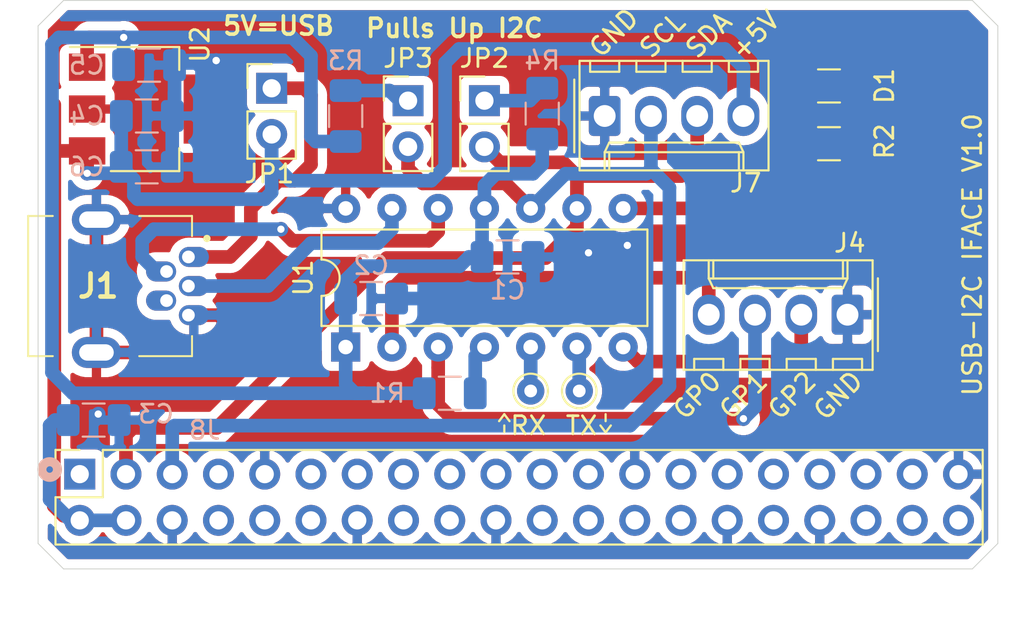
<source format=kicad_pcb>
(kicad_pcb (version 20171130) (host pcbnew 5.1.2-f72e74a~84~ubuntu18.04.1)

  (general
    (thickness 1.6)
    (drawings 24)
    (tracks 182)
    (zones 0)
    (modules 22)
    (nets 48)
  )

  (page A4)
  (layers
    (0 F.Cu signal)
    (31 B.Cu signal)
    (32 B.Adhes user)
    (33 F.Adhes user)
    (34 B.Paste user)
    (35 F.Paste user)
    (36 B.SilkS user)
    (37 F.SilkS user)
    (38 B.Mask user)
    (39 F.Mask user)
    (40 Dwgs.User user)
    (41 Cmts.User user)
    (42 Eco1.User user)
    (43 Eco2.User user)
    (44 Edge.Cuts user)
    (45 Margin user)
    (46 B.CrtYd user)
    (47 F.CrtYd user)
    (48 B.Fab user)
    (49 F.Fab user)
  )

  (setup
    (last_trace_width 0.75)
    (user_trace_width 0.25)
    (user_trace_width 0.3)
    (user_trace_width 0.4)
    (user_trace_width 0.5)
    (user_trace_width 0.75)
    (user_trace_width 1)
    (user_trace_width 1.5)
    (trace_clearance 0.2)
    (zone_clearance 0.508)
    (zone_45_only yes)
    (trace_min 0.2)
    (via_size 0.8)
    (via_drill 0.4)
    (via_min_size 0.4)
    (via_min_drill 0.3)
    (uvia_size 0.3)
    (uvia_drill 0.1)
    (uvias_allowed no)
    (uvia_min_size 0.2)
    (uvia_min_drill 0.1)
    (edge_width 0.05)
    (segment_width 0.2)
    (pcb_text_width 0.3)
    (pcb_text_size 1.5 1.5)
    (mod_edge_width 0.12)
    (mod_text_size 1 1)
    (mod_text_width 0.15)
    (pad_size 1.524 1.524)
    (pad_drill 0.762)
    (pad_to_mask_clearance 0.051)
    (solder_mask_min_width 0.25)
    (aux_axis_origin 0 0)
    (visible_elements FFFDFF7F)
    (pcbplotparams
      (layerselection 0x010fc_ffffffff)
      (usegerberextensions false)
      (usegerberattributes false)
      (usegerberadvancedattributes false)
      (creategerberjobfile false)
      (excludeedgelayer true)
      (linewidth 0.100000)
      (plotframeref false)
      (viasonmask false)
      (mode 1)
      (useauxorigin false)
      (hpglpennumber 1)
      (hpglpenspeed 20)
      (hpglpendiameter 15.000000)
      (psnegative false)
      (psa4output false)
      (plotreference true)
      (plotvalue true)
      (plotinvisibletext false)
      (padsonsilk false)
      (subtractmaskfromsilk false)
      (outputformat 1)
      (mirror false)
      (drillshape 0)
      (scaleselection 1)
      (outputdirectory "gerber/"))
  )

  (net 0 "")
  (net 1 +3V3)
  (net 2 GND)
  (net 3 +5V)
  (net 4 "Net-(D1-Pad2)")
  (net 5 "Net-(J1-Pad1)")
  (net 6 /USB_D-)
  (net 7 /USB_D+)
  (net 8 "Net-(J1-Pad4)")
  (net 9 "Net-(J2-Pad1)")
  (net 10 "Net-(J3-Pad1)")
  (net 11 "Net-(J4-Pad4)")
  (net 12 "Net-(J4-Pad3)")
  (net 13 "Net-(J4-Pad2)")
  (net 14 /I2C_SCL)
  (net 15 /I2C_SDA)
  (net 16 "Net-(J8-Pad1)")
  (net 17 "Net-(J8-Pad7)")
  (net 18 "Net-(J8-Pad8)")
  (net 19 "Net-(J8-Pad10)")
  (net 20 "Net-(J8-Pad11)")
  (net 21 "Net-(J8-Pad12)")
  (net 22 "Net-(J8-Pad13)")
  (net 23 "Net-(J8-Pad15)")
  (net 24 "Net-(J8-Pad16)")
  (net 25 "Net-(J8-Pad17)")
  (net 26 "Net-(J8-Pad18)")
  (net 27 "Net-(J8-Pad19)")
  (net 28 "Net-(J8-Pad21)")
  (net 29 "Net-(J8-Pad22)")
  (net 30 "Net-(J8-Pad23)")
  (net 31 "Net-(J8-Pad24)")
  (net 32 "Net-(J8-Pad26)")
  (net 33 "Net-(J8-Pad27)")
  (net 34 "Net-(J8-Pad28)")
  (net 35 "Net-(J8-Pad29)")
  (net 36 "Net-(J8-Pad31)")
  (net 37 "Net-(J8-Pad32)")
  (net 38 "Net-(J8-Pad33)")
  (net 39 "Net-(J8-Pad35)")
  (net 40 "Net-(J8-Pad36)")
  (net 41 "Net-(J8-Pad37)")
  (net 42 "Net-(J8-Pad38)")
  (net 43 "Net-(J8-Pad40)")
  (net 44 "Net-(R1-Pad2)")
  (net 45 "Net-(R2-Pad1)")
  (net 46 "Net-(JP2-Pad1)")
  (net 47 "Net-(JP3-Pad1)")

  (net_class Default "This is the default net class."
    (clearance 0.2)
    (trace_width 0.75)
    (via_dia 0.8)
    (via_drill 0.4)
    (uvia_dia 0.3)
    (uvia_drill 0.1)
    (add_net +3V3)
    (add_net +5V)
    (add_net /I2C_SCL)
    (add_net /I2C_SDA)
    (add_net /USB_D+)
    (add_net /USB_D-)
    (add_net GND)
    (add_net "Net-(D1-Pad2)")
    (add_net "Net-(J1-Pad1)")
    (add_net "Net-(J1-Pad4)")
    (add_net "Net-(J2-Pad1)")
    (add_net "Net-(J3-Pad1)")
    (add_net "Net-(J4-Pad2)")
    (add_net "Net-(J4-Pad3)")
    (add_net "Net-(J4-Pad4)")
    (add_net "Net-(J8-Pad1)")
    (add_net "Net-(J8-Pad10)")
    (add_net "Net-(J8-Pad11)")
    (add_net "Net-(J8-Pad12)")
    (add_net "Net-(J8-Pad13)")
    (add_net "Net-(J8-Pad15)")
    (add_net "Net-(J8-Pad16)")
    (add_net "Net-(J8-Pad17)")
    (add_net "Net-(J8-Pad18)")
    (add_net "Net-(J8-Pad19)")
    (add_net "Net-(J8-Pad21)")
    (add_net "Net-(J8-Pad22)")
    (add_net "Net-(J8-Pad23)")
    (add_net "Net-(J8-Pad24)")
    (add_net "Net-(J8-Pad26)")
    (add_net "Net-(J8-Pad27)")
    (add_net "Net-(J8-Pad28)")
    (add_net "Net-(J8-Pad29)")
    (add_net "Net-(J8-Pad31)")
    (add_net "Net-(J8-Pad32)")
    (add_net "Net-(J8-Pad33)")
    (add_net "Net-(J8-Pad35)")
    (add_net "Net-(J8-Pad36)")
    (add_net "Net-(J8-Pad37)")
    (add_net "Net-(J8-Pad38)")
    (add_net "Net-(J8-Pad40)")
    (add_net "Net-(J8-Pad7)")
    (add_net "Net-(J8-Pad8)")
    (add_net "Net-(JP2-Pad1)")
    (add_net "Net-(JP3-Pad1)")
    (add_net "Net-(R1-Pad2)")
    (add_net "Net-(R2-Pad1)")
  )

  (net_class Fin ""
    (clearance 0.2)
    (trace_width 0.3)
    (via_dia 0.8)
    (via_drill 0.4)
    (uvia_dia 0.3)
    (uvia_drill 0.1)
  )

  (net_class Medium ""
    (clearance 0.2)
    (trace_width 0.5)
    (via_dia 0.8)
    (via_drill 0.4)
    (uvia_dia 0.3)
    (uvia_drill 0.1)
  )

  (module USB:USB_Mini-B_Molex-548190519 (layer F.Cu) (tedit 60B35BDF) (tstamp 60B28BAC)
    (at 54.737 47.117)
    (descr "USB-B-mini - Molex 548190519")
    (tags Connector)
    (path /609FFDA4)
    (fp_text reference J1 (at -4.953 1.6) (layer F.SilkS)
      (effects (font (size 1.27 1.27) (thickness 0.254)))
    )
    (fp_text value USB_B_Mini (at -2.75 1.6) (layer F.SilkS) hide
      (effects (font (size 1.27 1.27) (thickness 0.254)))
    )
    (fp_arc (start 1.016 -1.016) (end 0.916 -1.016) (angle -180) (layer F.SilkS) (width 0.2))
    (fp_arc (start 1.016 -1.016) (end 1.116 -1.016) (angle -180) (layer F.SilkS) (width 0.2))
    (fp_line (start 0.2 5.45) (end 0.2 4.35) (layer F.SilkS) (width 0.1))
    (fp_line (start 0.2 5.45) (end 0.2 5.45) (layer F.SilkS) (width 0.1))
    (fp_line (start 0.2 4.35) (end 0.2 5.45) (layer F.SilkS) (width 0.1))
    (fp_line (start 0.2 4.35) (end 0.2 4.35) (layer F.SilkS) (width 0.1))
    (fp_line (start 0.2 -1.15) (end 0.2 -2.25) (layer F.SilkS) (width 0.1))
    (fp_line (start 0.2 -1.15) (end 0.2 -1.15) (layer F.SilkS) (width 0.1))
    (fp_line (start 0.2 -2.25) (end 0.2 -1.15) (layer F.SilkS) (width 0.1))
    (fp_line (start 0.2 -2.25) (end 0.2 -2.25) (layer F.SilkS) (width 0.1))
    (fp_line (start -8.8 -2.25) (end -8.8 5.45) (layer F.SilkS) (width 0.1))
    (fp_line (start -8.8 -2.25) (end -8.8 -2.25) (layer F.SilkS) (width 0.1))
    (fp_line (start -8.8 5.45) (end -8.8 -2.25) (layer F.SilkS) (width 0.1))
    (fp_line (start -8.8 5.45) (end -8.8 5.45) (layer F.SilkS) (width 0.1))
    (fp_line (start -9.906 -4.064) (end -9.906 7.366) (layer F.CrtYd) (width 0.1))
    (fp_line (start 2.032 -4.064) (end -9.906 -4.064) (layer F.CrtYd) (width 0.1))
    (fp_line (start 2.032 7.366) (end 2.032 -4.064) (layer F.CrtYd) (width 0.1))
    (fp_line (start -9.906 7.366) (end 2.032 7.366) (layer F.CrtYd) (width 0.1))
    (fp_line (start 0.2 5.45) (end 0.2 5.45) (layer F.SilkS) (width 0.1))
    (fp_line (start -2.7 5.45) (end 0.2 5.45) (layer F.SilkS) (width 0.1))
    (fp_line (start -2.7 5.45) (end -2.7 5.45) (layer F.SilkS) (width 0.1))
    (fp_line (start 0.2 5.45) (end -2.7 5.45) (layer F.SilkS) (width 0.1))
    (fp_line (start -2.7 -2.25) (end -2.7 -2.25) (layer F.SilkS) (width 0.1))
    (fp_line (start 0.2 -2.25) (end -2.7 -2.25) (layer F.SilkS) (width 0.1))
    (fp_line (start 0.2 -2.25) (end 0.2 -2.25) (layer F.SilkS) (width 0.1))
    (fp_line (start -2.7 -2.25) (end 0.2 -2.25) (layer F.SilkS) (width 0.1))
    (fp_line (start -8.8 -2.25) (end -8.8 -2.25) (layer F.SilkS) (width 0.1))
    (fp_line (start -7.45 -2.25) (end -8.8 -2.25) (layer F.SilkS) (width 0.1))
    (fp_line (start -7.45 -2.25) (end -7.45 -2.25) (layer F.SilkS) (width 0.1))
    (fp_line (start -8.8 -2.25) (end -7.45 -2.25) (layer F.SilkS) (width 0.1))
    (fp_line (start -7.45 5.45) (end -7.45 5.45) (layer F.SilkS) (width 0.1))
    (fp_line (start -8.8 5.45) (end -7.45 5.45) (layer F.SilkS) (width 0.1))
    (fp_line (start -8.8 5.45) (end -8.8 5.45) (layer F.SilkS) (width 0.1))
    (fp_line (start -7.45 5.45) (end -8.8 5.45) (layer F.SilkS) (width 0.1))
    (fp_line (start -8.8 5.45) (end -8.8 -2.25) (layer F.Fab) (width 0.2))
    (fp_line (start 0.2 5.45) (end -8.8 5.45) (layer F.Fab) (width 0.2))
    (fp_line (start 0.2 -2.25) (end 0.2 5.45) (layer F.Fab) (width 0.2))
    (fp_line (start -8.8 -2.25) (end 0.2 -2.25) (layer F.Fab) (width 0.2))
    (fp_text user %R (at -4.953 1.6) (layer F.Fab)
      (effects (font (size 1.27 1.27) (thickness 0.254)))
    )
    (pad 6 thru_hole oval (at -5.05 5.25) (size 2.7 1.7) (drill oval 1.9 0.9) (layers *.Cu *.Mask)
      (net 2 GND))
    (pad 6 thru_hole oval (at -5.05 -2.05) (size 2.7 1.7) (drill oval 1.9 0.9) (layers *.Cu *.Mask)
      (net 2 GND))
    (pad 5 thru_hole oval (at 0 3.2) (size 1.65 1.1) (drill 0.7 (offset 0.3 0)) (layers *.Cu *.Mask)
      (net 2 GND))
    (pad 4 thru_hole oval (at -1.2 2.4) (size 1.65 1.1) (drill 0.7 (offset -0.3 0)) (layers *.Cu *.Mask)
      (net 8 "Net-(J1-Pad4)"))
    (pad 3 thru_hole oval (at 0 1.6) (size 1.65 1.1) (drill 0.7 (offset 0.3 0)) (layers *.Cu *.Mask)
      (net 7 /USB_D+))
    (pad 2 thru_hole oval (at -1.2 0.8) (size 1.65 1.1) (drill 0.7 (offset -0.3 0)) (layers *.Cu *.Mask)
      (net 6 /USB_D-))
    (pad 1 thru_hole oval (at 0 0) (size 1.65 1.1) (drill 0.7 (offset 0.3 0)) (layers *.Cu *.Mask)
      (net 5 "Net-(J1-Pad1)"))
    (model ${KIPRJMOD}/ext/KICAD_LIB/footprints/USB.pretty/USB_Mini-B_Molex-548190519.wrl
      (offset (xyz -8.9 -1.6 2))
      (scale (xyz 0.4 0.4 0.4))
      (rotate (xyz -90 0 90))
    )
  )

  (module Capacitor_SMD:C_1206_3216Metric (layer B.Cu) (tedit 5B301BBE) (tstamp 60B28B14)
    (at 72.263 47.117)
    (descr "Capacitor SMD 1206 (3216 Metric), square (rectangular) end terminal, IPC_7351 nominal, (Body size source: http://www.tortai-tech.com/upload/download/2011102023233369053.pdf), generated with kicad-footprint-generator")
    (tags capacitor)
    (path /609F11CE)
    (attr smd)
    (fp_text reference C1 (at 0 1.82) (layer B.SilkS)
      (effects (font (size 1 1) (thickness 0.15)) (justify mirror))
    )
    (fp_text value C (at 0 -1.82) (layer B.Fab)
      (effects (font (size 1 1) (thickness 0.15)) (justify mirror))
    )
    (fp_line (start -1.6 -0.8) (end -1.6 0.8) (layer B.Fab) (width 0.1))
    (fp_line (start -1.6 0.8) (end 1.6 0.8) (layer B.Fab) (width 0.1))
    (fp_line (start 1.6 0.8) (end 1.6 -0.8) (layer B.Fab) (width 0.1))
    (fp_line (start 1.6 -0.8) (end -1.6 -0.8) (layer B.Fab) (width 0.1))
    (fp_line (start -0.602064 0.91) (end 0.602064 0.91) (layer B.SilkS) (width 0.12))
    (fp_line (start -0.602064 -0.91) (end 0.602064 -0.91) (layer B.SilkS) (width 0.12))
    (fp_line (start -2.28 -1.12) (end -2.28 1.12) (layer B.CrtYd) (width 0.05))
    (fp_line (start -2.28 1.12) (end 2.28 1.12) (layer B.CrtYd) (width 0.05))
    (fp_line (start 2.28 1.12) (end 2.28 -1.12) (layer B.CrtYd) (width 0.05))
    (fp_line (start 2.28 -1.12) (end -2.28 -1.12) (layer B.CrtYd) (width 0.05))
    (fp_text user %R (at 0 0) (layer B.Fab)
      (effects (font (size 0.8 0.8) (thickness 0.12)) (justify mirror))
    )
    (pad 1 smd roundrect (at -1.4 0) (size 1.25 1.75) (layers B.Cu B.Paste B.Mask) (roundrect_rratio 0.2)
      (net 1 +3V3))
    (pad 2 smd roundrect (at 1.4 0) (size 1.25 1.75) (layers B.Cu B.Paste B.Mask) (roundrect_rratio 0.2)
      (net 2 GND))
    (model ${KISYS3DMOD}/Capacitor_SMD.3dshapes/C_1206_3216Metric.wrl
      (at (xyz 0 0 0))
      (scale (xyz 1 1 1))
      (rotate (xyz 0 0 0))
    )
  )

  (module Capacitor_SMD:C_1206_3216Metric (layer B.Cu) (tedit 5B301BBE) (tstamp 60B28B25)
    (at 64.773 49.403 180)
    (descr "Capacitor SMD 1206 (3216 Metric), square (rectangular) end terminal, IPC_7351 nominal, (Body size source: http://www.tortai-tech.com/upload/download/2011102023233369053.pdf), generated with kicad-footprint-generator")
    (tags capacitor)
    (path /609F1D38)
    (attr smd)
    (fp_text reference C2 (at 0 1.82) (layer B.SilkS)
      (effects (font (size 1 1) (thickness 0.15)) (justify mirror))
    )
    (fp_text value 100n (at 0 -1.82) (layer B.Fab)
      (effects (font (size 1 1) (thickness 0.15)) (justify mirror))
    )
    (fp_line (start -1.6 -0.8) (end -1.6 0.8) (layer B.Fab) (width 0.1))
    (fp_line (start -1.6 0.8) (end 1.6 0.8) (layer B.Fab) (width 0.1))
    (fp_line (start 1.6 0.8) (end 1.6 -0.8) (layer B.Fab) (width 0.1))
    (fp_line (start 1.6 -0.8) (end -1.6 -0.8) (layer B.Fab) (width 0.1))
    (fp_line (start -0.602064 0.91) (end 0.602064 0.91) (layer B.SilkS) (width 0.12))
    (fp_line (start -0.602064 -0.91) (end 0.602064 -0.91) (layer B.SilkS) (width 0.12))
    (fp_line (start -2.28 -1.12) (end -2.28 1.12) (layer B.CrtYd) (width 0.05))
    (fp_line (start -2.28 1.12) (end 2.28 1.12) (layer B.CrtYd) (width 0.05))
    (fp_line (start 2.28 1.12) (end 2.28 -1.12) (layer B.CrtYd) (width 0.05))
    (fp_line (start 2.28 -1.12) (end -2.28 -1.12) (layer B.CrtYd) (width 0.05))
    (fp_text user %R (at 0 0) (layer B.Fab)
      (effects (font (size 0.8 0.8) (thickness 0.12)) (justify mirror))
    )
    (pad 1 smd roundrect (at -1.4 0 180) (size 1.25 1.75) (layers B.Cu B.Paste B.Mask) (roundrect_rratio 0.2)
      (net 2 GND))
    (pad 2 smd roundrect (at 1.4 0 180) (size 1.25 1.75) (layers B.Cu B.Paste B.Mask) (roundrect_rratio 0.2)
      (net 1 +3V3))
    (model ${KISYS3DMOD}/Capacitor_SMD.3dshapes/C_1206_3216Metric.wrl
      (at (xyz 0 0 0))
      (scale (xyz 1 1 1))
      (rotate (xyz 0 0 0))
    )
  )

  (module Capacitor_SMD:C_1206_3216Metric (layer B.Cu) (tedit 5B301BBE) (tstamp 60B28B36)
    (at 49.533 56.0832)
    (descr "Capacitor SMD 1206 (3216 Metric), square (rectangular) end terminal, IPC_7351 nominal, (Body size source: http://www.tortai-tech.com/upload/download/2011102023233369053.pdf), generated with kicad-footprint-generator")
    (tags capacitor)
    (path /60AF1193)
    (attr smd)
    (fp_text reference C3 (at 3.426 -0.3302) (layer B.SilkS)
      (effects (font (size 1 1) (thickness 0.15)) (justify mirror))
    )
    (fp_text value 47u (at 0 -1.82) (layer B.Fab)
      (effects (font (size 1 1) (thickness 0.15)) (justify mirror))
    )
    (fp_text user %R (at 0 0) (layer B.Fab)
      (effects (font (size 0.8 0.8) (thickness 0.12)) (justify mirror))
    )
    (fp_line (start 2.28 -1.12) (end -2.28 -1.12) (layer B.CrtYd) (width 0.05))
    (fp_line (start 2.28 1.12) (end 2.28 -1.12) (layer B.CrtYd) (width 0.05))
    (fp_line (start -2.28 1.12) (end 2.28 1.12) (layer B.CrtYd) (width 0.05))
    (fp_line (start -2.28 -1.12) (end -2.28 1.12) (layer B.CrtYd) (width 0.05))
    (fp_line (start -0.602064 -0.91) (end 0.602064 -0.91) (layer B.SilkS) (width 0.12))
    (fp_line (start -0.602064 0.91) (end 0.602064 0.91) (layer B.SilkS) (width 0.12))
    (fp_line (start 1.6 -0.8) (end -1.6 -0.8) (layer B.Fab) (width 0.1))
    (fp_line (start 1.6 0.8) (end 1.6 -0.8) (layer B.Fab) (width 0.1))
    (fp_line (start -1.6 0.8) (end 1.6 0.8) (layer B.Fab) (width 0.1))
    (fp_line (start -1.6 -0.8) (end -1.6 0.8) (layer B.Fab) (width 0.1))
    (pad 2 smd roundrect (at 1.4 0) (size 1.25 1.75) (layers B.Cu B.Paste B.Mask) (roundrect_rratio 0.2)
      (net 2 GND))
    (pad 1 smd roundrect (at -1.4 0) (size 1.25 1.75) (layers B.Cu B.Paste B.Mask) (roundrect_rratio 0.2)
      (net 3 +5V))
    (model ${KISYS3DMOD}/Capacitor_SMD.3dshapes/C_1206_3216Metric.wrl
      (at (xyz 0 0 0))
      (scale (xyz 1 1 1))
      (rotate (xyz 0 0 0))
    )
  )

  (module Capacitor_SMD:C_1206_3216Metric (layer B.Cu) (tedit 5B301BBE) (tstamp 60B28B47)
    (at 52.454 39.37)
    (descr "Capacitor SMD 1206 (3216 Metric), square (rectangular) end terminal, IPC_7351 nominal, (Body size source: http://www.tortai-tech.com/upload/download/2011102023233369053.pdf), generated with kicad-footprint-generator")
    (tags capacitor)
    (path /60B06EE0)
    (attr smd)
    (fp_text reference C4 (at -3.299 0) (layer B.SilkS)
      (effects (font (size 1 1) (thickness 0.15)) (justify mirror))
    )
    (fp_text value 1u (at 0 -1.82) (layer B.Fab)
      (effects (font (size 1 1) (thickness 0.15)) (justify mirror))
    )
    (fp_text user %R (at 0 0) (layer B.Fab)
      (effects (font (size 0.8 0.8) (thickness 0.12)) (justify mirror))
    )
    (fp_line (start 2.28 -1.12) (end -2.28 -1.12) (layer B.CrtYd) (width 0.05))
    (fp_line (start 2.28 1.12) (end 2.28 -1.12) (layer B.CrtYd) (width 0.05))
    (fp_line (start -2.28 1.12) (end 2.28 1.12) (layer B.CrtYd) (width 0.05))
    (fp_line (start -2.28 -1.12) (end -2.28 1.12) (layer B.CrtYd) (width 0.05))
    (fp_line (start -0.602064 -0.91) (end 0.602064 -0.91) (layer B.SilkS) (width 0.12))
    (fp_line (start -0.602064 0.91) (end 0.602064 0.91) (layer B.SilkS) (width 0.12))
    (fp_line (start 1.6 -0.8) (end -1.6 -0.8) (layer B.Fab) (width 0.1))
    (fp_line (start 1.6 0.8) (end 1.6 -0.8) (layer B.Fab) (width 0.1))
    (fp_line (start -1.6 0.8) (end 1.6 0.8) (layer B.Fab) (width 0.1))
    (fp_line (start -1.6 -0.8) (end -1.6 0.8) (layer B.Fab) (width 0.1))
    (pad 2 smd roundrect (at 1.4 0) (size 1.25 1.75) (layers B.Cu B.Paste B.Mask) (roundrect_rratio 0.2)
      (net 2 GND))
    (pad 1 smd roundrect (at -1.4 0) (size 1.25 1.75) (layers B.Cu B.Paste B.Mask) (roundrect_rratio 0.2)
      (net 3 +5V))
    (model ${KISYS3DMOD}/Capacitor_SMD.3dshapes/C_1206_3216Metric.wrl
      (at (xyz 0 0 0))
      (scale (xyz 1 1 1))
      (rotate (xyz 0 0 0))
    )
  )

  (module Capacitor_SMD:C_1206_3216Metric (layer B.Cu) (tedit 5B301BBE) (tstamp 60B2AA59)
    (at 52.575 36.576)
    (descr "Capacitor SMD 1206 (3216 Metric), square (rectangular) end terminal, IPC_7351 nominal, (Body size source: http://www.tortai-tech.com/upload/download/2011102023233369053.pdf), generated with kicad-footprint-generator")
    (tags capacitor)
    (path /60B07930)
    (attr smd)
    (fp_text reference C5 (at -3.426 0) (layer B.SilkS)
      (effects (font (size 1 1) (thickness 0.15)) (justify mirror))
    )
    (fp_text value 1u (at 0 -1.82) (layer B.Fab)
      (effects (font (size 1 1) (thickness 0.15)) (justify mirror))
    )
    (fp_line (start -1.6 -0.8) (end -1.6 0.8) (layer B.Fab) (width 0.1))
    (fp_line (start -1.6 0.8) (end 1.6 0.8) (layer B.Fab) (width 0.1))
    (fp_line (start 1.6 0.8) (end 1.6 -0.8) (layer B.Fab) (width 0.1))
    (fp_line (start 1.6 -0.8) (end -1.6 -0.8) (layer B.Fab) (width 0.1))
    (fp_line (start -0.602064 0.91) (end 0.602064 0.91) (layer B.SilkS) (width 0.12))
    (fp_line (start -0.602064 -0.91) (end 0.602064 -0.91) (layer B.SilkS) (width 0.12))
    (fp_line (start -2.28 -1.12) (end -2.28 1.12) (layer B.CrtYd) (width 0.05))
    (fp_line (start -2.28 1.12) (end 2.28 1.12) (layer B.CrtYd) (width 0.05))
    (fp_line (start 2.28 1.12) (end 2.28 -1.12) (layer B.CrtYd) (width 0.05))
    (fp_line (start 2.28 -1.12) (end -2.28 -1.12) (layer B.CrtYd) (width 0.05))
    (fp_text user %R (at 0 0) (layer B.Fab)
      (effects (font (size 0.8 0.8) (thickness 0.12)) (justify mirror))
    )
    (pad 1 smd roundrect (at -1.4 0) (size 1.25 1.75) (layers B.Cu B.Paste B.Mask) (roundrect_rratio 0.2)
      (net 1 +3V3))
    (pad 2 smd roundrect (at 1.4 0) (size 1.25 1.75) (layers B.Cu B.Paste B.Mask) (roundrect_rratio 0.2)
      (net 2 GND))
    (model ${KISYS3DMOD}/Capacitor_SMD.3dshapes/C_1206_3216Metric.wrl
      (at (xyz 0 0 0))
      (scale (xyz 1 1 1))
      (rotate (xyz 0 0 0))
    )
  )

  (module Capacitor_SMD:C_1206_3216Metric (layer B.Cu) (tedit 5B301BBE) (tstamp 60B28B69)
    (at 52.448 42.164)
    (descr "Capacitor SMD 1206 (3216 Metric), square (rectangular) end terminal, IPC_7351 nominal, (Body size source: http://www.tortai-tech.com/upload/download/2011102023233369053.pdf), generated with kicad-footprint-generator")
    (tags capacitor)
    (path /60B486F9)
    (attr smd)
    (fp_text reference C6 (at -3.299 0) (layer B.SilkS)
      (effects (font (size 1 1) (thickness 0.15)) (justify mirror))
    )
    (fp_text value 100n (at 0 -1.82) (layer B.Fab)
      (effects (font (size 1 1) (thickness 0.15)) (justify mirror))
    )
    (fp_text user %R (at 0 0) (layer B.Fab)
      (effects (font (size 0.8 0.8) (thickness 0.12)) (justify mirror))
    )
    (fp_line (start 2.28 -1.12) (end -2.28 -1.12) (layer B.CrtYd) (width 0.05))
    (fp_line (start 2.28 1.12) (end 2.28 -1.12) (layer B.CrtYd) (width 0.05))
    (fp_line (start -2.28 1.12) (end 2.28 1.12) (layer B.CrtYd) (width 0.05))
    (fp_line (start -2.28 -1.12) (end -2.28 1.12) (layer B.CrtYd) (width 0.05))
    (fp_line (start -0.602064 -0.91) (end 0.602064 -0.91) (layer B.SilkS) (width 0.12))
    (fp_line (start -0.602064 0.91) (end 0.602064 0.91) (layer B.SilkS) (width 0.12))
    (fp_line (start 1.6 -0.8) (end -1.6 -0.8) (layer B.Fab) (width 0.1))
    (fp_line (start 1.6 0.8) (end 1.6 -0.8) (layer B.Fab) (width 0.1))
    (fp_line (start -1.6 0.8) (end 1.6 0.8) (layer B.Fab) (width 0.1))
    (fp_line (start -1.6 -0.8) (end -1.6 0.8) (layer B.Fab) (width 0.1))
    (pad 2 smd roundrect (at 1.4 0) (size 1.25 1.75) (layers B.Cu B.Paste B.Mask) (roundrect_rratio 0.2)
      (net 2 GND))
    (pad 1 smd roundrect (at -1.4 0) (size 1.25 1.75) (layers B.Cu B.Paste B.Mask) (roundrect_rratio 0.2)
      (net 3 +5V))
    (model ${KISYS3DMOD}/Capacitor_SMD.3dshapes/C_1206_3216Metric.wrl
      (at (xyz 0 0 0))
      (scale (xyz 1 1 1))
      (rotate (xyz 0 0 0))
    )
  )

  (module Capacitor_SMD:C_1206_3216Metric (layer F.Cu) (tedit 5B301BBE) (tstamp 60B2ABC4)
    (at 89.916 37.719)
    (descr "Capacitor SMD 1206 (3216 Metric), square (rectangular) end terminal, IPC_7351 nominal, (Body size source: http://www.tortai-tech.com/upload/download/2011102023233369053.pdf), generated with kicad-footprint-generator")
    (tags capacitor)
    (path /60A068CA)
    (attr smd)
    (fp_text reference D1 (at 3.048 0 90) (layer F.SilkS)
      (effects (font (size 1 1) (thickness 0.15)))
    )
    (fp_text value LED (at 0 1.82) (layer F.Fab)
      (effects (font (size 1 1) (thickness 0.15)))
    )
    (fp_line (start -1.6 0.8) (end -1.6 -0.8) (layer F.Fab) (width 0.1))
    (fp_line (start -1.6 -0.8) (end 1.6 -0.8) (layer F.Fab) (width 0.1))
    (fp_line (start 1.6 -0.8) (end 1.6 0.8) (layer F.Fab) (width 0.1))
    (fp_line (start 1.6 0.8) (end -1.6 0.8) (layer F.Fab) (width 0.1))
    (fp_line (start -0.602064 -0.91) (end 0.602064 -0.91) (layer F.SilkS) (width 0.12))
    (fp_line (start -0.602064 0.91) (end 0.602064 0.91) (layer F.SilkS) (width 0.12))
    (fp_line (start -2.28 1.12) (end -2.28 -1.12) (layer F.CrtYd) (width 0.05))
    (fp_line (start -2.28 -1.12) (end 2.28 -1.12) (layer F.CrtYd) (width 0.05))
    (fp_line (start 2.28 -1.12) (end 2.28 1.12) (layer F.CrtYd) (width 0.05))
    (fp_line (start 2.28 1.12) (end -2.28 1.12) (layer F.CrtYd) (width 0.05))
    (fp_text user %R (at 0 0) (layer F.Fab)
      (effects (font (size 0.8 0.8) (thickness 0.12)))
    )
    (pad 1 smd roundrect (at -1.4 0) (size 1.25 1.75) (layers F.Cu F.Paste F.Mask) (roundrect_rratio 0.2)
      (net 2 GND))
    (pad 2 smd roundrect (at 1.4 0) (size 1.25 1.75) (layers F.Cu F.Paste F.Mask) (roundrect_rratio 0.2)
      (net 4 "Net-(D1-Pad2)"))
    (model ${KISYS3DMOD}/Capacitor_SMD.3dshapes/C_1206_3216Metric.wrl
      (at (xyz 0 0 0))
      (scale (xyz 1 1 1))
      (rotate (xyz 0 0 0))
    )
  )

  (module TestPoint:TestPoint_THTPad_D1.5mm_Drill0.7mm (layer F.Cu) (tedit 5A0F774F) (tstamp 60B28BB4)
    (at 73.533 54.483)
    (descr "THT pad as test Point, diameter 1.5mm, hole diameter 0.7mm")
    (tags "test point THT pad")
    (path /60AB837C)
    (attr virtual)
    (fp_text reference J2 (at 0 -1.648) (layer F.SilkS) hide
      (effects (font (size 1 1) (thickness 0.15)))
    )
    (fp_text value Conn_01x01_Female (at 0 1.75) (layer F.Fab)
      (effects (font (size 1 1) (thickness 0.15)))
    )
    (fp_circle (center 0 0) (end 0 0.95) (layer F.SilkS) (width 0.12))
    (fp_circle (center 0 0) (end 1.25 0) (layer F.CrtYd) (width 0.05))
    (fp_text user %R (at 0 -1.65) (layer F.Fab) hide
      (effects (font (size 1 1) (thickness 0.15)))
    )
    (pad 1 thru_hole circle (at 0 0) (size 1.5 1.5) (drill 0.7) (layers *.Cu *.Mask)
      (net 9 "Net-(J2-Pad1)"))
  )

  (module TestPoint:TestPoint_THTPad_D1.5mm_Drill0.7mm (layer F.Cu) (tedit 5A0F774F) (tstamp 60B28BBC)
    (at 76.2 54.483)
    (descr "THT pad as test Point, diameter 1.5mm, hole diameter 0.7mm")
    (tags "test point THT pad")
    (path /60AB89EB)
    (attr virtual)
    (fp_text reference J3 (at 0 -1.648) (layer F.SilkS) hide
      (effects (font (size 1 1) (thickness 0.15)))
    )
    (fp_text value Conn_01x01_Female (at 0 1.75) (layer F.Fab)
      (effects (font (size 1 1) (thickness 0.15)))
    )
    (fp_text user %R (at 0 -1.65) (layer F.Fab) hide
      (effects (font (size 1 1) (thickness 0.15)))
    )
    (fp_circle (center 0 0) (end 1.25 0) (layer F.CrtYd) (width 0.05))
    (fp_circle (center 0 0) (end 0 0.95) (layer F.SilkS) (width 0.12))
    (pad 1 thru_hole circle (at 0 0) (size 1.5 1.5) (drill 0.7) (layers *.Cu *.Mask)
      (net 10 "Net-(J3-Pad1)"))
  )

  (module Connector_Molex:Molex_KK-254_AE-6410-04A_1x04_P2.54mm_Vertical (layer F.Cu) (tedit 5B78013E) (tstamp 60B28BE8)
    (at 90.932 50.292 180)
    (descr "Molex KK-254 Interconnect System, old/engineering part number: AE-6410-04A example for new part number: 22-27-2041, 4 Pins (http://www.molex.com/pdm_docs/sd/022272021_sd.pdf), generated with kicad-footprint-generator")
    (tags "connector Molex KK-254 side entry")
    (path /60B91942)
    (fp_text reference J4 (at -0.127 3.937) (layer F.SilkS)
      (effects (font (size 1 1) (thickness 0.15)))
    )
    (fp_text value Conn_01x04 (at 3.81 4.08) (layer F.Fab)
      (effects (font (size 1 1) (thickness 0.15)))
    )
    (fp_text user %R (at 3.81 -2.22) (layer F.Fab)
      (effects (font (size 1 1) (thickness 0.15)))
    )
    (fp_line (start 9.39 -3.42) (end -1.77 -3.42) (layer F.CrtYd) (width 0.05))
    (fp_line (start 9.39 3.38) (end 9.39 -3.42) (layer F.CrtYd) (width 0.05))
    (fp_line (start -1.77 3.38) (end 9.39 3.38) (layer F.CrtYd) (width 0.05))
    (fp_line (start -1.77 -3.42) (end -1.77 3.38) (layer F.CrtYd) (width 0.05))
    (fp_line (start 8.42 -2.43) (end 8.42 -3.03) (layer F.SilkS) (width 0.12))
    (fp_line (start 6.82 -2.43) (end 8.42 -2.43) (layer F.SilkS) (width 0.12))
    (fp_line (start 6.82 -3.03) (end 6.82 -2.43) (layer F.SilkS) (width 0.12))
    (fp_line (start 5.88 -2.43) (end 5.88 -3.03) (layer F.SilkS) (width 0.12))
    (fp_line (start 4.28 -2.43) (end 5.88 -2.43) (layer F.SilkS) (width 0.12))
    (fp_line (start 4.28 -3.03) (end 4.28 -2.43) (layer F.SilkS) (width 0.12))
    (fp_line (start 3.34 -2.43) (end 3.34 -3.03) (layer F.SilkS) (width 0.12))
    (fp_line (start 1.74 -2.43) (end 3.34 -2.43) (layer F.SilkS) (width 0.12))
    (fp_line (start 1.74 -3.03) (end 1.74 -2.43) (layer F.SilkS) (width 0.12))
    (fp_line (start 0.8 -2.43) (end 0.8 -3.03) (layer F.SilkS) (width 0.12))
    (fp_line (start -0.8 -2.43) (end 0.8 -2.43) (layer F.SilkS) (width 0.12))
    (fp_line (start -0.8 -3.03) (end -0.8 -2.43) (layer F.SilkS) (width 0.12))
    (fp_line (start 7.37 2.99) (end 7.37 1.99) (layer F.SilkS) (width 0.12))
    (fp_line (start 0.25 2.99) (end 0.25 1.99) (layer F.SilkS) (width 0.12))
    (fp_line (start 7.37 1.46) (end 7.62 1.99) (layer F.SilkS) (width 0.12))
    (fp_line (start 0.25 1.46) (end 7.37 1.46) (layer F.SilkS) (width 0.12))
    (fp_line (start 0 1.99) (end 0.25 1.46) (layer F.SilkS) (width 0.12))
    (fp_line (start 7.62 1.99) (end 7.62 2.99) (layer F.SilkS) (width 0.12))
    (fp_line (start 0 1.99) (end 7.62 1.99) (layer F.SilkS) (width 0.12))
    (fp_line (start 0 2.99) (end 0 1.99) (layer F.SilkS) (width 0.12))
    (fp_line (start -0.562893 0) (end -1.27 0.5) (layer F.Fab) (width 0.1))
    (fp_line (start -1.27 -0.5) (end -0.562893 0) (layer F.Fab) (width 0.1))
    (fp_line (start -1.67 -2) (end -1.67 2) (layer F.SilkS) (width 0.12))
    (fp_line (start 9 -3.03) (end -1.38 -3.03) (layer F.SilkS) (width 0.12))
    (fp_line (start 9 2.99) (end 9 -3.03) (layer F.SilkS) (width 0.12))
    (fp_line (start -1.38 2.99) (end 9 2.99) (layer F.SilkS) (width 0.12))
    (fp_line (start -1.38 -3.03) (end -1.38 2.99) (layer F.SilkS) (width 0.12))
    (fp_line (start 8.89 -2.92) (end -1.27 -2.92) (layer F.Fab) (width 0.1))
    (fp_line (start 8.89 2.88) (end 8.89 -2.92) (layer F.Fab) (width 0.1))
    (fp_line (start -1.27 2.88) (end 8.89 2.88) (layer F.Fab) (width 0.1))
    (fp_line (start -1.27 -2.92) (end -1.27 2.88) (layer F.Fab) (width 0.1))
    (pad 4 thru_hole oval (at 7.62 0 180) (size 1.74 2.2) (drill 1.2) (layers *.Cu *.Mask)
      (net 11 "Net-(J4-Pad4)"))
    (pad 3 thru_hole oval (at 5.08 0 180) (size 1.74 2.2) (drill 1.2) (layers *.Cu *.Mask)
      (net 12 "Net-(J4-Pad3)"))
    (pad 2 thru_hole oval (at 2.54 0 180) (size 1.74 2.2) (drill 1.2) (layers *.Cu *.Mask)
      (net 13 "Net-(J4-Pad2)"))
    (pad 1 thru_hole roundrect (at 0 0 180) (size 1.74 2.2) (drill 1.2) (layers *.Cu *.Mask) (roundrect_rratio 0.143678)
      (net 2 GND))
    (model ${KISYS3DMOD}/Connector_Molex.3dshapes/Molex_KK-254_AE-6410-04A_1x04_P2.54mm_Vertical.wrl
      (at (xyz 0 0 0))
      (scale (xyz 1 1 1))
      (rotate (xyz 0 0 0))
    )
  )

  (module Connector_Molex:Molex_KK-254_AE-6410-04A_1x04_P2.54mm_Vertical (layer F.Cu) (tedit 5B78013E) (tstamp 60B29AAB)
    (at 77.597 39.37)
    (descr "Molex KK-254 Interconnect System, old/engineering part number: AE-6410-04A example for new part number: 22-27-2041, 4 Pins (http://www.molex.com/pdm_docs/sd/022272021_sd.pdf), generated with kicad-footprint-generator")
    (tags "connector Molex KK-254 side entry")
    (path /609EFDF5)
    (fp_text reference J7 (at 7.747 3.683) (layer F.SilkS)
      (effects (font (size 1 1) (thickness 0.15)))
    )
    (fp_text value Conn_01x04 (at 3.81 4.08) (layer F.Fab) hide
      (effects (font (size 1 1) (thickness 0.15)))
    )
    (fp_line (start -1.27 -2.92) (end -1.27 2.88) (layer F.Fab) (width 0.1))
    (fp_line (start -1.27 2.88) (end 8.89 2.88) (layer F.Fab) (width 0.1))
    (fp_line (start 8.89 2.88) (end 8.89 -2.92) (layer F.Fab) (width 0.1))
    (fp_line (start 8.89 -2.92) (end -1.27 -2.92) (layer F.Fab) (width 0.1))
    (fp_line (start -1.38 -3.03) (end -1.38 2.99) (layer F.SilkS) (width 0.12))
    (fp_line (start -1.38 2.99) (end 9 2.99) (layer F.SilkS) (width 0.12))
    (fp_line (start 9 2.99) (end 9 -3.03) (layer F.SilkS) (width 0.12))
    (fp_line (start 9 -3.03) (end -1.38 -3.03) (layer F.SilkS) (width 0.12))
    (fp_line (start -1.67 -2) (end -1.67 2) (layer F.SilkS) (width 0.12))
    (fp_line (start -1.27 -0.5) (end -0.562893 0) (layer F.Fab) (width 0.1))
    (fp_line (start -0.562893 0) (end -1.27 0.5) (layer F.Fab) (width 0.1))
    (fp_line (start 0 2.99) (end 0 1.99) (layer F.SilkS) (width 0.12))
    (fp_line (start 0 1.99) (end 7.62 1.99) (layer F.SilkS) (width 0.12))
    (fp_line (start 7.62 1.99) (end 7.62 2.99) (layer F.SilkS) (width 0.12))
    (fp_line (start 0 1.99) (end 0.25 1.46) (layer F.SilkS) (width 0.12))
    (fp_line (start 0.25 1.46) (end 7.37 1.46) (layer F.SilkS) (width 0.12))
    (fp_line (start 7.37 1.46) (end 7.62 1.99) (layer F.SilkS) (width 0.12))
    (fp_line (start 0.25 2.99) (end 0.25 1.99) (layer F.SilkS) (width 0.12))
    (fp_line (start 7.37 2.99) (end 7.37 1.99) (layer F.SilkS) (width 0.12))
    (fp_line (start -0.8 -3.03) (end -0.8 -2.43) (layer F.SilkS) (width 0.12))
    (fp_line (start -0.8 -2.43) (end 0.8 -2.43) (layer F.SilkS) (width 0.12))
    (fp_line (start 0.8 -2.43) (end 0.8 -3.03) (layer F.SilkS) (width 0.12))
    (fp_line (start 1.74 -3.03) (end 1.74 -2.43) (layer F.SilkS) (width 0.12))
    (fp_line (start 1.74 -2.43) (end 3.34 -2.43) (layer F.SilkS) (width 0.12))
    (fp_line (start 3.34 -2.43) (end 3.34 -3.03) (layer F.SilkS) (width 0.12))
    (fp_line (start 4.28 -3.03) (end 4.28 -2.43) (layer F.SilkS) (width 0.12))
    (fp_line (start 4.28 -2.43) (end 5.88 -2.43) (layer F.SilkS) (width 0.12))
    (fp_line (start 5.88 -2.43) (end 5.88 -3.03) (layer F.SilkS) (width 0.12))
    (fp_line (start 6.82 -3.03) (end 6.82 -2.43) (layer F.SilkS) (width 0.12))
    (fp_line (start 6.82 -2.43) (end 8.42 -2.43) (layer F.SilkS) (width 0.12))
    (fp_line (start 8.42 -2.43) (end 8.42 -3.03) (layer F.SilkS) (width 0.12))
    (fp_line (start -1.77 -3.42) (end -1.77 3.38) (layer F.CrtYd) (width 0.05))
    (fp_line (start -1.77 3.38) (end 9.39 3.38) (layer F.CrtYd) (width 0.05))
    (fp_line (start 9.39 3.38) (end 9.39 -3.42) (layer F.CrtYd) (width 0.05))
    (fp_line (start 9.39 -3.42) (end -1.77 -3.42) (layer F.CrtYd) (width 0.05))
    (fp_text user %R (at 3.81 -2.22) (layer F.Fab)
      (effects (font (size 1 1) (thickness 0.15)))
    )
    (pad 1 thru_hole roundrect (at 0 0) (size 1.74 2.2) (drill 1.2) (layers *.Cu *.Mask) (roundrect_rratio 0.143678)
      (net 2 GND))
    (pad 2 thru_hole oval (at 2.54 0) (size 1.74 2.2) (drill 1.2) (layers *.Cu *.Mask)
      (net 14 /I2C_SCL))
    (pad 3 thru_hole oval (at 5.08 0) (size 1.74 2.2) (drill 1.2) (layers *.Cu *.Mask)
      (net 15 /I2C_SDA))
    (pad 4 thru_hole oval (at 7.62 0) (size 1.74 2.2) (drill 1.2) (layers *.Cu *.Mask)
      (net 3 +5V))
    (model ${KISYS3DMOD}/Connector_Molex.3dshapes/Molex_KK-254_AE-6410-04A_1x04_P2.54mm_Vertical.wrl
      (at (xyz 0 0 0))
      (scale (xyz 1 1 1))
      (rotate (xyz 0 0 0))
    )
  )

  (module Connector_PinSocket_2.54mm:PinSocket_2x20_P2.54mm_Vertical (layer F.Cu) (tedit 5A19A433) (tstamp 60B4192B)
    (at 48.768 59.055 90)
    (descr "Through hole straight socket strip, 2x20, 2.54mm pitch, double cols (from Kicad 4.0.7), script generated")
    (tags "Through hole socket strip THT 2x20 2.54mm double row")
    (path /60AB92E4)
    (fp_text reference J8 (at 2.413 6.858) (layer B.SilkS)
      (effects (font (size 1 1) (thickness 0.15)) (justify mirror))
    )
    (fp_text value Raspberry_Pi_2_3 (at -1.27 51.03 90) (layer F.Fab)
      (effects (font (size 1 1) (thickness 0.15)))
    )
    (fp_line (start -3.81 -1.27) (end 0.27 -1.27) (layer F.Fab) (width 0.1))
    (fp_line (start 0.27 -1.27) (end 1.27 -0.27) (layer F.Fab) (width 0.1))
    (fp_line (start 1.27 -0.27) (end 1.27 49.53) (layer F.Fab) (width 0.1))
    (fp_line (start 1.27 49.53) (end -3.81 49.53) (layer F.Fab) (width 0.1))
    (fp_line (start -3.81 49.53) (end -3.81 -1.27) (layer F.Fab) (width 0.1))
    (fp_line (start -3.87 -1.33) (end -1.27 -1.33) (layer F.SilkS) (width 0.12))
    (fp_line (start -3.87 -1.33) (end -3.87 49.59) (layer F.SilkS) (width 0.12))
    (fp_line (start -3.87 49.59) (end 1.33 49.59) (layer F.SilkS) (width 0.12))
    (fp_line (start 1.33 1.27) (end 1.33 49.59) (layer F.SilkS) (width 0.12))
    (fp_line (start -1.27 1.27) (end 1.33 1.27) (layer F.SilkS) (width 0.12))
    (fp_line (start -1.27 -1.33) (end -1.27 1.27) (layer F.SilkS) (width 0.12))
    (fp_line (start 1.33 -1.33) (end 1.33 0) (layer F.SilkS) (width 0.12))
    (fp_line (start 0 -1.33) (end 1.33 -1.33) (layer F.SilkS) (width 0.12))
    (fp_line (start -4.34 -1.8) (end 1.76 -1.8) (layer F.CrtYd) (width 0.05))
    (fp_line (start 1.76 -1.8) (end 1.76 50) (layer F.CrtYd) (width 0.05))
    (fp_line (start 1.76 50) (end -4.34 50) (layer F.CrtYd) (width 0.05))
    (fp_line (start -4.34 50) (end -4.34 -1.8) (layer F.CrtYd) (width 0.05))
    (fp_text user %R (at -1.27 24.13) (layer F.Fab)
      (effects (font (size 1 1) (thickness 0.15)))
    )
    (pad 1 thru_hole rect (at 0 0 90) (size 1.7 1.7) (drill 1) (layers *.Cu *.Mask)
      (net 16 "Net-(J8-Pad1)"))
    (pad 2 thru_hole oval (at -2.54 0 90) (size 1.7 1.7) (drill 1) (layers *.Cu *.Mask)
      (net 3 +5V))
    (pad 3 thru_hole oval (at 0 2.54 90) (size 1.7 1.7) (drill 1) (layers *.Cu *.Mask)
      (net 15 /I2C_SDA))
    (pad 4 thru_hole oval (at -2.54 2.54 90) (size 1.7 1.7) (drill 1) (layers *.Cu *.Mask)
      (net 3 +5V))
    (pad 5 thru_hole oval (at 0 5.08 90) (size 1.7 1.7) (drill 1) (layers *.Cu *.Mask)
      (net 14 /I2C_SCL))
    (pad 6 thru_hole oval (at -2.54 5.08 90) (size 1.7 1.7) (drill 1) (layers *.Cu *.Mask)
      (net 2 GND))
    (pad 7 thru_hole oval (at 0 7.62 90) (size 1.7 1.7) (drill 1) (layers *.Cu *.Mask)
      (net 17 "Net-(J8-Pad7)"))
    (pad 8 thru_hole oval (at -2.54 7.62 90) (size 1.7 1.7) (drill 1) (layers *.Cu *.Mask)
      (net 18 "Net-(J8-Pad8)"))
    (pad 9 thru_hole oval (at 0 10.16 90) (size 1.7 1.7) (drill 1) (layers *.Cu *.Mask)
      (net 2 GND))
    (pad 10 thru_hole oval (at -2.54 10.16 90) (size 1.7 1.7) (drill 1) (layers *.Cu *.Mask)
      (net 19 "Net-(J8-Pad10)"))
    (pad 11 thru_hole oval (at 0 12.7 90) (size 1.7 1.7) (drill 1) (layers *.Cu *.Mask)
      (net 20 "Net-(J8-Pad11)"))
    (pad 12 thru_hole oval (at -2.54 12.7 90) (size 1.7 1.7) (drill 1) (layers *.Cu *.Mask)
      (net 21 "Net-(J8-Pad12)"))
    (pad 13 thru_hole oval (at 0 15.24 90) (size 1.7 1.7) (drill 1) (layers *.Cu *.Mask)
      (net 22 "Net-(J8-Pad13)"))
    (pad 14 thru_hole oval (at -2.54 15.24 90) (size 1.7 1.7) (drill 1) (layers *.Cu *.Mask)
      (net 2 GND))
    (pad 15 thru_hole oval (at 0 17.78 90) (size 1.7 1.7) (drill 1) (layers *.Cu *.Mask)
      (net 23 "Net-(J8-Pad15)"))
    (pad 16 thru_hole oval (at -2.54 17.78 90) (size 1.7 1.7) (drill 1) (layers *.Cu *.Mask)
      (net 24 "Net-(J8-Pad16)"))
    (pad 17 thru_hole oval (at 0 20.32 90) (size 1.7 1.7) (drill 1) (layers *.Cu *.Mask)
      (net 25 "Net-(J8-Pad17)"))
    (pad 18 thru_hole oval (at -2.54 20.32 90) (size 1.7 1.7) (drill 1) (layers *.Cu *.Mask)
      (net 26 "Net-(J8-Pad18)"))
    (pad 19 thru_hole oval (at 0 22.86 90) (size 1.7 1.7) (drill 1) (layers *.Cu *.Mask)
      (net 27 "Net-(J8-Pad19)"))
    (pad 20 thru_hole oval (at -2.54 22.86 90) (size 1.7 1.7) (drill 1) (layers *.Cu *.Mask)
      (net 2 GND))
    (pad 21 thru_hole oval (at 0 25.4 90) (size 1.7 1.7) (drill 1) (layers *.Cu *.Mask)
      (net 28 "Net-(J8-Pad21)"))
    (pad 22 thru_hole oval (at -2.54 25.4 90) (size 1.7 1.7) (drill 1) (layers *.Cu *.Mask)
      (net 29 "Net-(J8-Pad22)"))
    (pad 23 thru_hole oval (at 0 27.94 90) (size 1.7 1.7) (drill 1) (layers *.Cu *.Mask)
      (net 30 "Net-(J8-Pad23)"))
    (pad 24 thru_hole oval (at -2.54 27.94 90) (size 1.7 1.7) (drill 1) (layers *.Cu *.Mask)
      (net 31 "Net-(J8-Pad24)"))
    (pad 25 thru_hole oval (at 0 30.48 90) (size 1.7 1.7) (drill 1) (layers *.Cu *.Mask)
      (net 2 GND))
    (pad 26 thru_hole oval (at -2.54 30.48 90) (size 1.7 1.7) (drill 1) (layers *.Cu *.Mask)
      (net 32 "Net-(J8-Pad26)"))
    (pad 27 thru_hole oval (at 0 33.02 90) (size 1.7 1.7) (drill 1) (layers *.Cu *.Mask)
      (net 33 "Net-(J8-Pad27)"))
    (pad 28 thru_hole oval (at -2.54 33.02 90) (size 1.7 1.7) (drill 1) (layers *.Cu *.Mask)
      (net 34 "Net-(J8-Pad28)"))
    (pad 29 thru_hole oval (at 0 35.56 90) (size 1.7 1.7) (drill 1) (layers *.Cu *.Mask)
      (net 35 "Net-(J8-Pad29)"))
    (pad 30 thru_hole oval (at -2.54 35.56 90) (size 1.7 1.7) (drill 1) (layers *.Cu *.Mask)
      (net 2 GND))
    (pad 31 thru_hole oval (at 0 38.1 90) (size 1.7 1.7) (drill 1) (layers *.Cu *.Mask)
      (net 36 "Net-(J8-Pad31)"))
    (pad 32 thru_hole oval (at -2.54 38.1 90) (size 1.7 1.7) (drill 1) (layers *.Cu *.Mask)
      (net 37 "Net-(J8-Pad32)"))
    (pad 33 thru_hole oval (at 0 40.64 90) (size 1.7 1.7) (drill 1) (layers *.Cu *.Mask)
      (net 38 "Net-(J8-Pad33)"))
    (pad 34 thru_hole oval (at -2.54 40.64 90) (size 1.7 1.7) (drill 1) (layers *.Cu *.Mask)
      (net 2 GND))
    (pad 35 thru_hole oval (at 0 43.18 90) (size 1.7 1.7) (drill 1) (layers *.Cu *.Mask)
      (net 39 "Net-(J8-Pad35)"))
    (pad 36 thru_hole oval (at -2.54 43.18 90) (size 1.7 1.7) (drill 1) (layers *.Cu *.Mask)
      (net 40 "Net-(J8-Pad36)"))
    (pad 37 thru_hole oval (at 0 45.72 90) (size 1.7 1.7) (drill 1) (layers *.Cu *.Mask)
      (net 41 "Net-(J8-Pad37)"))
    (pad 38 thru_hole oval (at -2.54 45.72 90) (size 1.7 1.7) (drill 1) (layers *.Cu *.Mask)
      (net 42 "Net-(J8-Pad38)"))
    (pad 39 thru_hole oval (at 0 48.26 90) (size 1.7 1.7) (drill 1) (layers *.Cu *.Mask)
      (net 2 GND))
    (pad 40 thru_hole oval (at -2.54 48.26 90) (size 1.7 1.7) (drill 1) (layers *.Cu *.Mask)
      (net 43 "Net-(J8-Pad40)"))
    (model ${KISYS3DMOD}/Connector_PinSocket_2.54mm.3dshapes/PinSocket_2x20_P2.54mm_Vertical.wrl
      (at (xyz 0 0 0))
      (scale (xyz 1 1 1))
      (rotate (xyz 0 0 0))
    )
  )

  (module Connector_PinHeader_2.54mm:PinHeader_1x02_P2.54mm_Vertical (layer F.Cu) (tedit 59FED5CC) (tstamp 60B28C68)
    (at 59.309 37.846)
    (descr "Through hole straight pin header, 1x02, 2.54mm pitch, single row")
    (tags "Through hole pin header THT 1x02 2.54mm single row")
    (path /60AA32EF)
    (fp_text reference JP1 (at -0.127 4.699) (layer F.SilkS)
      (effects (font (size 1 1) (thickness 0.15)))
    )
    (fp_text value Jumper (at 0 4.87) (layer F.Fab)
      (effects (font (size 1 1) (thickness 0.15)))
    )
    (fp_line (start -0.635 -1.27) (end 1.27 -1.27) (layer F.Fab) (width 0.1))
    (fp_line (start 1.27 -1.27) (end 1.27 3.81) (layer F.Fab) (width 0.1))
    (fp_line (start 1.27 3.81) (end -1.27 3.81) (layer F.Fab) (width 0.1))
    (fp_line (start -1.27 3.81) (end -1.27 -0.635) (layer F.Fab) (width 0.1))
    (fp_line (start -1.27 -0.635) (end -0.635 -1.27) (layer F.Fab) (width 0.1))
    (fp_line (start -1.33 3.87) (end 1.33 3.87) (layer F.SilkS) (width 0.12))
    (fp_line (start -1.33 1.27) (end -1.33 3.87) (layer F.SilkS) (width 0.12))
    (fp_line (start 1.33 1.27) (end 1.33 3.87) (layer F.SilkS) (width 0.12))
    (fp_line (start -1.33 1.27) (end 1.33 1.27) (layer F.SilkS) (width 0.12))
    (fp_line (start -1.33 0) (end -1.33 -1.33) (layer F.SilkS) (width 0.12))
    (fp_line (start -1.33 -1.33) (end 0 -1.33) (layer F.SilkS) (width 0.12))
    (fp_line (start -1.8 -1.8) (end -1.8 4.35) (layer F.CrtYd) (width 0.05))
    (fp_line (start -1.8 4.35) (end 1.8 4.35) (layer F.CrtYd) (width 0.05))
    (fp_line (start 1.8 4.35) (end 1.8 -1.8) (layer F.CrtYd) (width 0.05))
    (fp_line (start 1.8 -1.8) (end -1.8 -1.8) (layer F.CrtYd) (width 0.05))
    (fp_text user %R (at 0 1.27 90) (layer F.Fab)
      (effects (font (size 1 1) (thickness 0.15)))
    )
    (pad 1 thru_hole rect (at 0 0) (size 1.7 1.7) (drill 1) (layers *.Cu *.Mask)
      (net 5 "Net-(J1-Pad1)"))
    (pad 2 thru_hole oval (at 0 2.54) (size 1.7 1.7) (drill 1) (layers *.Cu *.Mask)
      (net 3 +5V))
    (model ${KISYS3DMOD}/Connector_PinHeader_2.54mm.3dshapes/PinHeader_1x02_P2.54mm_Vertical.wrl
      (at (xyz 0 0 0))
      (scale (xyz 1 1 1))
      (rotate (xyz 0 0 0))
    )
  )

  (module Capacitor_SMD:C_1206_3216Metric (layer B.Cu) (tedit 5B301BBE) (tstamp 60B29CCD)
    (at 69.088 54.61)
    (descr "Capacitor SMD 1206 (3216 Metric), square (rectangular) end terminal, IPC_7351 nominal, (Body size source: http://www.tortai-tech.com/upload/download/2011102023233369053.pdf), generated with kicad-footprint-generator")
    (tags capacitor)
    (path /609F3754)
    (attr smd)
    (fp_text reference R1 (at -3.429 0) (layer B.SilkS)
      (effects (font (size 1 1) (thickness 0.15)) (justify mirror))
    )
    (fp_text value 10k (at 0 -1.82) (layer B.Fab)
      (effects (font (size 1 1) (thickness 0.15)) (justify mirror))
    )
    (fp_line (start -1.6 -0.8) (end -1.6 0.8) (layer B.Fab) (width 0.1))
    (fp_line (start -1.6 0.8) (end 1.6 0.8) (layer B.Fab) (width 0.1))
    (fp_line (start 1.6 0.8) (end 1.6 -0.8) (layer B.Fab) (width 0.1))
    (fp_line (start 1.6 -0.8) (end -1.6 -0.8) (layer B.Fab) (width 0.1))
    (fp_line (start -0.602064 0.91) (end 0.602064 0.91) (layer B.SilkS) (width 0.12))
    (fp_line (start -0.602064 -0.91) (end 0.602064 -0.91) (layer B.SilkS) (width 0.12))
    (fp_line (start -2.28 -1.12) (end -2.28 1.12) (layer B.CrtYd) (width 0.05))
    (fp_line (start -2.28 1.12) (end 2.28 1.12) (layer B.CrtYd) (width 0.05))
    (fp_line (start 2.28 1.12) (end 2.28 -1.12) (layer B.CrtYd) (width 0.05))
    (fp_line (start 2.28 -1.12) (end -2.28 -1.12) (layer B.CrtYd) (width 0.05))
    (fp_text user %R (at 0 0) (layer B.Fab)
      (effects (font (size 0.8 0.8) (thickness 0.12)) (justify mirror))
    )
    (pad 1 smd roundrect (at -1.4 0) (size 1.25 1.75) (layers B.Cu B.Paste B.Mask) (roundrect_rratio 0.2)
      (net 1 +3V3))
    (pad 2 smd roundrect (at 1.4 0) (size 1.25 1.75) (layers B.Cu B.Paste B.Mask) (roundrect_rratio 0.2)
      (net 44 "Net-(R1-Pad2)"))
    (model ${KISYS3DMOD}/Capacitor_SMD.3dshapes/C_1206_3216Metric.wrl
      (at (xyz 0 0 0))
      (scale (xyz 1 1 1))
      (rotate (xyz 0 0 0))
    )
  )

  (module Capacitor_SMD:C_1206_3216Metric (layer F.Cu) (tedit 5B301BBE) (tstamp 60B2AB94)
    (at 89.916 40.894)
    (descr "Capacitor SMD 1206 (3216 Metric), square (rectangular) end terminal, IPC_7351 nominal, (Body size source: http://www.tortai-tech.com/upload/download/2011102023233369053.pdf), generated with kicad-footprint-generator")
    (tags capacitor)
    (path /60A05F6F)
    (attr smd)
    (fp_text reference R2 (at 3.048 -0.127 90) (layer F.SilkS)
      (effects (font (size 1 1) (thickness 0.15)))
    )
    (fp_text value 470 (at 0 1.82) (layer F.Fab)
      (effects (font (size 1 1) (thickness 0.15)))
    )
    (fp_text user %R (at 0 0) (layer F.Fab)
      (effects (font (size 0.8 0.8) (thickness 0.12)))
    )
    (fp_line (start 2.28 1.12) (end -2.28 1.12) (layer F.CrtYd) (width 0.05))
    (fp_line (start 2.28 -1.12) (end 2.28 1.12) (layer F.CrtYd) (width 0.05))
    (fp_line (start -2.28 -1.12) (end 2.28 -1.12) (layer F.CrtYd) (width 0.05))
    (fp_line (start -2.28 1.12) (end -2.28 -1.12) (layer F.CrtYd) (width 0.05))
    (fp_line (start -0.602064 0.91) (end 0.602064 0.91) (layer F.SilkS) (width 0.12))
    (fp_line (start -0.602064 -0.91) (end 0.602064 -0.91) (layer F.SilkS) (width 0.12))
    (fp_line (start 1.6 0.8) (end -1.6 0.8) (layer F.Fab) (width 0.1))
    (fp_line (start 1.6 -0.8) (end 1.6 0.8) (layer F.Fab) (width 0.1))
    (fp_line (start -1.6 -0.8) (end 1.6 -0.8) (layer F.Fab) (width 0.1))
    (fp_line (start -1.6 0.8) (end -1.6 -0.8) (layer F.Fab) (width 0.1))
    (pad 2 smd roundrect (at 1.4 0) (size 1.25 1.75) (layers F.Cu F.Paste F.Mask) (roundrect_rratio 0.2)
      (net 4 "Net-(D1-Pad2)"))
    (pad 1 smd roundrect (at -1.4 0) (size 1.25 1.75) (layers F.Cu F.Paste F.Mask) (roundrect_rratio 0.2)
      (net 45 "Net-(R2-Pad1)"))
    (model ${KISYS3DMOD}/Capacitor_SMD.3dshapes/C_1206_3216Metric.wrl
      (at (xyz 0 0 0))
      (scale (xyz 1 1 1))
      (rotate (xyz 0 0 0))
    )
  )

  (module Capacitor_SMD:C_1206_3216Metric (layer B.Cu) (tedit 5B301BBE) (tstamp 60B2ADEE)
    (at 63.373 39.373 90)
    (descr "Capacitor SMD 1206 (3216 Metric), square (rectangular) end terminal, IPC_7351 nominal, (Body size source: http://www.tortai-tech.com/upload/download/2011102023233369053.pdf), generated with kicad-footprint-generator")
    (tags capacitor)
    (path /60AAC963)
    (attr smd)
    (fp_text reference R3 (at 3.045 0 180) (layer B.SilkS)
      (effects (font (size 1 1) (thickness 0.15)) (justify mirror))
    )
    (fp_text value 4.7k (at 0 -1.82 90) (layer B.Fab)
      (effects (font (size 1 1) (thickness 0.15)) (justify mirror))
    )
    (fp_text user %R (at 0 0 90) (layer B.Fab)
      (effects (font (size 0.8 0.8) (thickness 0.12)) (justify mirror))
    )
    (fp_line (start 2.28 -1.12) (end -2.28 -1.12) (layer B.CrtYd) (width 0.05))
    (fp_line (start 2.28 1.12) (end 2.28 -1.12) (layer B.CrtYd) (width 0.05))
    (fp_line (start -2.28 1.12) (end 2.28 1.12) (layer B.CrtYd) (width 0.05))
    (fp_line (start -2.28 -1.12) (end -2.28 1.12) (layer B.CrtYd) (width 0.05))
    (fp_line (start -0.602064 -0.91) (end 0.602064 -0.91) (layer B.SilkS) (width 0.12))
    (fp_line (start -0.602064 0.91) (end 0.602064 0.91) (layer B.SilkS) (width 0.12))
    (fp_line (start 1.6 -0.8) (end -1.6 -0.8) (layer B.Fab) (width 0.1))
    (fp_line (start 1.6 0.8) (end 1.6 -0.8) (layer B.Fab) (width 0.1))
    (fp_line (start -1.6 0.8) (end 1.6 0.8) (layer B.Fab) (width 0.1))
    (fp_line (start -1.6 -0.8) (end -1.6 0.8) (layer B.Fab) (width 0.1))
    (pad 2 smd roundrect (at 1.4 0 90) (size 1.25 1.75) (layers B.Cu B.Paste B.Mask) (roundrect_rratio 0.2)
      (net 47 "Net-(JP3-Pad1)"))
    (pad 1 smd roundrect (at -1.4 0 90) (size 1.25 1.75) (layers B.Cu B.Paste B.Mask) (roundrect_rratio 0.2)
      (net 1 +3V3))
    (model ${KISYS3DMOD}/Capacitor_SMD.3dshapes/C_1206_3216Metric.wrl
      (at (xyz 0 0 0))
      (scale (xyz 1 1 1))
      (rotate (xyz 0 0 0))
    )
  )

  (module Capacitor_SMD:C_1206_3216Metric (layer B.Cu) (tedit 5B301BBE) (tstamp 60B28CAC)
    (at 74.168 39.24 90)
    (descr "Capacitor SMD 1206 (3216 Metric), square (rectangular) end terminal, IPC_7351 nominal, (Body size source: http://www.tortai-tech.com/upload/download/2011102023233369053.pdf), generated with kicad-footprint-generator")
    (tags capacitor)
    (path /60AAC2D3)
    (attr smd)
    (fp_text reference R4 (at 2.918 0 180) (layer B.SilkS)
      (effects (font (size 1 1) (thickness 0.15)) (justify mirror))
    )
    (fp_text value 4.7k (at 0 -1.82 90) (layer B.Fab)
      (effects (font (size 1 1) (thickness 0.15)) (justify mirror))
    )
    (fp_line (start -1.6 -0.8) (end -1.6 0.8) (layer B.Fab) (width 0.1))
    (fp_line (start -1.6 0.8) (end 1.6 0.8) (layer B.Fab) (width 0.1))
    (fp_line (start 1.6 0.8) (end 1.6 -0.8) (layer B.Fab) (width 0.1))
    (fp_line (start 1.6 -0.8) (end -1.6 -0.8) (layer B.Fab) (width 0.1))
    (fp_line (start -0.602064 0.91) (end 0.602064 0.91) (layer B.SilkS) (width 0.12))
    (fp_line (start -0.602064 -0.91) (end 0.602064 -0.91) (layer B.SilkS) (width 0.12))
    (fp_line (start -2.28 -1.12) (end -2.28 1.12) (layer B.CrtYd) (width 0.05))
    (fp_line (start -2.28 1.12) (end 2.28 1.12) (layer B.CrtYd) (width 0.05))
    (fp_line (start 2.28 1.12) (end 2.28 -1.12) (layer B.CrtYd) (width 0.05))
    (fp_line (start 2.28 -1.12) (end -2.28 -1.12) (layer B.CrtYd) (width 0.05))
    (fp_text user %R (at 0 0 90) (layer B.Fab)
      (effects (font (size 0.8 0.8) (thickness 0.12)) (justify mirror))
    )
    (pad 1 smd roundrect (at -1.4 0 90) (size 1.25 1.75) (layers B.Cu B.Paste B.Mask) (roundrect_rratio 0.2)
      (net 1 +3V3))
    (pad 2 smd roundrect (at 1.4 0 90) (size 1.25 1.75) (layers B.Cu B.Paste B.Mask) (roundrect_rratio 0.2)
      (net 46 "Net-(JP2-Pad1)"))
    (model ${KISYS3DMOD}/Capacitor_SMD.3dshapes/C_1206_3216Metric.wrl
      (at (xyz 0 0 0))
      (scale (xyz 1 1 1))
      (rotate (xyz 0 0 0))
    )
  )

  (module Package_DIP:DIP-14_W7.62mm (layer F.Cu) (tedit 5A02E8C5) (tstamp 60B28CCE)
    (at 63.373 52.07 90)
    (descr "14-lead though-hole mounted DIP package, row spacing 7.62 mm (300 mils)")
    (tags "THT DIP DIL PDIP 2.54mm 7.62mm 300mil")
    (path /609ECF42)
    (fp_text reference U1 (at 3.81 -2.33 90) (layer F.SilkS)
      (effects (font (size 1 1) (thickness 0.15)))
    )
    (fp_text value MCP2221 (at 3.81 17.57 90) (layer F.Fab)
      (effects (font (size 1 1) (thickness 0.15)))
    )
    (fp_arc (start 3.81 -1.33) (end 2.81 -1.33) (angle -180) (layer F.SilkS) (width 0.12))
    (fp_line (start 1.635 -1.27) (end 6.985 -1.27) (layer F.Fab) (width 0.1))
    (fp_line (start 6.985 -1.27) (end 6.985 16.51) (layer F.Fab) (width 0.1))
    (fp_line (start 6.985 16.51) (end 0.635 16.51) (layer F.Fab) (width 0.1))
    (fp_line (start 0.635 16.51) (end 0.635 -0.27) (layer F.Fab) (width 0.1))
    (fp_line (start 0.635 -0.27) (end 1.635 -1.27) (layer F.Fab) (width 0.1))
    (fp_line (start 2.81 -1.33) (end 1.16 -1.33) (layer F.SilkS) (width 0.12))
    (fp_line (start 1.16 -1.33) (end 1.16 16.57) (layer F.SilkS) (width 0.12))
    (fp_line (start 1.16 16.57) (end 6.46 16.57) (layer F.SilkS) (width 0.12))
    (fp_line (start 6.46 16.57) (end 6.46 -1.33) (layer F.SilkS) (width 0.12))
    (fp_line (start 6.46 -1.33) (end 4.81 -1.33) (layer F.SilkS) (width 0.12))
    (fp_line (start -1.1 -1.55) (end -1.1 16.8) (layer F.CrtYd) (width 0.05))
    (fp_line (start -1.1 16.8) (end 8.7 16.8) (layer F.CrtYd) (width 0.05))
    (fp_line (start 8.7 16.8) (end 8.7 -1.55) (layer F.CrtYd) (width 0.05))
    (fp_line (start 8.7 -1.55) (end -1.1 -1.55) (layer F.CrtYd) (width 0.05))
    (fp_text user %R (at 3.81 7.62 90) (layer F.Fab)
      (effects (font (size 1 1) (thickness 0.15)))
    )
    (pad 1 thru_hole rect (at 0 0 90) (size 1.6 1.6) (drill 0.8) (layers *.Cu *.Mask)
      (net 1 +3V3))
    (pad 8 thru_hole oval (at 7.62 15.24 90) (size 1.6 1.6) (drill 0.8) (layers *.Cu *.Mask)
      (net 45 "Net-(R2-Pad1)"))
    (pad 2 thru_hole oval (at 0 2.54 90) (size 1.6 1.6) (drill 0.8) (layers *.Cu *.Mask)
      (net 11 "Net-(J4-Pad4)"))
    (pad 9 thru_hole oval (at 7.62 12.7 90) (size 1.6 1.6) (drill 0.8) (layers *.Cu *.Mask)
      (net 15 /I2C_SDA))
    (pad 3 thru_hole oval (at 0 5.08 90) (size 1.6 1.6) (drill 0.8) (layers *.Cu *.Mask)
      (net 12 "Net-(J4-Pad3)"))
    (pad 10 thru_hole oval (at 7.62 10.16 90) (size 1.6 1.6) (drill 0.8) (layers *.Cu *.Mask)
      (net 14 /I2C_SCL))
    (pad 4 thru_hole oval (at 0 7.62 90) (size 1.6 1.6) (drill 0.8) (layers *.Cu *.Mask)
      (net 44 "Net-(R1-Pad2)"))
    (pad 11 thru_hole oval (at 7.62 7.62 90) (size 1.6 1.6) (drill 0.8) (layers *.Cu *.Mask)
      (net 1 +3V3))
    (pad 5 thru_hole oval (at 0 10.16 90) (size 1.6 1.6) (drill 0.8) (layers *.Cu *.Mask)
      (net 9 "Net-(J2-Pad1)"))
    (pad 12 thru_hole oval (at 7.62 5.08 90) (size 1.6 1.6) (drill 0.8) (layers *.Cu *.Mask)
      (net 6 /USB_D-))
    (pad 6 thru_hole oval (at 0 12.7 90) (size 1.6 1.6) (drill 0.8) (layers *.Cu *.Mask)
      (net 10 "Net-(J3-Pad1)"))
    (pad 13 thru_hole oval (at 7.62 2.54 90) (size 1.6 1.6) (drill 0.8) (layers *.Cu *.Mask)
      (net 7 /USB_D+))
    (pad 7 thru_hole oval (at 0 15.24 90) (size 1.6 1.6) (drill 0.8) (layers *.Cu *.Mask)
      (net 13 "Net-(J4-Pad2)"))
    (pad 14 thru_hole oval (at 7.62 0 90) (size 1.6 1.6) (drill 0.8) (layers *.Cu *.Mask)
      (net 2 GND))
    (model ${KISYS3DMOD}/Package_DIP.3dshapes/DIP-14_W7.62mm.wrl
      (at (xyz 0 0 0))
      (scale (xyz 1 1 1))
      (rotate (xyz 0 0 0))
    )
  )

  (module Package_TO_SOT_SMD:SOT-223-3_TabPin2 (layer F.Cu) (tedit 5A02FF57) (tstamp 60B2A812)
    (at 52.324 38.989)
    (descr "module CMS SOT223 4 pins")
    (tags "CMS SOT")
    (path /60B05F54)
    (attr smd)
    (fp_text reference U2 (at 3.048 -3.556 90) (layer F.SilkS)
      (effects (font (size 1 1) (thickness 0.15)))
    )
    (fp_text value MCP1804x-3302xDB (at 0 4.5) (layer F.Fab)
      (effects (font (size 1 1) (thickness 0.15)))
    )
    (fp_text user %R (at 0 0 90) (layer F.Fab)
      (effects (font (size 0.8 0.8) (thickness 0.12)))
    )
    (fp_line (start 1.91 3.41) (end 1.91 2.15) (layer F.SilkS) (width 0.12))
    (fp_line (start 1.91 -3.41) (end 1.91 -2.15) (layer F.SilkS) (width 0.12))
    (fp_line (start 4.4 -3.6) (end -4.4 -3.6) (layer F.CrtYd) (width 0.05))
    (fp_line (start 4.4 3.6) (end 4.4 -3.6) (layer F.CrtYd) (width 0.05))
    (fp_line (start -4.4 3.6) (end 4.4 3.6) (layer F.CrtYd) (width 0.05))
    (fp_line (start -4.4 -3.6) (end -4.4 3.6) (layer F.CrtYd) (width 0.05))
    (fp_line (start -1.85 -2.35) (end -0.85 -3.35) (layer F.Fab) (width 0.1))
    (fp_line (start -1.85 -2.35) (end -1.85 3.35) (layer F.Fab) (width 0.1))
    (fp_line (start -1.85 3.41) (end 1.91 3.41) (layer F.SilkS) (width 0.12))
    (fp_line (start -0.85 -3.35) (end 1.85 -3.35) (layer F.Fab) (width 0.1))
    (fp_line (start -4.1 -3.41) (end 1.91 -3.41) (layer F.SilkS) (width 0.12))
    (fp_line (start -1.85 3.35) (end 1.85 3.35) (layer F.Fab) (width 0.1))
    (fp_line (start 1.85 -3.35) (end 1.85 3.35) (layer F.Fab) (width 0.1))
    (pad 2 smd rect (at 3.15 0) (size 2 3.8) (layers F.Cu F.Paste F.Mask)
      (net 2 GND))
    (pad 2 smd rect (at -3.15 0) (size 2 1.5) (layers F.Cu F.Paste F.Mask)
      (net 2 GND))
    (pad 3 smd rect (at -3.15 2.3) (size 2 1.5) (layers F.Cu F.Paste F.Mask)
      (net 3 +5V))
    (pad 1 smd rect (at -3.15 -2.3) (size 2 1.5) (layers F.Cu F.Paste F.Mask)
      (net 1 +3V3))
    (model ${KISYS3DMOD}/Package_TO_SOT_SMD.3dshapes/SOT-223.wrl
      (at (xyz 0 0 0))
      (scale (xyz 1 1 1))
      (rotate (xyz 0 0 0))
    )
  )

  (module Connector_PinHeader_2.54mm:PinHeader_1x02_P2.54mm_Vertical (layer F.Cu) (tedit 59FED5CC) (tstamp 60B2991F)
    (at 70.993 38.528001)
    (descr "Through hole straight pin header, 1x02, 2.54mm pitch, single row")
    (tags "Through hole pin header THT 1x02 2.54mm single row")
    (path /60B64977)
    (fp_text reference JP2 (at 0 -2.33) (layer F.SilkS)
      (effects (font (size 1 1) (thickness 0.15)))
    )
    (fp_text value Jumper (at 0 4.87) (layer F.Fab) hide
      (effects (font (size 1 1) (thickness 0.15)))
    )
    (fp_text user %R (at 0 1.27 90) (layer F.Fab)
      (effects (font (size 1 1) (thickness 0.15)))
    )
    (fp_line (start 1.8 -1.8) (end -1.8 -1.8) (layer F.CrtYd) (width 0.05))
    (fp_line (start 1.8 4.35) (end 1.8 -1.8) (layer F.CrtYd) (width 0.05))
    (fp_line (start -1.8 4.35) (end 1.8 4.35) (layer F.CrtYd) (width 0.05))
    (fp_line (start -1.8 -1.8) (end -1.8 4.35) (layer F.CrtYd) (width 0.05))
    (fp_line (start -1.33 -1.33) (end 0 -1.33) (layer F.SilkS) (width 0.12))
    (fp_line (start -1.33 0) (end -1.33 -1.33) (layer F.SilkS) (width 0.12))
    (fp_line (start -1.33 1.27) (end 1.33 1.27) (layer F.SilkS) (width 0.12))
    (fp_line (start 1.33 1.27) (end 1.33 3.87) (layer F.SilkS) (width 0.12))
    (fp_line (start -1.33 1.27) (end -1.33 3.87) (layer F.SilkS) (width 0.12))
    (fp_line (start -1.33 3.87) (end 1.33 3.87) (layer F.SilkS) (width 0.12))
    (fp_line (start -1.27 -0.635) (end -0.635 -1.27) (layer F.Fab) (width 0.1))
    (fp_line (start -1.27 3.81) (end -1.27 -0.635) (layer F.Fab) (width 0.1))
    (fp_line (start 1.27 3.81) (end -1.27 3.81) (layer F.Fab) (width 0.1))
    (fp_line (start 1.27 -1.27) (end 1.27 3.81) (layer F.Fab) (width 0.1))
    (fp_line (start -0.635 -1.27) (end 1.27 -1.27) (layer F.Fab) (width 0.1))
    (pad 2 thru_hole oval (at 0 2.54) (size 1.7 1.7) (drill 1) (layers *.Cu *.Mask)
      (net 15 /I2C_SDA))
    (pad 1 thru_hole rect (at 0 0) (size 1.7 1.7) (drill 1) (layers *.Cu *.Mask)
      (net 46 "Net-(JP2-Pad1)"))
    (model ${KISYS3DMOD}/Connector_PinHeader_2.54mm.3dshapes/PinHeader_1x02_P2.54mm_Vertical.wrl
      (at (xyz 0 0 0))
      (scale (xyz 1 1 1))
      (rotate (xyz 0 0 0))
    )
  )

  (module Connector_PinHeader_2.54mm:PinHeader_1x02_P2.54mm_Vertical (layer F.Cu) (tedit 59FED5CC) (tstamp 60B29935)
    (at 66.800001 38.528001)
    (descr "Through hole straight pin header, 1x02, 2.54mm pitch, single row")
    (tags "Through hole pin header THT 1x02 2.54mm single row")
    (path /60B71AF3)
    (fp_text reference JP3 (at 0 -2.33) (layer F.SilkS)
      (effects (font (size 1 1) (thickness 0.15)))
    )
    (fp_text value Jumper (at 0 4.87) (layer F.Fab) hide
      (effects (font (size 1 1) (thickness 0.15)))
    )
    (fp_line (start -0.635 -1.27) (end 1.27 -1.27) (layer F.Fab) (width 0.1))
    (fp_line (start 1.27 -1.27) (end 1.27 3.81) (layer F.Fab) (width 0.1))
    (fp_line (start 1.27 3.81) (end -1.27 3.81) (layer F.Fab) (width 0.1))
    (fp_line (start -1.27 3.81) (end -1.27 -0.635) (layer F.Fab) (width 0.1))
    (fp_line (start -1.27 -0.635) (end -0.635 -1.27) (layer F.Fab) (width 0.1))
    (fp_line (start -1.33 3.87) (end 1.33 3.87) (layer F.SilkS) (width 0.12))
    (fp_line (start -1.33 1.27) (end -1.33 3.87) (layer F.SilkS) (width 0.12))
    (fp_line (start 1.33 1.27) (end 1.33 3.87) (layer F.SilkS) (width 0.12))
    (fp_line (start -1.33 1.27) (end 1.33 1.27) (layer F.SilkS) (width 0.12))
    (fp_line (start -1.33 0) (end -1.33 -1.33) (layer F.SilkS) (width 0.12))
    (fp_line (start -1.33 -1.33) (end 0 -1.33) (layer F.SilkS) (width 0.12))
    (fp_line (start -1.8 -1.8) (end -1.8 4.35) (layer F.CrtYd) (width 0.05))
    (fp_line (start -1.8 4.35) (end 1.8 4.35) (layer F.CrtYd) (width 0.05))
    (fp_line (start 1.8 4.35) (end 1.8 -1.8) (layer F.CrtYd) (width 0.05))
    (fp_line (start 1.8 -1.8) (end -1.8 -1.8) (layer F.CrtYd) (width 0.05))
    (fp_text user %R (at 0 1.27 90) (layer F.Fab)
      (effects (font (size 1 1) (thickness 0.15)))
    )
    (pad 1 thru_hole rect (at 0 0) (size 1.7 1.7) (drill 1) (layers *.Cu *.Mask)
      (net 47 "Net-(JP3-Pad1)"))
    (pad 2 thru_hole oval (at 0 2.54) (size 1.7 1.7) (drill 1) (layers *.Cu *.Mask)
      (net 14 /I2C_SCL))
    (model ${KISYS3DMOD}/Connector_PinHeader_2.54mm.3dshapes/PinHeader_1x02_P2.54mm_Vertical.wrl
      (at (xyz 0 0 0))
      (scale (xyz 1 1 1))
      (rotate (xyz 0 0 0))
    )
  )

  (gr_text -> (at 72.009 56.261 90) (layer F.SilkS) (tstamp 60B42B6A)
    (effects (font (size 1 0.5) (thickness 0.125)))
  )
  (gr_text -> (at 77.724 56.261 270) (layer F.SilkS) (tstamp 60B42B5E)
    (effects (font (size 1 0.5) (thickness 0.125)))
  )
  (gr_text TX (at 76.327 56.388) (layer F.SilkS) (tstamp 60B42A91)
    (effects (font (size 1 1) (thickness 0.15)))
  )
  (gr_text RX (at 73.406 56.388) (layer F.SilkS) (tstamp 60B42A8C)
    (effects (font (size 1 1) (thickness 0.15)))
  )
  (gr_text GP2 (at 87.884 54.737 45) (layer F.SilkS) (tstamp 60B428CA)
    (effects (font (size 1 1) (thickness 0.15)))
  )
  (gr_text GP1 (at 85.217 54.737 45) (layer F.SilkS) (tstamp 60B428C8)
    (effects (font (size 1 1) (thickness 0.15)))
  )
  (gr_text GP0 (at 82.677 54.737 45) (layer F.SilkS) (tstamp 60B42899)
    (effects (font (size 1 1) (thickness 0.15)))
  )
  (gr_text GND (at 90.424 54.737 45) (layer F.SilkS) (tstamp 60B42851)
    (effects (font (size 1 1) (thickness 0.15)))
  )
  (gr_text +5V (at 85.852 34.925 45) (layer F.SilkS) (tstamp 60B42847)
    (effects (font (size 1 1) (thickness 0.15)))
  )
  (gr_text SDA (at 83.312 34.925 45) (layer F.SilkS) (tstamp 60B42845)
    (effects (font (size 1 1) (thickness 0.15)))
  )
  (gr_text SCL (at 80.772 34.925 45) (layer F.SilkS) (tstamp 60B42843)
    (effects (font (size 1 1) (thickness 0.15)))
  )
  (gr_text GND (at 78.105 34.798 45) (layer F.SilkS)
    (effects (font (size 1 1) (thickness 0.15)))
  )
  (gr_text "USB-I2C IFACE V1.0" (at 97.79 46.99 90) (layer F.SilkS)
    (effects (font (size 1 1) (thickness 0.15)))
  )
  (gr_text 5V=USB (at 59.69 34.417) (layer F.SilkS) (tstamp 60B40B8C)
    (effects (font (size 1 1) (thickness 0.2)))
  )
  (gr_circle (center 47.117 58.801) (end 47.296605 58.801) (layer B.SilkS) (width 0.5))
  (gr_line (start 97.79 33.02) (end 99.187 34.417) (layer Edge.Cuts) (width 0.05) (tstamp 60B3AE9C))
  (gr_line (start 46.482 62.865) (end 47.879 64.262) (layer Edge.Cuts) (width 0.05))
  (gr_line (start 46.482 34.417) (end 47.879 33.02) (layer Edge.Cuts) (width 0.05) (tstamp 60B3AE65))
  (gr_line (start 97.79 64.262) (end 99.187 62.865) (layer Edge.Cuts) (width 0.05))
  (gr_line (start 97.79 64.262) (end 47.879 64.262) (layer Edge.Cuts) (width 0.05) (tstamp 60B3B2A6))
  (gr_line (start 99.187 34.417) (end 99.187 62.865) (layer Edge.Cuts) (width 0.05))
  (gr_line (start 47.879 33.02) (end 97.79 33.02) (layer Edge.Cuts) (width 0.05))
  (gr_line (start 46.482 34.417) (end 46.482 62.865) (layer Edge.Cuts) (width 0.05))
  (gr_text "Pulls Up I2C" (at 69.342 34.544) (layer F.SilkS) (tstamp 60B2B0C7)
    (effects (font (size 1 1) (thickness 0.2)))
  )

  (segment (start 63.373 49.403) (end 63.373 52.07) (width 0.75) (layer B.Cu) (net 1))
  (segment (start 70.863 44.58) (end 70.993 44.45) (width 0.75) (layer B.Cu) (net 1))
  (segment (start 70.863 47.117) (end 70.863 44.58) (width 0.75) (layer B.Cu) (net 1))
  (segment (start 63.373 54.102) (end 63.373 52.07) (width 0.75) (layer B.Cu) (net 1))
  (segment (start 63.881 54.61) (end 63.373 54.102) (width 0.75) (layer B.Cu) (net 1))
  (segment (start 70.138 47.117) (end 70.863 47.117) (width 0.75) (layer B.Cu) (net 1))
  (segment (start 63.373 48.387) (end 64.135 47.625) (width 0.75) (layer B.Cu) (net 1))
  (segment (start 69.63 47.625) (end 70.138 47.117) (width 0.75) (layer B.Cu) (net 1))
  (segment (start 64.135 47.625) (end 69.63 47.625) (width 0.75) (layer B.Cu) (net 1))
  (segment (start 63.373 49.403) (end 63.373 48.387) (width 0.75) (layer B.Cu) (net 1))
  (segment (start 51.175 35.601) (end 51.181 35.595) (width 0.75) (layer B.Cu) (net 1))
  (segment (start 51.175 36.576) (end 51.175 35.601) (width 0.75) (layer B.Cu) (net 1))
  (segment (start 51.181 35.595) (end 51.181 35.052) (width 0.75) (layer B.Cu) (net 1))
  (via (at 51.181 35.052) (size 0.8) (drill 0.4) (layers F.Cu B.Cu) (net 1))
  (segment (start 49.174 35.189) (end 49.174 36.689) (width 0.75) (layer F.Cu) (net 1))
  (segment (start 49.311 35.052) (end 49.174 35.189) (width 0.75) (layer F.Cu) (net 1))
  (segment (start 51.181 35.052) (end 49.311 35.052) (width 0.75) (layer F.Cu) (net 1))
  (segment (start 61.728 40.773) (end 63.373 40.773) (width 0.75) (layer B.Cu) (net 1))
  (segment (start 61.468 40.513) (end 61.728 40.773) (width 0.75) (layer B.Cu) (net 1))
  (segment (start 61.468 36.068) (end 61.468 40.513) (width 0.75) (layer B.Cu) (net 1))
  (segment (start 51.181 35.052) (end 60.452 35.052) (width 0.75) (layer B.Cu) (net 1))
  (segment (start 60.452 35.052) (end 61.468 36.068) (width 0.75) (layer B.Cu) (net 1))
  (segment (start 74.168 42.037) (end 74.168 40.64) (width 0.75) (layer B.Cu) (net 1))
  (segment (start 71.628 42.545) (end 73.66 42.545) (width 0.75) (layer B.Cu) (net 1))
  (segment (start 73.66 42.545) (end 74.168 42.037) (width 0.75) (layer B.Cu) (net 1))
  (segment (start 70.993 44.45) (end 70.993 43.18) (width 0.75) (layer B.Cu) (net 1))
  (segment (start 70.993 43.18) (end 71.628 42.545) (width 0.75) (layer B.Cu) (net 1))
  (segment (start 64.389 54.61) (end 63.881 54.61) (width 0.75) (layer B.Cu) (net 1))
  (segment (start 67.688 54.61) (end 64.389 54.61) (width 0.75) (layer B.Cu) (net 1))
  (segment (start 47.244 35.433) (end 47.625 35.052) (width 0.75) (layer B.Cu) (net 1))
  (segment (start 64.389 54.61) (end 48.387 54.61) (width 0.75) (layer B.Cu) (net 1))
  (segment (start 47.625 35.052) (end 51.181 35.052) (width 0.75) (layer B.Cu) (net 1))
  (segment (start 47.244 53.467) (end 47.244 35.433) (width 0.75) (layer B.Cu) (net 1))
  (segment (start 48.387 54.61) (end 47.244 53.467) (width 0.75) (layer B.Cu) (net 1))
  (segment (start 53.975 39.249) (end 53.854 39.37) (width 0.75) (layer B.Cu) (net 2))
  (segment (start 53.975 36.576) (end 53.975 39.249) (width 0.75) (layer B.Cu) (net 2))
  (segment (start 53.848 39.376) (end 53.854 39.37) (width 0.75) (layer B.Cu) (net 2))
  (segment (start 53.848 42.164) (end 53.848 39.376) (width 0.75) (layer B.Cu) (net 2))
  (segment (start 73.663 48.765) (end 73.663 47.117) (width 0.75) (layer B.Cu) (net 2))
  (segment (start 66.173 49.403) (end 73.025 49.403) (width 0.75) (layer B.Cu) (net 2))
  (segment (start 73.025 49.403) (end 73.663 48.765) (width 0.75) (layer B.Cu) (net 2))
  (segment (start 54.737 50.317) (end 56.413 50.317) (width 0.75) (layer F.Cu) (net 2))
  (segment (start 56.413 50.317) (end 56.642 50.546) (width 0.75) (layer F.Cu) (net 2))
  (segment (start 56.642 50.546) (end 56.642 52.197) (width 0.75) (layer F.Cu) (net 2))
  (segment (start 56.472 52.367) (end 49.687 52.367) (width 0.75) (layer F.Cu) (net 2))
  (segment (start 56.642 52.197) (end 56.472 52.367) (width 0.75) (layer F.Cu) (net 2))
  (segment (start 49.687 45.067) (end 49.687 52.367) (width 0.75) (layer F.Cu) (net 2))
  (via (at 56.261 36.322) (size 0.8) (drill 0.4) (layers F.Cu B.Cu) (net 2))
  (via (at 56.261 36.322) (size 0.8) (drill 0.4) (layers F.Cu B.Cu) (net 2))
  (segment (start 53.975 36.068) (end 54.04099 36.00201) (width 0.75) (layer B.Cu) (net 2))
  (segment (start 53.975 36.576) (end 53.975 36.068) (width 0.75) (layer B.Cu) (net 2))
  (segment (start 54.36098 36.322) (end 56.261 36.322) (width 0.75) (layer B.Cu) (net 2))
  (segment (start 54.04099 36.00201) (end 54.36098 36.322) (width 0.75) (layer B.Cu) (net 2))
  (segment (start 56.261 38.202) (end 55.474 38.989) (width 0.75) (layer F.Cu) (net 2))
  (segment (start 56.261 36.322) (end 56.261 38.202) (width 0.75) (layer F.Cu) (net 2))
  (segment (start 56.472 52.367) (end 56.472 52.367) (width 0.75) (layer F.Cu) (net 2) (tstamp 60B41EBE))
  (via (at 78.8416 46.482) (size 0.8) (drill 0.4) (layers F.Cu B.Cu) (net 2))
  (via (at 76.708 46.8884) (size 0.8) (drill 0.4) (layers F.Cu B.Cu) (net 2))
  (via (at 49.784 55.753) (size 0.8) (drill 0.4) (layers F.Cu B.Cu) (net 2))
  (segment (start 51.048 39.376) (end 51.054 39.37) (width 0.75) (layer B.Cu) (net 3))
  (segment (start 51.048 42.164) (end 51.048 39.376) (width 0.75) (layer B.Cu) (net 3))
  (segment (start 49.174 41.289) (end 49.174 42.52) (width 0.75) (layer F.Cu) (net 3))
  (via (at 49.174 42.52) (size 0.8) (drill 0.4) (layers F.Cu B.Cu) (net 3))
  (segment (start 50.692 42.52) (end 51.048 42.164) (width 0.75) (layer B.Cu) (net 3))
  (segment (start 49.174 42.52) (end 50.692 42.52) (width 0.75) (layer B.Cu) (net 3))
  (segment (start 59.309 40.386) (end 59.309 41.588081) (width 0.75) (layer B.Cu) (net 3))
  (segment (start 51.74371 42.85971) (end 51.048 42.164) (width 0.75) (layer B.Cu) (net 3))
  (segment (start 51.943 43.942) (end 51.74371 43.74271) (width 0.75) (layer B.Cu) (net 3))
  (segment (start 51.74371 43.74271) (end 51.74371 42.85971) (width 0.75) (layer B.Cu) (net 3))
  (segment (start 58.928 43.942) (end 51.943 43.942) (width 0.75) (layer B.Cu) (net 3))
  (segment (start 59.309 43.561) (end 58.928 43.942) (width 0.75) (layer B.Cu) (net 3))
  (segment (start 68.834 36.449) (end 69.596 35.687) (width 0.75) (layer B.Cu) (net 3))
  (segment (start 69.596 35.687) (end 84.201 35.687) (width 0.75) (layer B.Cu) (net 3))
  (segment (start 85.217 36.703) (end 85.217 39.37) (width 0.75) (layer B.Cu) (net 3))
  (segment (start 84.201 35.687) (end 85.217 36.703) (width 0.75) (layer B.Cu) (net 3))
  (segment (start 68.834 36.449) (end 68.834 42.164) (width 0.75) (layer B.Cu) (net 3))
  (segment (start 68.834 42.164) (end 68.072 42.926) (width 0.75) (layer B.Cu) (net 3))
  (segment (start 60.325 42.926) (end 59.309 41.91) (width 0.75) (layer B.Cu) (net 3))
  (segment (start 68.072 42.926) (end 60.325 42.926) (width 0.75) (layer B.Cu) (net 3))
  (segment (start 59.309 40.386) (end 59.309 41.91) (width 0.75) (layer B.Cu) (net 3))
  (segment (start 59.309 41.91) (end 59.309 43.561) (width 0.75) (layer B.Cu) (net 3))
  (segment (start 47.371 41.342) (end 47.424 41.289) (width 0.75) (layer F.Cu) (net 3))
  (segment (start 47.424 41.289) (end 49.174 41.289) (width 0.75) (layer F.Cu) (net 3))
  (segment (start 48.514 61.341) (end 48.768 61.595) (width 0.75) (layer F.Cu) (net 3))
  (segment (start 47.342999 60.804999) (end 47.879 61.341) (width 0.75) (layer F.Cu) (net 3))
  (segment (start 47.342999 57.744999) (end 47.342999 60.804999) (width 0.75) (layer F.Cu) (net 3))
  (segment (start 47.879 61.341) (end 48.514 61.341) (width 0.75) (layer F.Cu) (net 3))
  (segment (start 47.371 38.742919) (end 47.371 57.716998) (width 0.75) (layer F.Cu) (net 3))
  (segment (start 47.371 57.716998) (end 47.342999 57.744999) (width 0.75) (layer F.Cu) (net 3))
  (segment (start 47.117 56.3742) (end 47.408 56.0832) (width 0.75) (layer B.Cu) (net 3))
  (segment (start 47.117 60.452) (end 47.117 56.3742) (width 0.75) (layer B.Cu) (net 3))
  (segment (start 47.408 56.0832) (end 48.133 56.0832) (width 0.75) (layer B.Cu) (net 3))
  (segment (start 48.26 61.595) (end 47.117 60.452) (width 0.75) (layer B.Cu) (net 3))
  (segment (start 48.768 61.595) (end 48.26 61.595) (width 0.75) (layer B.Cu) (net 3))
  (segment (start 48.768 61.595) (end 51.308 61.595) (width 0.75) (layer B.Cu) (net 3))
  (segment (start 91.316 40.894) (end 91.316 37.719) (width 0.75) (layer F.Cu) (net 4))
  (segment (start 54.737 47.117) (end 57.023 47.117) (width 0.75) (layer F.Cu) (net 5))
  (segment (start 57.023 47.117) (end 58.166 45.974) (width 0.75) (layer F.Cu) (net 5))
  (segment (start 58.166 45.974) (end 58.166 44.45) (width 0.75) (layer F.Cu) (net 5))
  (segment (start 58.166 44.45) (end 59.69 42.926) (width 0.75) (layer F.Cu) (net 5))
  (segment (start 59.69 42.926) (end 60.579 42.926) (width 0.75) (layer F.Cu) (net 5))
  (segment (start 60.579 42.926) (end 61.468 42.037) (width 0.75) (layer F.Cu) (net 5))
  (segment (start 61.468 42.037) (end 61.468 38.227) (width 0.75) (layer F.Cu) (net 5))
  (segment (start 61.087 37.846) (end 59.309 37.846) (width 0.75) (layer F.Cu) (net 5))
  (segment (start 61.468 38.227) (end 61.087 37.846) (width 0.75) (layer F.Cu) (net 5))
  (segment (start 53.537 47.917) (end 52.997 47.917) (width 0.75) (layer B.Cu) (net 6))
  (segment (start 52.997 47.917) (end 52.197 47.117) (width 0.75) (layer B.Cu) (net 6))
  (segment (start 52.197 47.117) (end 52.197 46.228) (width 0.75) (layer B.Cu) (net 6))
  (segment (start 52.197 46.228) (end 52.832 45.593) (width 0.75) (layer B.Cu) (net 6))
  (via (at 59.817 45.593) (size 0.8) (drill 0.4) (layers F.Cu B.Cu) (net 6))
  (segment (start 52.832 45.593) (end 59.817 45.593) (width 0.75) (layer B.Cu) (net 6))
  (segment (start 67.945 46.228) (end 68.453 45.72) (width 0.75) (layer F.Cu) (net 6))
  (segment (start 68.453 45.72) (end 68.453 44.45) (width 0.75) (layer F.Cu) (net 6))
  (segment (start 59.817 45.593) (end 60.452 46.228) (width 0.75) (layer F.Cu) (net 6))
  (segment (start 60.452 46.228) (end 67.945 46.228) (width 0.75) (layer F.Cu) (net 6))
  (segment (start 65.913 45.58137) (end 65.913 44.45) (width 0.75) (layer B.Cu) (net 7))
  (segment (start 61.468 46.355) (end 65.13937 46.355) (width 0.75) (layer B.Cu) (net 7))
  (segment (start 65.13937 46.355) (end 65.913 45.58137) (width 0.75) (layer B.Cu) (net 7))
  (segment (start 54.737 48.717) (end 59.106 48.717) (width 0.75) (layer B.Cu) (net 7))
  (segment (start 59.106 48.717) (end 61.468 46.355) (width 0.75) (layer B.Cu) (net 7))
  (segment (start 73.533 54.483) (end 73.533 52.07) (width 0.75) (layer B.Cu) (net 9))
  (segment (start 76.2 52.197) (end 76.073 52.07) (width 0.75) (layer B.Cu) (net 10))
  (segment (start 76.2 54.483) (end 76.2 52.197) (width 0.75) (layer B.Cu) (net 10))
  (segment (start 83.312 48.442) (end 83.312 50.292) (width 0.75) (layer F.Cu) (net 11))
  (segment (start 66.548 48.26) (end 83.13 48.26) (width 0.75) (layer F.Cu) (net 11))
  (segment (start 66.04 48.768) (end 66.548 48.26) (width 0.75) (layer F.Cu) (net 11))
  (segment (start 65.913 48.768) (end 66.04 48.768) (width 0.75) (layer F.Cu) (net 11))
  (segment (start 83.13 48.26) (end 83.312 48.442) (width 0.75) (layer F.Cu) (net 11))
  (segment (start 65.913 52.07) (end 65.913 48.768) (width 0.75) (layer F.Cu) (net 11))
  (segment (start 68.453 52.07) (end 68.453 53.20137) (width 0.75) (layer F.Cu) (net 12))
  (segment (start 68.453 53.20137) (end 68.453 55.245) (width 0.75) (layer F.Cu) (net 12))
  (segment (start 68.453 55.245) (end 69.215 56.007) (width 0.75) (layer F.Cu) (net 12))
  (segment (start 69.215 56.007) (end 85.217 56.007) (width 0.75) (layer F.Cu) (net 12))
  (via (at 85.217 56.007) (size 0.8) (drill 0.4) (layers F.Cu B.Cu) (net 12))
  (segment (start 85.217 56.007) (end 85.852 55.372) (width 0.75) (layer B.Cu) (net 12))
  (segment (start 85.852 55.372) (end 85.852 50.292) (width 0.75) (layer B.Cu) (net 12))
  (segment (start 78.613 52.07) (end 79.412999 52.869999) (width 0.75) (layer F.Cu) (net 13))
  (segment (start 79.412999 52.869999) (end 88.100001 52.869999) (width 0.75) (layer F.Cu) (net 13))
  (segment (start 88.392 52.578) (end 88.392 50.292) (width 0.75) (layer F.Cu) (net 13))
  (segment (start 88.100001 52.869999) (end 88.392 52.578) (width 0.75) (layer F.Cu) (net 13))
  (segment (start 72.733001 43.650001) (end 73.533 44.45) (width 0.75) (layer F.Cu) (net 14))
  (segment (start 72.157999 43.074999) (end 72.733001 43.650001) (width 0.75) (layer F.Cu) (net 14))
  (segment (start 67.604918 43.074999) (end 72.157999 43.074999) (width 0.75) (layer F.Cu) (net 14))
  (segment (start 66.800001 42.270082) (end 67.604918 43.074999) (width 0.75) (layer F.Cu) (net 14))
  (segment (start 66.800001 41.068001) (end 66.800001 42.270082) (width 0.75) (layer F.Cu) (net 14))
  (segment (start 79.883 42.545) (end 80.137 42.291) (width 0.75) (layer B.Cu) (net 14))
  (segment (start 73.533 44.45) (end 75.438 42.545) (width 0.75) (layer B.Cu) (net 14))
  (segment (start 75.438 42.545) (end 79.883 42.545) (width 0.75) (layer B.Cu) (net 14))
  (segment (start 80.137 41.402) (end 80.137 39.37) (width 0.75) (layer B.Cu) (net 14))
  (segment (start 80.137 42.291) (end 80.137 41.402) (width 0.75) (layer B.Cu) (net 14))
  (segment (start 53.975 56.388) (end 53.848 56.515) (width 0.75) (layer B.Cu) (net 14))
  (segment (start 81.153 54.229) (end 78.994 56.388) (width 0.75) (layer B.Cu) (net 14))
  (segment (start 53.848 56.515) (end 53.848 59.055) (width 0.75) (layer B.Cu) (net 14))
  (segment (start 80.137 42.291) (end 81.153 43.307) (width 0.75) (layer B.Cu) (net 14))
  (segment (start 78.994 56.388) (end 53.975 56.388) (width 0.75) (layer B.Cu) (net 14))
  (segment (start 81.153 43.307) (end 81.153 54.229) (width 0.75) (layer B.Cu) (net 14))
  (segment (start 71.842999 41.918) (end 75.319 41.918) (width 0.75) (layer F.Cu) (net 15))
  (segment (start 70.993 41.068001) (end 71.842999 41.918) (width 0.75) (layer F.Cu) (net 15))
  (segment (start 75.319 41.918) (end 76.073 42.672) (width 0.75) (layer F.Cu) (net 15))
  (segment (start 76.073 42.672) (end 76.073 44.45) (width 0.75) (layer F.Cu) (net 15))
  (segment (start 81.788 42.672) (end 76.073 42.672) (width 0.75) (layer F.Cu) (net 15))
  (segment (start 82.677 41.783) (end 81.788 42.672) (width 0.75) (layer F.Cu) (net 15))
  (segment (start 82.677 39.37) (end 82.677 41.783) (width 0.75) (layer F.Cu) (net 15))
  (segment (start 51.308 56.896) (end 51.308 59.055) (width 0.75) (layer F.Cu) (net 15))
  (segment (start 51.689 56.515) (end 51.308 56.896) (width 0.75) (layer F.Cu) (net 15))
  (segment (start 76.073 44.45) (end 76.073 45.58137) (width 0.75) (layer F.Cu) (net 15))
  (segment (start 76.06137 45.593) (end 75.946 45.593) (width 0.75) (layer F.Cu) (net 15))
  (segment (start 74.36099 47.17801) (end 65.629988 47.17801) (width 0.75) (layer F.Cu) (net 15))
  (segment (start 75.946 45.593) (end 74.36099 47.17801) (width 0.75) (layer F.Cu) (net 15))
  (segment (start 56.292998 56.515) (end 51.689 56.515) (width 0.75) (layer F.Cu) (net 15))
  (segment (start 76.073 45.58137) (end 76.06137 45.593) (width 0.75) (layer F.Cu) (net 15))
  (segment (start 65.629988 47.17801) (end 56.292998 56.515) (width 0.75) (layer F.Cu) (net 15))
  (segment (start 70.488 52.575) (end 70.993 52.07) (width 0.75) (layer B.Cu) (net 44))
  (segment (start 70.488 54.61) (end 70.488 52.575) (width 0.75) (layer B.Cu) (net 44))
  (segment (start 78.613 44.45) (end 87.884 44.45) (width 0.75) (layer F.Cu) (net 45))
  (segment (start 88.516 43.818) (end 88.516 40.894) (width 0.75) (layer F.Cu) (net 45))
  (segment (start 87.884 44.45) (end 88.516 43.818) (width 0.75) (layer F.Cu) (net 45))
  (segment (start 73.479999 38.528001) (end 74.168 37.84) (width 0.75) (layer B.Cu) (net 46))
  (segment (start 70.993 38.528001) (end 73.479999 38.528001) (width 0.75) (layer B.Cu) (net 46))
  (segment (start 66.800001 38.528001) (end 66.341001 38.528001) (width 0.75) (layer B.Cu) (net 47))
  (segment (start 65.786 37.973) (end 63.373 37.973) (width 0.75) (layer B.Cu) (net 47))
  (segment (start 66.341001 38.528001) (end 65.786 37.973) (width 0.75) (layer B.Cu) (net 47))

  (zone (net 2) (net_name GND) (layer F.Cu) (tstamp 60B42D3E) (hatch edge 0.508)
    (connect_pads (clearance 0.508))
    (min_thickness 0.254)
    (fill yes (arc_segments 32) (thermal_gap 0.508) (thermal_bridge_width 0.508))
    (polygon
      (pts
        (xy 46.609 34.671) (xy 48.006 33.274) (xy 97.663 33.274) (xy 99.06 34.671) (xy 99.06 62.738)
        (xy 97.663 64.135) (xy 48.006 64.135) (xy 46.736 62.865)
      )
    )
    (filled_polygon
      (pts
        (xy 98.527 34.690381) (xy 98.527001 62.591618) (xy 97.51662 63.602) (xy 48.152381 63.602) (xy 47.142 62.59162)
        (xy 47.142 62.035034) (xy 47.161367 62.058633) (xy 47.31516 62.184847) (xy 47.433173 62.247926) (xy 47.527294 62.424014)
        (xy 47.712866 62.650134) (xy 47.938986 62.835706) (xy 48.196966 62.973599) (xy 48.476889 63.058513) (xy 48.69505 63.08)
        (xy 48.84095 63.08) (xy 49.059111 63.058513) (xy 49.339034 62.973599) (xy 49.597014 62.835706) (xy 49.823134 62.650134)
        (xy 50.008706 62.424014) (xy 50.038 62.369209) (xy 50.067294 62.424014) (xy 50.252866 62.650134) (xy 50.478986 62.835706)
        (xy 50.736966 62.973599) (xy 51.016889 63.058513) (xy 51.23505 63.08) (xy 51.38095 63.08) (xy 51.599111 63.058513)
        (xy 51.879034 62.973599) (xy 52.137014 62.835706) (xy 52.363134 62.650134) (xy 52.548706 62.424014) (xy 52.583201 62.359477)
        (xy 52.652822 62.476355) (xy 52.847731 62.692588) (xy 53.08108 62.866641) (xy 53.343901 62.991825) (xy 53.49111 63.036476)
        (xy 53.721 62.915155) (xy 53.721 61.722) (xy 53.701 61.722) (xy 53.701 61.468) (xy 53.721 61.468)
        (xy 53.721 61.448) (xy 53.975 61.448) (xy 53.975 61.468) (xy 53.995 61.468) (xy 53.995 61.722)
        (xy 53.975 61.722) (xy 53.975 62.915155) (xy 54.20489 63.036476) (xy 54.352099 62.991825) (xy 54.61492 62.866641)
        (xy 54.848269 62.692588) (xy 55.043178 62.476355) (xy 55.112799 62.359477) (xy 55.147294 62.424014) (xy 55.332866 62.650134)
        (xy 55.558986 62.835706) (xy 55.816966 62.973599) (xy 56.096889 63.058513) (xy 56.31505 63.08) (xy 56.46095 63.08)
        (xy 56.679111 63.058513) (xy 56.959034 62.973599) (xy 57.217014 62.835706) (xy 57.443134 62.650134) (xy 57.628706 62.424014)
        (xy 57.658 62.369209) (xy 57.687294 62.424014) (xy 57.872866 62.650134) (xy 58.098986 62.835706) (xy 58.356966 62.973599)
        (xy 58.636889 63.058513) (xy 58.85505 63.08) (xy 59.00095 63.08) (xy 59.219111 63.058513) (xy 59.499034 62.973599)
        (xy 59.757014 62.835706) (xy 59.983134 62.650134) (xy 60.168706 62.424014) (xy 60.198 62.369209) (xy 60.227294 62.424014)
        (xy 60.412866 62.650134) (xy 60.638986 62.835706) (xy 60.896966 62.973599) (xy 61.176889 63.058513) (xy 61.39505 63.08)
        (xy 61.54095 63.08) (xy 61.759111 63.058513) (xy 62.039034 62.973599) (xy 62.297014 62.835706) (xy 62.523134 62.650134)
        (xy 62.708706 62.424014) (xy 62.743201 62.359477) (xy 62.812822 62.476355) (xy 63.007731 62.692588) (xy 63.24108 62.866641)
        (xy 63.503901 62.991825) (xy 63.65111 63.036476) (xy 63.881 62.915155) (xy 63.881 61.722) (xy 63.861 61.722)
        (xy 63.861 61.468) (xy 63.881 61.468) (xy 63.881 61.448) (xy 64.135 61.448) (xy 64.135 61.468)
        (xy 64.155 61.468) (xy 64.155 61.722) (xy 64.135 61.722) (xy 64.135 62.915155) (xy 64.36489 63.036476)
        (xy 64.512099 62.991825) (xy 64.77492 62.866641) (xy 65.008269 62.692588) (xy 65.203178 62.476355) (xy 65.272799 62.359477)
        (xy 65.307294 62.424014) (xy 65.492866 62.650134) (xy 65.718986 62.835706) (xy 65.976966 62.973599) (xy 66.256889 63.058513)
        (xy 66.47505 63.08) (xy 66.62095 63.08) (xy 66.839111 63.058513) (xy 67.119034 62.973599) (xy 67.377014 62.835706)
        (xy 67.603134 62.650134) (xy 67.788706 62.424014) (xy 67.818 62.369209) (xy 67.847294 62.424014) (xy 68.032866 62.650134)
        (xy 68.258986 62.835706) (xy 68.516966 62.973599) (xy 68.796889 63.058513) (xy 69.01505 63.08) (xy 69.16095 63.08)
        (xy 69.379111 63.058513) (xy 69.659034 62.973599) (xy 69.917014 62.835706) (xy 70.143134 62.650134) (xy 70.328706 62.424014)
        (xy 70.363201 62.359477) (xy 70.432822 62.476355) (xy 70.627731 62.692588) (xy 70.86108 62.866641) (xy 71.123901 62.991825)
        (xy 71.27111 63.036476) (xy 71.501 62.915155) (xy 71.501 61.722) (xy 71.481 61.722) (xy 71.481 61.468)
        (xy 71.501 61.468) (xy 71.501 61.448) (xy 71.755 61.448) (xy 71.755 61.468) (xy 71.775 61.468)
        (xy 71.775 61.722) (xy 71.755 61.722) (xy 71.755 62.915155) (xy 71.98489 63.036476) (xy 72.132099 62.991825)
        (xy 72.39492 62.866641) (xy 72.628269 62.692588) (xy 72.823178 62.476355) (xy 72.892799 62.359477) (xy 72.927294 62.424014)
        (xy 73.112866 62.650134) (xy 73.338986 62.835706) (xy 73.596966 62.973599) (xy 73.876889 63.058513) (xy 74.09505 63.08)
        (xy 74.24095 63.08) (xy 74.459111 63.058513) (xy 74.739034 62.973599) (xy 74.997014 62.835706) (xy 75.223134 62.650134)
        (xy 75.408706 62.424014) (xy 75.438 62.369209) (xy 75.467294 62.424014) (xy 75.652866 62.650134) (xy 75.878986 62.835706)
        (xy 76.136966 62.973599) (xy 76.416889 63.058513) (xy 76.63505 63.08) (xy 76.78095 63.08) (xy 76.999111 63.058513)
        (xy 77.279034 62.973599) (xy 77.537014 62.835706) (xy 77.763134 62.650134) (xy 77.948706 62.424014) (xy 77.978 62.369209)
        (xy 78.007294 62.424014) (xy 78.192866 62.650134) (xy 78.418986 62.835706) (xy 78.676966 62.973599) (xy 78.956889 63.058513)
        (xy 79.17505 63.08) (xy 79.32095 63.08) (xy 79.539111 63.058513) (xy 79.819034 62.973599) (xy 80.077014 62.835706)
        (xy 80.303134 62.650134) (xy 80.488706 62.424014) (xy 80.518 62.369209) (xy 80.547294 62.424014) (xy 80.732866 62.650134)
        (xy 80.958986 62.835706) (xy 81.216966 62.973599) (xy 81.496889 63.058513) (xy 81.71505 63.08) (xy 81.86095 63.08)
        (xy 82.079111 63.058513) (xy 82.359034 62.973599) (xy 82.617014 62.835706) (xy 82.843134 62.650134) (xy 83.028706 62.424014)
        (xy 83.063201 62.359477) (xy 83.132822 62.476355) (xy 83.327731 62.692588) (xy 83.56108 62.866641) (xy 83.823901 62.991825)
        (xy 83.97111 63.036476) (xy 84.201 62.915155) (xy 84.201 61.722) (xy 84.181 61.722) (xy 84.181 61.468)
        (xy 84.201 61.468) (xy 84.201 61.448) (xy 84.455 61.448) (xy 84.455 61.468) (xy 84.475 61.468)
        (xy 84.475 61.722) (xy 84.455 61.722) (xy 84.455 62.915155) (xy 84.68489 63.036476) (xy 84.832099 62.991825)
        (xy 85.09492 62.866641) (xy 85.328269 62.692588) (xy 85.523178 62.476355) (xy 85.592799 62.359477) (xy 85.627294 62.424014)
        (xy 85.812866 62.650134) (xy 86.038986 62.835706) (xy 86.296966 62.973599) (xy 86.576889 63.058513) (xy 86.79505 63.08)
        (xy 86.94095 63.08) (xy 87.159111 63.058513) (xy 87.439034 62.973599) (xy 87.697014 62.835706) (xy 87.923134 62.650134)
        (xy 88.108706 62.424014) (xy 88.143201 62.359477) (xy 88.212822 62.476355) (xy 88.407731 62.692588) (xy 88.64108 62.866641)
        (xy 88.903901 62.991825) (xy 89.05111 63.036476) (xy 89.281 62.915155) (xy 89.281 61.722) (xy 89.261 61.722)
        (xy 89.261 61.468) (xy 89.281 61.468) (xy 89.281 61.448) (xy 89.535 61.448) (xy 89.535 61.468)
        (xy 89.555 61.468) (xy 89.555 61.722) (xy 89.535 61.722) (xy 89.535 62.915155) (xy 89.76489 63.036476)
        (xy 89.912099 62.991825) (xy 90.17492 62.866641) (xy 90.408269 62.692588) (xy 90.603178 62.476355) (xy 90.672799 62.359477)
        (xy 90.707294 62.424014) (xy 90.892866 62.650134) (xy 91.118986 62.835706) (xy 91.376966 62.973599) (xy 91.656889 63.058513)
        (xy 91.87505 63.08) (xy 92.02095 63.08) (xy 92.239111 63.058513) (xy 92.519034 62.973599) (xy 92.777014 62.835706)
        (xy 93.003134 62.650134) (xy 93.188706 62.424014) (xy 93.218 62.369209) (xy 93.247294 62.424014) (xy 93.432866 62.650134)
        (xy 93.658986 62.835706) (xy 93.916966 62.973599) (xy 94.196889 63.058513) (xy 94.41505 63.08) (xy 94.56095 63.08)
        (xy 94.779111 63.058513) (xy 95.059034 62.973599) (xy 95.317014 62.835706) (xy 95.543134 62.650134) (xy 95.728706 62.424014)
        (xy 95.758 62.369209) (xy 95.787294 62.424014) (xy 95.972866 62.650134) (xy 96.198986 62.835706) (xy 96.456966 62.973599)
        (xy 96.736889 63.058513) (xy 96.95505 63.08) (xy 97.10095 63.08) (xy 97.319111 63.058513) (xy 97.599034 62.973599)
        (xy 97.857014 62.835706) (xy 98.083134 62.650134) (xy 98.268706 62.424014) (xy 98.406599 62.166034) (xy 98.491513 61.886111)
        (xy 98.520185 61.595) (xy 98.491513 61.303889) (xy 98.406599 61.023966) (xy 98.268706 60.765986) (xy 98.083134 60.539866)
        (xy 97.857014 60.354294) (xy 97.799244 60.323416) (xy 98.028269 60.152588) (xy 98.223178 59.936355) (xy 98.372157 59.686252)
        (xy 98.469481 59.411891) (xy 98.348814 59.182) (xy 97.155 59.182) (xy 97.155 59.202) (xy 96.901 59.202)
        (xy 96.901 59.182) (xy 96.881 59.182) (xy 96.881 58.928) (xy 96.901 58.928) (xy 96.901 57.734845)
        (xy 97.155 57.734845) (xy 97.155 58.928) (xy 98.348814 58.928) (xy 98.469481 58.698109) (xy 98.372157 58.423748)
        (xy 98.223178 58.173645) (xy 98.028269 57.957412) (xy 97.79492 57.783359) (xy 97.532099 57.658175) (xy 97.38489 57.613524)
        (xy 97.155 57.734845) (xy 96.901 57.734845) (xy 96.67111 57.613524) (xy 96.523901 57.658175) (xy 96.26108 57.783359)
        (xy 96.027731 57.957412) (xy 95.832822 58.173645) (xy 95.763201 58.290523) (xy 95.728706 58.225986) (xy 95.543134 57.999866)
        (xy 95.317014 57.814294) (xy 95.059034 57.676401) (xy 94.779111 57.591487) (xy 94.56095 57.57) (xy 94.41505 57.57)
        (xy 94.196889 57.591487) (xy 93.916966 57.676401) (xy 93.658986 57.814294) (xy 93.432866 57.999866) (xy 93.247294 58.225986)
        (xy 93.218 58.280791) (xy 93.188706 58.225986) (xy 93.003134 57.999866) (xy 92.777014 57.814294) (xy 92.519034 57.676401)
        (xy 92.239111 57.591487) (xy 92.02095 57.57) (xy 91.87505 57.57) (xy 91.656889 57.591487) (xy 91.376966 57.676401)
        (xy 91.118986 57.814294) (xy 90.892866 57.999866) (xy 90.707294 58.225986) (xy 90.678 58.280791) (xy 90.648706 58.225986)
        (xy 90.463134 57.999866) (xy 90.237014 57.814294) (xy 89.979034 57.676401) (xy 89.699111 57.591487) (xy 89.48095 57.57)
        (xy 89.33505 57.57) (xy 89.116889 57.591487) (xy 88.836966 57.676401) (xy 88.578986 57.814294) (xy 88.352866 57.999866)
        (xy 88.167294 58.225986) (xy 88.138 58.280791) (xy 88.108706 58.225986) (xy 87.923134 57.999866) (xy 87.697014 57.814294)
        (xy 87.439034 57.676401) (xy 87.159111 57.591487) (xy 86.94095 57.57) (xy 86.79505 57.57) (xy 86.576889 57.591487)
        (xy 86.296966 57.676401) (xy 86.038986 57.814294) (xy 85.812866 57.999866) (xy 85.627294 58.225986) (xy 85.598 58.280791)
        (xy 85.568706 58.225986) (xy 85.383134 57.999866) (xy 85.157014 57.814294) (xy 84.899034 57.676401) (xy 84.619111 57.591487)
        (xy 84.40095 57.57) (xy 84.25505 57.57) (xy 84.036889 57.591487) (xy 83.756966 57.676401) (xy 83.498986 57.814294)
        (xy 83.272866 57.999866) (xy 83.087294 58.225986) (xy 83.058 58.280791) (xy 83.028706 58.225986) (xy 82.843134 57.999866)
        (xy 82.617014 57.814294) (xy 82.359034 57.676401) (xy 82.079111 57.591487) (xy 81.86095 57.57) (xy 81.71505 57.57)
        (xy 81.496889 57.591487) (xy 81.216966 57.676401) (xy 80.958986 57.814294) (xy 80.732866 57.999866) (xy 80.547294 58.225986)
        (xy 80.512799 58.290523) (xy 80.443178 58.173645) (xy 80.248269 57.957412) (xy 80.01492 57.783359) (xy 79.752099 57.658175)
        (xy 79.60489 57.613524) (xy 79.375 57.734845) (xy 79.375 58.928) (xy 79.395 58.928) (xy 79.395 59.182)
        (xy 79.375 59.182) (xy 79.375 59.202) (xy 79.121 59.202) (xy 79.121 59.182) (xy 79.101 59.182)
        (xy 79.101 58.928) (xy 79.121 58.928) (xy 79.121 57.734845) (xy 78.89111 57.613524) (xy 78.743901 57.658175)
        (xy 78.48108 57.783359) (xy 78.247731 57.957412) (xy 78.052822 58.173645) (xy 77.983201 58.290523) (xy 77.948706 58.225986)
        (xy 77.763134 57.999866) (xy 77.537014 57.814294) (xy 77.279034 57.676401) (xy 76.999111 57.591487) (xy 76.78095 57.57)
        (xy 76.63505 57.57) (xy 76.416889 57.591487) (xy 76.136966 57.676401) (xy 75.878986 57.814294) (xy 75.652866 57.999866)
        (xy 75.467294 58.225986) (xy 75.438 58.280791) (xy 75.408706 58.225986) (xy 75.223134 57.999866) (xy 74.997014 57.814294)
        (xy 74.739034 57.676401) (xy 74.459111 57.591487) (xy 74.24095 57.57) (xy 74.09505 57.57) (xy 73.876889 57.591487)
        (xy 73.596966 57.676401) (xy 73.338986 57.814294) (xy 73.112866 57.999866) (xy 72.927294 58.225986) (xy 72.898 58.280791)
        (xy 72.868706 58.225986) (xy 72.683134 57.999866) (xy 72.457014 57.814294) (xy 72.199034 57.676401) (xy 71.919111 57.591487)
        (xy 71.70095 57.57) (xy 71.55505 57.57) (xy 71.336889 57.591487) (xy 71.056966 57.676401) (xy 70.798986 57.814294)
        (xy 70.572866 57.999866) (xy 70.387294 58.225986) (xy 70.358 58.280791) (xy 70.328706 58.225986) (xy 70.143134 57.999866)
        (xy 69.917014 57.814294) (xy 69.659034 57.676401) (xy 69.379111 57.591487) (xy 69.16095 57.57) (xy 69.01505 57.57)
        (xy 68.796889 57.591487) (xy 68.516966 57.676401) (xy 68.258986 57.814294) (xy 68.032866 57.999866) (xy 67.847294 58.225986)
        (xy 67.818 58.280791) (xy 67.788706 58.225986) (xy 67.603134 57.999866) (xy 67.377014 57.814294) (xy 67.119034 57.676401)
        (xy 66.839111 57.591487) (xy 66.62095 57.57) (xy 66.47505 57.57) (xy 66.256889 57.591487) (xy 65.976966 57.676401)
        (xy 65.718986 57.814294) (xy 65.492866 57.999866) (xy 65.307294 58.225986) (xy 65.278 58.280791) (xy 65.248706 58.225986)
        (xy 65.063134 57.999866) (xy 64.837014 57.814294) (xy 64.579034 57.676401) (xy 64.299111 57.591487) (xy 64.08095 57.57)
        (xy 63.93505 57.57) (xy 63.716889 57.591487) (xy 63.436966 57.676401) (xy 63.178986 57.814294) (xy 62.952866 57.999866)
        (xy 62.767294 58.225986) (xy 62.738 58.280791) (xy 62.708706 58.225986) (xy 62.523134 57.999866) (xy 62.297014 57.814294)
        (xy 62.039034 57.676401) (xy 61.759111 57.591487) (xy 61.54095 57.57) (xy 61.39505 57.57) (xy 61.176889 57.591487)
        (xy 60.896966 57.676401) (xy 60.638986 57.814294) (xy 60.412866 57.999866) (xy 60.227294 58.225986) (xy 60.192799 58.290523)
        (xy 60.123178 58.173645) (xy 59.928269 57.957412) (xy 59.69492 57.783359) (xy 59.432099 57.658175) (xy 59.28489 57.613524)
        (xy 59.055 57.734845) (xy 59.055 58.928) (xy 59.075 58.928) (xy 59.075 59.182) (xy 59.055 59.182)
        (xy 59.055 59.202) (xy 58.801 59.202) (xy 58.801 59.182) (xy 58.781 59.182) (xy 58.781 58.928)
        (xy 58.801 58.928) (xy 58.801 57.734845) (xy 58.57111 57.613524) (xy 58.423901 57.658175) (xy 58.16108 57.783359)
        (xy 57.927731 57.957412) (xy 57.732822 58.173645) (xy 57.663201 58.290523) (xy 57.628706 58.225986) (xy 57.443134 57.999866)
        (xy 57.217014 57.814294) (xy 56.959034 57.676401) (xy 56.679111 57.591487) (xy 56.46095 57.57) (xy 56.31505 57.57)
        (xy 56.096889 57.591487) (xy 55.816966 57.676401) (xy 55.558986 57.814294) (xy 55.332866 57.999866) (xy 55.147294 58.225986)
        (xy 55.118 58.280791) (xy 55.088706 58.225986) (xy 54.903134 57.999866) (xy 54.677014 57.814294) (xy 54.419034 57.676401)
        (xy 54.139111 57.591487) (xy 53.92095 57.57) (xy 53.77505 57.57) (xy 53.556889 57.591487) (xy 53.276966 57.676401)
        (xy 53.018986 57.814294) (xy 52.792866 57.999866) (xy 52.607294 58.225986) (xy 52.578 58.280791) (xy 52.548706 58.225986)
        (xy 52.363134 57.999866) (xy 52.318 57.962825) (xy 52.318 57.525) (xy 56.24339 57.525) (xy 56.292998 57.529886)
        (xy 56.490992 57.510385) (xy 56.657616 57.45984) (xy 56.681378 57.452632) (xy 56.856838 57.358847) (xy 57.010631 57.232633)
        (xy 57.042259 57.194094) (xy 61.934928 52.301426) (xy 61.934928 52.87) (xy 61.947188 52.994482) (xy 61.983498 53.11418)
        (xy 62.042463 53.224494) (xy 62.121815 53.321185) (xy 62.218506 53.400537) (xy 62.32882 53.459502) (xy 62.448518 53.495812)
        (xy 62.573 53.508072) (xy 64.173 53.508072) (xy 64.297482 53.495812) (xy 64.41718 53.459502) (xy 64.527494 53.400537)
        (xy 64.624185 53.321185) (xy 64.703537 53.224494) (xy 64.762502 53.11418) (xy 64.798812 52.994482) (xy 64.800581 52.976518)
        (xy 64.893392 53.089608) (xy 65.111899 53.268932) (xy 65.361192 53.402182) (xy 65.631691 53.484236) (xy 65.842508 53.505)
        (xy 65.983492 53.505) (xy 66.194309 53.484236) (xy 66.464808 53.402182) (xy 66.714101 53.268932) (xy 66.932608 53.089608)
        (xy 67.111932 52.871101) (xy 67.183 52.738142) (xy 67.254068 52.871101) (xy 67.433392 53.089608) (xy 67.443001 53.097494)
        (xy 67.443001 53.151754) (xy 67.443 53.151763) (xy 67.443001 55.195383) (xy 67.438114 55.245) (xy 67.457615 55.442994)
        (xy 67.515368 55.633379) (xy 67.553705 55.705102) (xy 67.609154 55.80884) (xy 67.735368 55.962633) (xy 67.773901 55.994256)
        (xy 68.465743 56.686099) (xy 68.497367 56.724633) (xy 68.65116 56.850847) (xy 68.749441 56.903379) (xy 68.82662 56.944632)
        (xy 69.017005 57.002385) (xy 69.215 57.021886) (xy 69.264608 57.017) (xy 84.989377 57.017) (xy 85.115061 57.042)
        (xy 85.318939 57.042) (xy 85.518898 57.002226) (xy 85.707256 56.924205) (xy 85.876774 56.810937) (xy 86.020937 56.666774)
        (xy 86.134205 56.497256) (xy 86.212226 56.308898) (xy 86.252 56.108939) (xy 86.252 55.905061) (xy 86.212226 55.705102)
        (xy 86.134205 55.516744) (xy 86.020937 55.347226) (xy 85.876774 55.203063) (xy 85.707256 55.089795) (xy 85.518898 55.011774)
        (xy 85.318939 54.972) (xy 85.115061 54.972) (xy 84.989377 54.997) (xy 77.486207 54.997) (xy 77.531775 54.886989)
        (xy 77.585 54.619411) (xy 77.585 54.346589) (xy 77.531775 54.079011) (xy 77.427371 53.826957) (xy 77.275799 53.600114)
        (xy 77.082886 53.407201) (xy 76.874932 53.26825) (xy 77.092608 53.089608) (xy 77.271932 52.871101) (xy 77.343 52.738142)
        (xy 77.414068 52.871101) (xy 77.593392 53.089608) (xy 77.811899 53.268932) (xy 78.061192 53.402182) (xy 78.331691 53.484236)
        (xy 78.542508 53.505) (xy 78.619644 53.505) (xy 78.663742 53.549098) (xy 78.695366 53.587632) (xy 78.849159 53.713846)
        (xy 79.024619 53.807631) (xy 79.215005 53.865384) (xy 79.363391 53.879999) (xy 79.363393 53.879999) (xy 79.412998 53.884885)
        (xy 79.462603 53.879999) (xy 88.050393 53.879999) (xy 88.100001 53.884885) (xy 88.297995 53.865384) (xy 88.342116 53.852)
        (xy 88.488381 53.807631) (xy 88.663841 53.713846) (xy 88.817634 53.587632) (xy 88.849262 53.549093) (xy 89.071094 53.327261)
        (xy 89.109633 53.295633) (xy 89.235847 53.14184) (xy 89.329632 52.96638) (xy 89.376162 52.812991) (xy 89.387385 52.775995)
        (xy 89.406886 52.578) (xy 89.402 52.528392) (xy 89.402 51.640048) (xy 89.459385 51.592953) (xy 89.472498 51.63618)
        (xy 89.531463 51.746494) (xy 89.610815 51.843185) (xy 89.707506 51.922537) (xy 89.81782 51.981502) (xy 89.937518 52.017812)
        (xy 90.062 52.030072) (xy 90.64625 52.027) (xy 90.805 51.86825) (xy 90.805 50.419) (xy 91.059 50.419)
        (xy 91.059 51.86825) (xy 91.21775 52.027) (xy 91.802 52.030072) (xy 91.926482 52.017812) (xy 92.04618 51.981502)
        (xy 92.156494 51.922537) (xy 92.253185 51.843185) (xy 92.332537 51.746494) (xy 92.391502 51.63618) (xy 92.427812 51.516482)
        (xy 92.440072 51.392) (xy 92.437 50.57775) (xy 92.27825 50.419) (xy 91.059 50.419) (xy 90.805 50.419)
        (xy 90.785 50.419) (xy 90.785 50.165) (xy 90.805 50.165) (xy 90.805 48.71575) (xy 91.059 48.71575)
        (xy 91.059 50.165) (xy 92.27825 50.165) (xy 92.437 50.00625) (xy 92.440072 49.192) (xy 92.427812 49.067518)
        (xy 92.391502 48.94782) (xy 92.332537 48.837506) (xy 92.253185 48.740815) (xy 92.156494 48.661463) (xy 92.04618 48.602498)
        (xy 91.926482 48.566188) (xy 91.802 48.553928) (xy 91.21775 48.557) (xy 91.059 48.71575) (xy 90.805 48.71575)
        (xy 90.64625 48.557) (xy 90.062 48.553928) (xy 89.937518 48.566188) (xy 89.81782 48.602498) (xy 89.707506 48.661463)
        (xy 89.610815 48.740815) (xy 89.531463 48.837506) (xy 89.472498 48.94782) (xy 89.459385 48.991047) (xy 89.232179 48.804583)
        (xy 88.970725 48.664834) (xy 88.687032 48.578776) (xy 88.392 48.549718) (xy 88.096969 48.578776) (xy 87.813276 48.664834)
        (xy 87.551822 48.804583) (xy 87.322655 48.992655) (xy 87.134583 49.221821) (xy 87.122 49.245362) (xy 87.109417 49.221821)
        (xy 86.921345 48.992655) (xy 86.692179 48.804583) (xy 86.430725 48.664834) (xy 86.147032 48.578776) (xy 85.852 48.549718)
        (xy 85.556969 48.578776) (xy 85.273276 48.664834) (xy 85.011822 48.804583) (xy 84.782655 48.992655) (xy 84.594583 49.221821)
        (xy 84.582 49.245362) (xy 84.569417 49.221821) (xy 84.381345 48.992655) (xy 84.322 48.943952) (xy 84.322 48.491608)
        (xy 84.326886 48.442) (xy 84.307385 48.244006) (xy 84.273374 48.131886) (xy 84.249632 48.05362) (xy 84.155847 47.87816)
        (xy 84.029633 47.724367) (xy 83.991094 47.692739) (xy 83.879261 47.580906) (xy 83.847633 47.542367) (xy 83.69384 47.416153)
        (xy 83.51838 47.322368) (xy 83.327994 47.264615) (xy 83.179608 47.25) (xy 83.13 47.245114) (xy 83.080392 47.25)
        (xy 75.717355 47.25) (xy 76.431052 46.536304) (xy 76.44975 46.530632) (xy 76.62521 46.436847) (xy 76.779003 46.310633)
        (xy 76.784245 46.304245) (xy 76.790633 46.299003) (xy 76.916847 46.14521) (xy 77.010632 45.96975) (xy 77.068385 45.779364)
        (xy 77.083 45.630978) (xy 77.083 45.630976) (xy 77.087886 45.581371) (xy 77.083 45.531766) (xy 77.083 45.477493)
        (xy 77.092608 45.469608) (xy 77.271932 45.251101) (xy 77.343 45.118142) (xy 77.414068 45.251101) (xy 77.593392 45.469608)
        (xy 77.811899 45.648932) (xy 78.061192 45.782182) (xy 78.331691 45.864236) (xy 78.542508 45.885) (xy 78.683492 45.885)
        (xy 78.894309 45.864236) (xy 79.164808 45.782182) (xy 79.414101 45.648932) (xy 79.632608 45.469608) (xy 79.640493 45.46)
        (xy 87.834392 45.46) (xy 87.884 45.464886) (xy 88.081994 45.445385) (xy 88.198115 45.41016) (xy 88.27238 45.387632)
        (xy 88.44784 45.293847) (xy 88.601633 45.167633) (xy 88.633261 45.129094) (xy 89.195094 44.567261) (xy 89.233633 44.535633)
        (xy 89.359847 44.38184) (xy 89.453632 44.20638) (xy 89.485611 44.10096) (xy 89.511385 44.015995) (xy 89.530886 43.818)
        (xy 89.526 43.768392) (xy 89.526 42.138386) (xy 89.629405 42.012386) (xy 89.711472 41.85885) (xy 89.762008 41.692254)
        (xy 89.779072 41.519) (xy 89.779072 40.269) (xy 89.762008 40.095746) (xy 89.711472 39.92915) (xy 89.629405 39.775614)
        (xy 89.518962 39.641038) (xy 89.384386 39.530595) (xy 89.23085 39.448528) (xy 89.064254 39.397992) (xy 88.891 39.380928)
        (xy 88.141 39.380928) (xy 87.967746 39.397992) (xy 87.80115 39.448528) (xy 87.647614 39.530595) (xy 87.513038 39.641038)
        (xy 87.402595 39.775614) (xy 87.320528 39.92915) (xy 87.269992 40.095746) (xy 87.252928 40.269) (xy 87.252928 41.519)
        (xy 87.269992 41.692254) (xy 87.320528 41.85885) (xy 87.402595 42.012386) (xy 87.506001 42.138387) (xy 87.506 43.399645)
        (xy 87.465645 43.44) (xy 82.44426 43.44) (xy 82.505633 43.389633) (xy 82.537261 43.351095) (xy 83.356099 42.532257)
        (xy 83.394633 42.500633) (xy 83.520847 42.34684) (xy 83.614632 42.17138) (xy 83.640348 42.086607) (xy 83.672385 41.980995)
        (xy 83.691886 41.783) (xy 83.687 41.733392) (xy 83.687 40.718048) (xy 83.746345 40.669345) (xy 83.934417 40.440179)
        (xy 83.947 40.416638) (xy 83.959583 40.440179) (xy 84.147655 40.669345) (xy 84.376822 40.857417) (xy 84.638276 40.997166)
        (xy 84.921969 41.083224) (xy 85.217 41.112282) (xy 85.512032 41.083224) (xy 85.795725 40.997166) (xy 86.057179 40.857417)
        (xy 86.286345 40.669345) (xy 86.474417 40.440179) (xy 86.614166 40.178724) (xy 86.700224 39.895031) (xy 86.722 39.673935)
        (xy 86.722 39.066064) (xy 86.700224 38.844968) (xy 86.624094 38.594) (xy 87.252928 38.594) (xy 87.265188 38.718482)
        (xy 87.301498 38.83818) (xy 87.360463 38.948494) (xy 87.439815 39.045185) (xy 87.536506 39.124537) (xy 87.64682 39.183502)
        (xy 87.766518 39.219812) (xy 87.891 39.232072) (xy 88.23025 39.229) (xy 88.389 39.07025) (xy 88.389 37.846)
        (xy 88.643 37.846) (xy 88.643 39.07025) (xy 88.80175 39.229) (xy 89.141 39.232072) (xy 89.265482 39.219812)
        (xy 89.38518 39.183502) (xy 89.495494 39.124537) (xy 89.592185 39.045185) (xy 89.671537 38.948494) (xy 89.730502 38.83818)
        (xy 89.766812 38.718482) (xy 89.779072 38.594) (xy 89.776 38.00475) (xy 89.61725 37.846) (xy 88.643 37.846)
        (xy 88.389 37.846) (xy 87.41475 37.846) (xy 87.256 38.00475) (xy 87.252928 38.594) (xy 86.624094 38.594)
        (xy 86.614166 38.561275) (xy 86.474417 38.299821) (xy 86.286345 38.070655) (xy 86.057178 37.882583) (xy 85.795724 37.742834)
        (xy 85.512031 37.656776) (xy 85.217 37.627718) (xy 84.921968 37.656776) (xy 84.638275 37.742834) (xy 84.376821 37.882583)
        (xy 84.147655 38.070655) (xy 83.959583 38.299822) (xy 83.947 38.323363) (xy 83.934417 38.299821) (xy 83.746345 38.070655)
        (xy 83.517178 37.882583) (xy 83.255724 37.742834) (xy 82.972031 37.656776) (xy 82.677 37.627718) (xy 82.381968 37.656776)
        (xy 82.098275 37.742834) (xy 81.836821 37.882583) (xy 81.607655 38.070655) (xy 81.419583 38.299822) (xy 81.407 38.323363)
        (xy 81.394417 38.299821) (xy 81.206345 38.070655) (xy 80.977178 37.882583) (xy 80.715724 37.742834) (xy 80.432031 37.656776)
        (xy 80.137 37.627718) (xy 79.841968 37.656776) (xy 79.558275 37.742834) (xy 79.296821 37.882583) (xy 79.069615 38.069047)
        (xy 79.056502 38.02582) (xy 78.997537 37.915506) (xy 78.918185 37.818815) (xy 78.821494 37.739463) (xy 78.71118 37.680498)
        (xy 78.591482 37.644188) (xy 78.467 37.631928) (xy 77.88275 37.635) (xy 77.724 37.79375) (xy 77.724 39.243)
        (xy 77.744 39.243) (xy 77.744 39.497) (xy 77.724 39.497) (xy 77.724 40.94625) (xy 77.88275 41.105)
        (xy 78.467 41.108072) (xy 78.591482 41.095812) (xy 78.71118 41.059502) (xy 78.821494 41.000537) (xy 78.918185 40.921185)
        (xy 78.997537 40.824494) (xy 79.056502 40.71418) (xy 79.069615 40.670953) (xy 79.296822 40.857417) (xy 79.558276 40.997166)
        (xy 79.841969 41.083224) (xy 80.137 41.112282) (xy 80.432032 41.083224) (xy 80.715725 40.997166) (xy 80.977179 40.857417)
        (xy 81.206345 40.669345) (xy 81.394417 40.440179) (xy 81.407 40.416638) (xy 81.419583 40.440179) (xy 81.607655 40.669345)
        (xy 81.667001 40.718049) (xy 81.667001 41.364644) (xy 81.369645 41.662) (xy 76.491355 41.662) (xy 76.068261 41.238906)
        (xy 76.036633 41.200367) (xy 75.88284 41.074153) (xy 75.70738 40.980368) (xy 75.516994 40.922615) (xy 75.368608 40.908)
        (xy 75.319 40.903114) (xy 75.269392 40.908) (xy 72.469426 40.908) (xy 72.456513 40.77689) (xy 72.371599 40.496967)
        (xy 72.357185 40.47) (xy 76.088928 40.47) (xy 76.101188 40.594482) (xy 76.137498 40.71418) (xy 76.196463 40.824494)
        (xy 76.275815 40.921185) (xy 76.372506 41.000537) (xy 76.48282 41.059502) (xy 76.602518 41.095812) (xy 76.727 41.108072)
        (xy 77.31125 41.105) (xy 77.47 40.94625) (xy 77.47 39.497) (xy 76.25075 39.497) (xy 76.092 39.65575)
        (xy 76.088928 40.47) (xy 72.357185 40.47) (xy 72.233706 40.238987) (xy 72.048134 40.012867) (xy 72.018313 39.988394)
        (xy 72.08718 39.967503) (xy 72.197494 39.908538) (xy 72.294185 39.829186) (xy 72.373537 39.732495) (xy 72.432502 39.622181)
        (xy 72.468812 39.502483) (xy 72.481072 39.378001) (xy 72.481072 38.27) (xy 76.088928 38.27) (xy 76.092 39.08425)
        (xy 76.25075 39.243) (xy 77.47 39.243) (xy 77.47 37.79375) (xy 77.31125 37.635) (xy 76.727 37.631928)
        (xy 76.602518 37.644188) (xy 76.48282 37.680498) (xy 76.372506 37.739463) (xy 76.275815 37.818815) (xy 76.196463 37.915506)
        (xy 76.137498 38.02582) (xy 76.101188 38.145518) (xy 76.088928 38.27) (xy 72.481072 38.27) (xy 72.481072 37.678001)
        (xy 72.468812 37.553519) (xy 72.432502 37.433821) (xy 72.373537 37.323507) (xy 72.294185 37.226816) (xy 72.197494 37.147464)
        (xy 72.08718 37.088499) (xy 71.967482 37.052189) (xy 71.843 37.039929) (xy 70.143 37.039929) (xy 70.018518 37.052189)
        (xy 69.89882 37.088499) (xy 69.788506 37.147464) (xy 69.691815 37.226816) (xy 69.612463 37.323507) (xy 69.553498 37.433821)
        (xy 69.517188 37.553519) (xy 69.504928 37.678001) (xy 69.504928 39.378001) (xy 69.517188 39.502483) (xy 69.553498 39.622181)
        (xy 69.612463 39.732495) (xy 69.691815 39.829186) (xy 69.788506 39.908538) (xy 69.89882 39.967503) (xy 69.967687 39.988394)
        (xy 69.937866 40.012867) (xy 69.752294 40.238987) (xy 69.614401 40.496967) (xy 69.529487 40.77689) (xy 69.500815 41.068001)
        (xy 69.529487 41.359112) (xy 69.614401 41.639035) (xy 69.752294 41.897015) (xy 69.890155 42.064999) (xy 68.023274 42.064999)
        (xy 67.957129 41.998855) (xy 68.040707 41.897015) (xy 68.1786 41.639035) (xy 68.263514 41.359112) (xy 68.292186 41.068001)
        (xy 68.263514 40.77689) (xy 68.1786 40.496967) (xy 68.040707 40.238987) (xy 67.855135 40.012867) (xy 67.825314 39.988394)
        (xy 67.894181 39.967503) (xy 68.004495 39.908538) (xy 68.101186 39.829186) (xy 68.180538 39.732495) (xy 68.239503 39.622181)
        (xy 68.275813 39.502483) (xy 68.288073 39.378001) (xy 68.288073 37.678001) (xy 68.275813 37.553519) (xy 68.239503 37.433821)
        (xy 68.180538 37.323507) (xy 68.101186 37.226816) (xy 68.004495 37.147464) (xy 67.894181 37.088499) (xy 67.774483 37.052189)
        (xy 67.650001 37.039929) (xy 65.950001 37.039929) (xy 65.825519 37.052189) (xy 65.705821 37.088499) (xy 65.595507 37.147464)
        (xy 65.498816 37.226816) (xy 65.419464 37.323507) (xy 65.360499 37.433821) (xy 65.324189 37.553519) (xy 65.311929 37.678001)
        (xy 65.311929 39.378001) (xy 65.324189 39.502483) (xy 65.360499 39.622181) (xy 65.419464 39.732495) (xy 65.498816 39.829186)
        (xy 65.595507 39.908538) (xy 65.705821 39.967503) (xy 65.774688 39.988394) (xy 65.744867 40.012867) (xy 65.559295 40.238987)
        (xy 65.421402 40.496967) (xy 65.336488 40.77689) (xy 65.307816 41.068001) (xy 65.336488 41.359112) (xy 65.421402 41.639035)
        (xy 65.559295 41.897015) (xy 65.744867 42.123135) (xy 65.790002 42.160176) (xy 65.790002 42.220465) (xy 65.785115 42.270082)
        (xy 65.804616 42.468076) (xy 65.862369 42.658461) (xy 65.893178 42.7161) (xy 65.956155 42.833922) (xy 66.082369 42.987715)
        (xy 66.120902 43.019338) (xy 66.131103 43.029539) (xy 65.983492 43.015) (xy 65.842508 43.015) (xy 65.631691 43.035764)
        (xy 65.361192 43.117818) (xy 65.111899 43.251068) (xy 64.893392 43.430392) (xy 64.714068 43.648899) (xy 64.640421 43.786682)
        (xy 64.525385 43.594869) (xy 64.336414 43.386481) (xy 64.11042 43.218963) (xy 63.856087 43.098754) (xy 63.722039 43.058096)
        (xy 63.5 43.180085) (xy 63.5 44.323) (xy 63.52 44.323) (xy 63.52 44.577) (xy 63.5 44.577)
        (xy 63.5 44.597) (xy 63.246 44.597) (xy 63.246 44.577) (xy 62.102376 44.577) (xy 61.981091 44.79904)
        (xy 62.07593 45.063881) (xy 62.16836 45.218) (xy 60.870355 45.218) (xy 60.692132 45.039777) (xy 60.620937 44.933226)
        (xy 60.476774 44.789063) (xy 60.307256 44.675795) (xy 60.118898 44.597774) (xy 59.918939 44.558) (xy 59.715061 44.558)
        (xy 59.515102 44.597774) (xy 59.398129 44.646226) (xy 59.943395 44.10096) (xy 61.981091 44.10096) (xy 62.102376 44.323)
        (xy 63.246 44.323) (xy 63.246 43.180085) (xy 63.023961 43.058096) (xy 62.889913 43.098754) (xy 62.63558 43.218963)
        (xy 62.409586 43.386481) (xy 62.220615 43.594869) (xy 62.07593 43.836119) (xy 61.981091 44.10096) (xy 59.943395 44.10096)
        (xy 60.108356 43.936) (xy 60.529392 43.936) (xy 60.579 43.940886) (xy 60.776994 43.921385) (xy 60.893118 43.886159)
        (xy 60.96738 43.863632) (xy 61.14284 43.769847) (xy 61.296633 43.643633) (xy 61.328261 43.605095) (xy 62.147099 42.786257)
        (xy 62.185633 42.754633) (xy 62.311847 42.60084) (xy 62.405632 42.42538) (xy 62.426264 42.357366) (xy 62.463385 42.234995)
        (xy 62.482886 42.037) (xy 62.478 41.987392) (xy 62.478 38.276604) (xy 62.482886 38.226999) (xy 62.478 38.177392)
        (xy 62.463385 38.029006) (xy 62.405632 37.83862) (xy 62.311847 37.66316) (xy 62.185633 37.509367) (xy 62.147089 37.477735)
        (xy 61.836262 37.166907) (xy 61.804633 37.128367) (xy 61.65084 37.002153) (xy 61.47538 36.908368) (xy 61.284994 36.850615)
        (xy 61.217832 36.844) (xy 87.252928 36.844) (xy 87.256 37.43325) (xy 87.41475 37.592) (xy 88.389 37.592)
        (xy 88.389 36.36775) (xy 88.643 36.36775) (xy 88.643 37.592) (xy 89.61725 37.592) (xy 89.776 37.43325)
        (xy 89.777768 37.094) (xy 90.052928 37.094) (xy 90.052928 38.344) (xy 90.069992 38.517254) (xy 90.120528 38.68385)
        (xy 90.202595 38.837386) (xy 90.306001 38.963387) (xy 90.306 39.649613) (xy 90.202595 39.775614) (xy 90.120528 39.92915)
        (xy 90.069992 40.095746) (xy 90.052928 40.269) (xy 90.052928 41.519) (xy 90.069992 41.692254) (xy 90.120528 41.85885)
        (xy 90.202595 42.012386) (xy 90.313038 42.146962) (xy 90.447614 42.257405) (xy 90.60115 42.339472) (xy 90.767746 42.390008)
        (xy 90.941 42.407072) (xy 91.691 42.407072) (xy 91.864254 42.390008) (xy 92.03085 42.339472) (xy 92.184386 42.257405)
        (xy 92.318962 42.146962) (xy 92.429405 42.012386) (xy 92.511472 41.85885) (xy 92.562008 41.692254) (xy 92.579072 41.519)
        (xy 92.579072 40.269) (xy 92.562008 40.095746) (xy 92.511472 39.92915) (xy 92.429405 39.775614) (xy 92.326 39.649614)
        (xy 92.326 38.963386) (xy 92.429405 38.837386) (xy 92.511472 38.68385) (xy 92.562008 38.517254) (xy 92.579072 38.344)
        (xy 92.579072 37.094) (xy 92.562008 36.920746) (xy 92.511472 36.75415) (xy 92.429405 36.600614) (xy 92.318962 36.466038)
        (xy 92.184386 36.355595) (xy 92.03085 36.273528) (xy 91.864254 36.222992) (xy 91.691 36.205928) (xy 90.941 36.205928)
        (xy 90.767746 36.222992) (xy 90.60115 36.273528) (xy 90.447614 36.355595) (xy 90.313038 36.466038) (xy 90.202595 36.600614)
        (xy 90.120528 36.75415) (xy 90.069992 36.920746) (xy 90.052928 37.094) (xy 89.777768 37.094) (xy 89.779072 36.844)
        (xy 89.766812 36.719518) (xy 89.730502 36.59982) (xy 89.671537 36.489506) (xy 89.592185 36.392815) (xy 89.495494 36.313463)
        (xy 89.38518 36.254498) (xy 89.265482 36.218188) (xy 89.141 36.205928) (xy 88.80175 36.209) (xy 88.643 36.36775)
        (xy 88.389 36.36775) (xy 88.23025 36.209) (xy 87.891 36.205928) (xy 87.766518 36.218188) (xy 87.64682 36.254498)
        (xy 87.536506 36.313463) (xy 87.439815 36.392815) (xy 87.360463 36.489506) (xy 87.301498 36.59982) (xy 87.265188 36.719518)
        (xy 87.252928 36.844) (xy 61.217832 36.844) (xy 61.136608 36.836) (xy 61.087 36.831114) (xy 61.037392 36.836)
        (xy 60.774038 36.836) (xy 60.748502 36.75182) (xy 60.689537 36.641506) (xy 60.610185 36.544815) (xy 60.513494 36.465463)
        (xy 60.40318 36.406498) (xy 60.283482 36.370188) (xy 60.159 36.357928) (xy 58.459 36.357928) (xy 58.334518 36.370188)
        (xy 58.21482 36.406498) (xy 58.104506 36.465463) (xy 58.007815 36.544815) (xy 57.928463 36.641506) (xy 57.869498 36.75182)
        (xy 57.833188 36.871518) (xy 57.820928 36.996) (xy 57.820928 38.696) (xy 57.833188 38.820482) (xy 57.869498 38.94018)
        (xy 57.928463 39.050494) (xy 58.007815 39.147185) (xy 58.104506 39.226537) (xy 58.21482 39.285502) (xy 58.283687 39.306393)
        (xy 58.253866 39.330866) (xy 58.068294 39.556986) (xy 57.930401 39.814966) (xy 57.845487 40.094889) (xy 57.816815 40.386)
        (xy 57.845487 40.677111) (xy 57.930401 40.957034) (xy 58.068294 41.215014) (xy 58.253866 41.441134) (xy 58.479986 41.626706)
        (xy 58.737966 41.764599) (xy 59.017889 41.849513) (xy 59.23605 41.871) (xy 59.38195 41.871) (xy 59.600111 41.849513)
        (xy 59.880034 41.764599) (xy 60.138014 41.626706) (xy 60.364134 41.441134) (xy 60.458 41.326758) (xy 60.458 41.618644)
        (xy 60.160645 41.916) (xy 59.739597 41.916) (xy 59.689999 41.911115) (xy 59.640401 41.916) (xy 59.640392 41.916)
        (xy 59.492006 41.930615) (xy 59.30162 41.988368) (xy 59.12616 42.082153) (xy 58.972367 42.208367) (xy 58.940744 42.246901)
        (xy 57.486901 43.700744) (xy 57.448368 43.732367) (xy 57.416746 43.770899) (xy 57.416744 43.770901) (xy 57.322154 43.88616)
        (xy 57.228368 44.061621) (xy 57.170615 44.252006) (xy 57.151114 44.45) (xy 57.156001 44.499617) (xy 57.156 45.555645)
        (xy 56.604645 46.107) (xy 55.936227 46.107) (xy 55.767674 46.016906) (xy 55.5443 45.949147) (xy 55.370207 45.932)
        (xy 54.703793 45.932) (xy 54.5297 45.949147) (xy 54.306326 46.016906) (xy 54.100464 46.126942) (xy 53.920025 46.275025)
        (xy 53.771942 46.455464) (xy 53.661906 46.661326) (xy 53.638429 46.738719) (xy 53.570207 46.732) (xy 52.903793 46.732)
        (xy 52.7297 46.749147) (xy 52.506326 46.816906) (xy 52.300464 46.926942) (xy 52.120025 47.075025) (xy 51.971942 47.255464)
        (xy 51.861906 47.461326) (xy 51.794147 47.6847) (xy 51.771267 47.917) (xy 51.794147 48.1493) (xy 51.861906 48.372674)
        (xy 51.971942 48.578536) (xy 52.085577 48.717) (xy 51.971942 48.855464) (xy 51.861906 49.061326) (xy 51.794147 49.2847)
        (xy 51.771267 49.517) (xy 51.794147 49.7493) (xy 51.861906 49.972674) (xy 51.971942 50.178536) (xy 52.120025 50.358975)
        (xy 52.300464 50.507058) (xy 52.506326 50.617094) (xy 52.7297 50.684853) (xy 52.903793 50.702) (xy 53.570207 50.702)
        (xy 53.635738 50.695546) (xy 53.70615 50.869754) (xy 53.834275 51.065119) (xy 53.998052 51.231734) (xy 54.191187 51.363196)
        (xy 54.406258 51.454454) (xy 54.635 51.502) (xy 54.91 51.502) (xy 54.91 50.444) (xy 55.164 50.444)
        (xy 55.164 51.502) (xy 55.439 51.502) (xy 55.667742 51.454454) (xy 55.882813 51.363196) (xy 56.075948 51.231734)
        (xy 56.239725 51.065119) (xy 56.36785 50.869754) (xy 56.455399 50.653147) (xy 56.455803 50.626744) (xy 56.330361 50.444)
        (xy 55.164 50.444) (xy 54.91 50.444) (xy 54.89 50.444) (xy 54.89 50.19) (xy 54.91 50.19)
        (xy 54.91 50.17) (xy 55.164 50.17) (xy 55.164 50.19) (xy 56.330361 50.19) (xy 56.455803 50.007256)
        (xy 56.455399 49.980853) (xy 56.36785 49.764246) (xy 56.239725 49.568881) (xy 56.188562 49.516831) (xy 56.302058 49.378536)
        (xy 56.412094 49.172674) (xy 56.479853 48.9493) (xy 56.502733 48.717) (xy 56.479853 48.4847) (xy 56.412094 48.261326)
        (xy 56.340295 48.127) (xy 56.973392 48.127) (xy 57.023 48.131886) (xy 57.220994 48.112385) (xy 57.29841 48.088901)
        (xy 57.41138 48.054632) (xy 57.58684 47.960847) (xy 57.740633 47.834633) (xy 57.772261 47.796094) (xy 58.845094 46.723261)
        (xy 58.883633 46.691633) (xy 59.009847 46.53784) (xy 59.103632 46.36238) (xy 59.108063 46.347774) (xy 59.157226 46.396937)
        (xy 59.263777 46.468132) (xy 59.702739 46.907094) (xy 59.734367 46.945633) (xy 59.88816 47.071847) (xy 59.894106 47.075025)
        (xy 60.06362 47.165632) (xy 60.254005 47.223385) (xy 60.452 47.242886) (xy 60.501608 47.238) (xy 64.141642 47.238)
        (xy 55.874643 55.505) (xy 51.738604 55.505) (xy 51.688999 55.500114) (xy 51.639394 55.505) (xy 51.639392 55.505)
        (xy 51.491006 55.519615) (xy 51.30062 55.577368) (xy 51.12516 55.671153) (xy 50.971367 55.797367) (xy 50.939735 55.835911)
        (xy 50.628907 56.146738) (xy 50.590367 56.178367) (xy 50.464153 56.33216) (xy 50.430362 56.39538) (xy 50.370368 56.507621)
        (xy 50.312615 56.698006) (xy 50.293114 56.896) (xy 50.298 56.945608) (xy 50.298 57.962825) (xy 50.252866 57.999866)
        (xy 50.228393 58.029687) (xy 50.207502 57.96082) (xy 50.148537 57.850506) (xy 50.069185 57.753815) (xy 49.972494 57.674463)
        (xy 49.86218 57.615498) (xy 49.742482 57.579188) (xy 49.618 57.566928) (xy 48.381 57.566928) (xy 48.381 53.612145)
        (xy 48.501382 53.690361) (xy 48.772731 53.79869) (xy 49.06 53.852) (xy 49.56 53.852) (xy 49.56 52.494)
        (xy 49.814 52.494) (xy 49.814 53.852) (xy 50.314 53.852) (xy 50.601269 53.79869) (xy 50.872618 53.690361)
        (xy 51.117619 53.531176) (xy 51.326857 53.327252) (xy 51.492291 53.086426) (xy 51.607563 52.817953) (xy 51.628476 52.72389)
        (xy 51.507155 52.494) (xy 49.814 52.494) (xy 49.56 52.494) (xy 49.54 52.494) (xy 49.54 52.24)
        (xy 49.56 52.24) (xy 49.56 50.882) (xy 49.814 50.882) (xy 49.814 52.24) (xy 51.507155 52.24)
        (xy 51.628476 52.01011) (xy 51.607563 51.916047) (xy 51.492291 51.647574) (xy 51.326857 51.406748) (xy 51.117619 51.202824)
        (xy 50.872618 51.043639) (xy 50.601269 50.93531) (xy 50.314 50.882) (xy 49.814 50.882) (xy 49.56 50.882)
        (xy 49.06 50.882) (xy 48.772731 50.93531) (xy 48.501382 51.043639) (xy 48.381 51.121855) (xy 48.381 46.312145)
        (xy 48.501382 46.390361) (xy 48.772731 46.49869) (xy 49.06 46.552) (xy 49.56 46.552) (xy 49.56 45.194)
        (xy 49.814 45.194) (xy 49.814 46.552) (xy 50.314 46.552) (xy 50.601269 46.49869) (xy 50.872618 46.390361)
        (xy 51.117619 46.231176) (xy 51.326857 46.027252) (xy 51.492291 45.786426) (xy 51.607563 45.517953) (xy 51.628476 45.42389)
        (xy 51.507155 45.194) (xy 49.814 45.194) (xy 49.56 45.194) (xy 49.54 45.194) (xy 49.54 44.94)
        (xy 49.56 44.94) (xy 49.56 43.582) (xy 49.814 43.582) (xy 49.814 44.94) (xy 51.507155 44.94)
        (xy 51.628476 44.71011) (xy 51.607563 44.616047) (xy 51.492291 44.347574) (xy 51.326857 44.106748) (xy 51.117619 43.902824)
        (xy 50.872618 43.743639) (xy 50.601269 43.63531) (xy 50.314 43.582) (xy 49.814 43.582) (xy 49.56 43.582)
        (xy 49.06 43.582) (xy 48.772731 43.63531) (xy 48.501382 43.743639) (xy 48.381 43.821855) (xy 48.381 43.190711)
        (xy 48.514226 43.323937) (xy 48.683744 43.437205) (xy 48.872102 43.515226) (xy 49.072061 43.555) (xy 49.275939 43.555)
        (xy 49.475898 43.515226) (xy 49.664256 43.437205) (xy 49.833774 43.323937) (xy 49.977937 43.179774) (xy 50.091205 43.010256)
        (xy 50.169226 42.821898) (xy 50.198514 42.674658) (xy 50.298482 42.664812) (xy 50.41818 42.628502) (xy 50.528494 42.569537)
        (xy 50.625185 42.490185) (xy 50.704537 42.393494) (xy 50.763502 42.28318) (xy 50.799812 42.163482) (xy 50.812072 42.039)
        (xy 50.812072 40.889) (xy 53.835928 40.889) (xy 53.848188 41.013482) (xy 53.884498 41.13318) (xy 53.943463 41.243494)
        (xy 54.022815 41.340185) (xy 54.119506 41.419537) (xy 54.22982 41.478502) (xy 54.349518 41.514812) (xy 54.474 41.527072)
        (xy 55.18825 41.524) (xy 55.347 41.36525) (xy 55.347 39.116) (xy 55.601 39.116) (xy 55.601 41.36525)
        (xy 55.75975 41.524) (xy 56.474 41.527072) (xy 56.598482 41.514812) (xy 56.71818 41.478502) (xy 56.828494 41.419537)
        (xy 56.925185 41.340185) (xy 57.004537 41.243494) (xy 57.063502 41.13318) (xy 57.099812 41.013482) (xy 57.112072 40.889)
        (xy 57.109 39.27475) (xy 56.95025 39.116) (xy 55.601 39.116) (xy 55.347 39.116) (xy 53.99775 39.116)
        (xy 53.839 39.27475) (xy 53.835928 40.889) (xy 50.812072 40.889) (xy 50.812072 40.539) (xy 50.799812 40.414518)
        (xy 50.763502 40.29482) (xy 50.704537 40.184506) (xy 50.667191 40.139) (xy 50.704537 40.093494) (xy 50.763502 39.98318)
        (xy 50.799812 39.863482) (xy 50.812072 39.739) (xy 50.809 39.27475) (xy 50.65025 39.116) (xy 49.301 39.116)
        (xy 49.301 39.136) (xy 49.047 39.136) (xy 49.047 39.116) (xy 49.027 39.116) (xy 49.027 38.862)
        (xy 49.047 38.862) (xy 49.047 38.842) (xy 49.301 38.842) (xy 49.301 38.862) (xy 50.65025 38.862)
        (xy 50.809 38.70325) (xy 50.812072 38.239) (xy 50.799812 38.114518) (xy 50.763502 37.99482) (xy 50.704537 37.884506)
        (xy 50.667191 37.839) (xy 50.704537 37.793494) (xy 50.763502 37.68318) (xy 50.799812 37.563482) (xy 50.812072 37.439)
        (xy 50.812072 37.089) (xy 53.835928 37.089) (xy 53.839 38.70325) (xy 53.99775 38.862) (xy 55.347 38.862)
        (xy 55.347 36.61275) (xy 55.601 36.61275) (xy 55.601 38.862) (xy 56.95025 38.862) (xy 57.109 38.70325)
        (xy 57.112072 37.089) (xy 57.099812 36.964518) (xy 57.063502 36.84482) (xy 57.004537 36.734506) (xy 56.925185 36.637815)
        (xy 56.828494 36.558463) (xy 56.71818 36.499498) (xy 56.598482 36.463188) (xy 56.474 36.450928) (xy 55.75975 36.454)
        (xy 55.601 36.61275) (xy 55.347 36.61275) (xy 55.18825 36.454) (xy 54.474 36.450928) (xy 54.349518 36.463188)
        (xy 54.22982 36.499498) (xy 54.119506 36.558463) (xy 54.022815 36.637815) (xy 53.943463 36.734506) (xy 53.884498 36.84482)
        (xy 53.848188 36.964518) (xy 53.835928 37.089) (xy 50.812072 37.089) (xy 50.812072 36.062) (xy 50.953377 36.062)
        (xy 51.079061 36.087) (xy 51.282939 36.087) (xy 51.482898 36.047226) (xy 51.671256 35.969205) (xy 51.840774 35.855937)
        (xy 51.984937 35.711774) (xy 52.098205 35.542256) (xy 52.176226 35.353898) (xy 52.216 35.153939) (xy 52.216 34.950061)
        (xy 52.176226 34.750102) (xy 52.098205 34.561744) (xy 51.984937 34.392226) (xy 51.840774 34.248063) (xy 51.671256 34.134795)
        (xy 51.482898 34.056774) (xy 51.282939 34.017) (xy 51.079061 34.017) (xy 50.953377 34.042) (xy 49.360604 34.042)
        (xy 49.310999 34.037114) (xy 49.261394 34.042) (xy 49.261392 34.042) (xy 49.113006 34.056615) (xy 48.92262 34.114368)
        (xy 48.74716 34.208153) (xy 48.593367 34.334367) (xy 48.561736 34.37291) (xy 48.494908 34.439738) (xy 48.456367 34.471367)
        (xy 48.330153 34.62516) (xy 48.263371 34.750102) (xy 48.236368 34.800621) (xy 48.178615 34.991006) (xy 48.159114 35.189)
        (xy 48.164 35.238608) (xy 48.164 35.301913) (xy 48.049518 35.313188) (xy 47.92982 35.349498) (xy 47.819506 35.408463)
        (xy 47.722815 35.487815) (xy 47.643463 35.584506) (xy 47.584498 35.69482) (xy 47.548188 35.814518) (xy 47.535928 35.939)
        (xy 47.535928 37.439) (xy 47.548188 37.563482) (xy 47.584498 37.68318) (xy 47.628554 37.765602) (xy 47.568993 37.747534)
        (xy 47.371 37.728033) (xy 47.173006 37.747534) (xy 47.142 37.75694) (xy 47.142 34.69038) (xy 48.152381 33.68)
        (xy 97.51662 33.68)
      )
    )
  )
  (zone (net 2) (net_name GND) (layer B.Cu) (tstamp 60B42D3B) (hatch edge 0.508)
    (connect_pads (clearance 0.508))
    (min_thickness 0.254)
    (fill yes (arc_segments 32) (thermal_gap 0.508) (thermal_bridge_width 0.508))
    (polygon
      (pts
        (xy 46.609 34.671) (xy 48.006 33.274) (xy 97.663 33.274) (xy 99.06 34.671) (xy 99.06 62.738)
        (xy 97.663 64.135) (xy 48.006 64.135) (xy 46.736 62.865)
      )
    )
    (filled_polygon
      (pts
        (xy 98.527 34.690381) (xy 98.527001 62.591618) (xy 97.51662 63.602) (xy 48.152381 63.602) (xy 47.142 62.59162)
        (xy 47.142 61.905355) (xy 47.383619 62.146974) (xy 47.389401 62.166034) (xy 47.527294 62.424014) (xy 47.712866 62.650134)
        (xy 47.938986 62.835706) (xy 48.196966 62.973599) (xy 48.476889 63.058513) (xy 48.69505 63.08) (xy 48.84095 63.08)
        (xy 49.059111 63.058513) (xy 49.339034 62.973599) (xy 49.597014 62.835706) (xy 49.823134 62.650134) (xy 49.860175 62.605)
        (xy 50.215825 62.605) (xy 50.252866 62.650134) (xy 50.478986 62.835706) (xy 50.736966 62.973599) (xy 51.016889 63.058513)
        (xy 51.23505 63.08) (xy 51.38095 63.08) (xy 51.599111 63.058513) (xy 51.879034 62.973599) (xy 52.137014 62.835706)
        (xy 52.363134 62.650134) (xy 52.548706 62.424014) (xy 52.583201 62.359477) (xy 52.652822 62.476355) (xy 52.847731 62.692588)
        (xy 53.08108 62.866641) (xy 53.343901 62.991825) (xy 53.49111 63.036476) (xy 53.721 62.915155) (xy 53.721 61.722)
        (xy 53.701 61.722) (xy 53.701 61.468) (xy 53.721 61.468) (xy 53.721 61.448) (xy 53.975 61.448)
        (xy 53.975 61.468) (xy 53.995 61.468) (xy 53.995 61.722) (xy 53.975 61.722) (xy 53.975 62.915155)
        (xy 54.20489 63.036476) (xy 54.352099 62.991825) (xy 54.61492 62.866641) (xy 54.848269 62.692588) (xy 55.043178 62.476355)
        (xy 55.112799 62.359477) (xy 55.147294 62.424014) (xy 55.332866 62.650134) (xy 55.558986 62.835706) (xy 55.816966 62.973599)
        (xy 56.096889 63.058513) (xy 56.31505 63.08) (xy 56.46095 63.08) (xy 56.679111 63.058513) (xy 56.959034 62.973599)
        (xy 57.217014 62.835706) (xy 57.443134 62.650134) (xy 57.628706 62.424014) (xy 57.658 62.369209) (xy 57.687294 62.424014)
        (xy 57.872866 62.650134) (xy 58.098986 62.835706) (xy 58.356966 62.973599) (xy 58.636889 63.058513) (xy 58.85505 63.08)
        (xy 59.00095 63.08) (xy 59.219111 63.058513) (xy 59.499034 62.973599) (xy 59.757014 62.835706) (xy 59.983134 62.650134)
        (xy 60.168706 62.424014) (xy 60.198 62.369209) (xy 60.227294 62.424014) (xy 60.412866 62.650134) (xy 60.638986 62.835706)
        (xy 60.896966 62.973599) (xy 61.176889 63.058513) (xy 61.39505 63.08) (xy 61.54095 63.08) (xy 61.759111 63.058513)
        (xy 62.039034 62.973599) (xy 62.297014 62.835706) (xy 62.523134 62.650134) (xy 62.708706 62.424014) (xy 62.743201 62.359477)
        (xy 62.812822 62.476355) (xy 63.007731 62.692588) (xy 63.24108 62.866641) (xy 63.503901 62.991825) (xy 63.65111 63.036476)
        (xy 63.881 62.915155) (xy 63.881 61.722) (xy 63.861 61.722) (xy 63.861 61.468) (xy 63.881 61.468)
        (xy 63.881 61.448) (xy 64.135 61.448) (xy 64.135 61.468) (xy 64.155 61.468) (xy 64.155 61.722)
        (xy 64.135 61.722) (xy 64.135 62.915155) (xy 64.36489 63.036476) (xy 64.512099 62.991825) (xy 64.77492 62.866641)
        (xy 65.008269 62.692588) (xy 65.203178 62.476355) (xy 65.272799 62.359477) (xy 65.307294 62.424014) (xy 65.492866 62.650134)
        (xy 65.718986 62.835706) (xy 65.976966 62.973599) (xy 66.256889 63.058513) (xy 66.47505 63.08) (xy 66.62095 63.08)
        (xy 66.839111 63.058513) (xy 67.119034 62.973599) (xy 67.377014 62.835706) (xy 67.603134 62.650134) (xy 67.788706 62.424014)
        (xy 67.818 62.369209) (xy 67.847294 62.424014) (xy 68.032866 62.650134) (xy 68.258986 62.835706) (xy 68.516966 62.973599)
        (xy 68.796889 63.058513) (xy 69.01505 63.08) (xy 69.16095 63.08) (xy 69.379111 63.058513) (xy 69.659034 62.973599)
        (xy 69.917014 62.835706) (xy 70.143134 62.650134) (xy 70.328706 62.424014) (xy 70.363201 62.359477) (xy 70.432822 62.476355)
        (xy 70.627731 62.692588) (xy 70.86108 62.866641) (xy 71.123901 62.991825) (xy 71.27111 63.036476) (xy 71.501 62.915155)
        (xy 71.501 61.722) (xy 71.481 61.722) (xy 71.481 61.468) (xy 71.501 61.468) (xy 71.501 61.448)
        (xy 71.755 61.448) (xy 71.755 61.468) (xy 71.775 61.468) (xy 71.775 61.722) (xy 71.755 61.722)
        (xy 71.755 62.915155) (xy 71.98489 63.036476) (xy 72.132099 62.991825) (xy 72.39492 62.866641) (xy 72.628269 62.692588)
        (xy 72.823178 62.476355) (xy 72.892799 62.359477) (xy 72.927294 62.424014) (xy 73.112866 62.650134) (xy 73.338986 62.835706)
        (xy 73.596966 62.973599) (xy 73.876889 63.058513) (xy 74.09505 63.08) (xy 74.24095 63.08) (xy 74.459111 63.058513)
        (xy 74.739034 62.973599) (xy 74.997014 62.835706) (xy 75.223134 62.650134) (xy 75.408706 62.424014) (xy 75.438 62.369209)
        (xy 75.467294 62.424014) (xy 75.652866 62.650134) (xy 75.878986 62.835706) (xy 76.136966 62.973599) (xy 76.416889 63.058513)
        (xy 76.63505 63.08) (xy 76.78095 63.08) (xy 76.999111 63.058513) (xy 77.279034 62.973599) (xy 77.537014 62.835706)
        (xy 77.763134 62.650134) (xy 77.948706 62.424014) (xy 77.978 62.369209) (xy 78.007294 62.424014) (xy 78.192866 62.650134)
        (xy 78.418986 62.835706) (xy 78.676966 62.973599) (xy 78.956889 63.058513) (xy 79.17505 63.08) (xy 79.32095 63.08)
        (xy 79.539111 63.058513) (xy 79.819034 62.973599) (xy 80.077014 62.835706) (xy 80.303134 62.650134) (xy 80.488706 62.424014)
        (xy 80.518 62.369209) (xy 80.547294 62.424014) (xy 80.732866 62.650134) (xy 80.958986 62.835706) (xy 81.216966 62.973599)
        (xy 81.496889 63.058513) (xy 81.71505 63.08) (xy 81.86095 63.08) (xy 82.079111 63.058513) (xy 82.359034 62.973599)
        (xy 82.617014 62.835706) (xy 82.843134 62.650134) (xy 83.028706 62.424014) (xy 83.063201 62.359477) (xy 83.132822 62.476355)
        (xy 83.327731 62.692588) (xy 83.56108 62.866641) (xy 83.823901 62.991825) (xy 83.97111 63.036476) (xy 84.201 62.915155)
        (xy 84.201 61.722) (xy 84.181 61.722) (xy 84.181 61.468) (xy 84.201 61.468) (xy 84.201 61.448)
        (xy 84.455 61.448) (xy 84.455 61.468) (xy 84.475 61.468) (xy 84.475 61.722) (xy 84.455 61.722)
        (xy 84.455 62.915155) (xy 84.68489 63.036476) (xy 84.832099 62.991825) (xy 85.09492 62.866641) (xy 85.328269 62.692588)
        (xy 85.523178 62.476355) (xy 85.592799 62.359477) (xy 85.627294 62.424014) (xy 85.812866 62.650134) (xy 86.038986 62.835706)
        (xy 86.296966 62.973599) (xy 86.576889 63.058513) (xy 86.79505 63.08) (xy 86.94095 63.08) (xy 87.159111 63.058513)
        (xy 87.439034 62.973599) (xy 87.697014 62.835706) (xy 87.923134 62.650134) (xy 88.108706 62.424014) (xy 88.143201 62.359477)
        (xy 88.212822 62.476355) (xy 88.407731 62.692588) (xy 88.64108 62.866641) (xy 88.903901 62.991825) (xy 89.05111 63.036476)
        (xy 89.281 62.915155) (xy 89.281 61.722) (xy 89.261 61.722) (xy 89.261 61.468) (xy 89.281 61.468)
        (xy 89.281 61.448) (xy 89.535 61.448) (xy 89.535 61.468) (xy 89.555 61.468) (xy 89.555 61.722)
        (xy 89.535 61.722) (xy 89.535 62.915155) (xy 89.76489 63.036476) (xy 89.912099 62.991825) (xy 90.17492 62.866641)
        (xy 90.408269 62.692588) (xy 90.603178 62.476355) (xy 90.672799 62.359477) (xy 90.707294 62.424014) (xy 90.892866 62.650134)
        (xy 91.118986 62.835706) (xy 91.376966 62.973599) (xy 91.656889 63.058513) (xy 91.87505 63.08) (xy 92.02095 63.08)
        (xy 92.239111 63.058513) (xy 92.519034 62.973599) (xy 92.777014 62.835706) (xy 93.003134 62.650134) (xy 93.188706 62.424014)
        (xy 93.218 62.369209) (xy 93.247294 62.424014) (xy 93.432866 62.650134) (xy 93.658986 62.835706) (xy 93.916966 62.973599)
        (xy 94.196889 63.058513) (xy 94.41505 63.08) (xy 94.56095 63.08) (xy 94.779111 63.058513) (xy 95.059034 62.973599)
        (xy 95.317014 62.835706) (xy 95.543134 62.650134) (xy 95.728706 62.424014) (xy 95.758 62.369209) (xy 95.787294 62.424014)
        (xy 95.972866 62.650134) (xy 96.198986 62.835706) (xy 96.456966 62.973599) (xy 96.736889 63.058513) (xy 96.95505 63.08)
        (xy 97.10095 63.08) (xy 97.319111 63.058513) (xy 97.599034 62.973599) (xy 97.857014 62.835706) (xy 98.083134 62.650134)
        (xy 98.268706 62.424014) (xy 98.406599 62.166034) (xy 98.491513 61.886111) (xy 98.520185 61.595) (xy 98.491513 61.303889)
        (xy 98.406599 61.023966) (xy 98.268706 60.765986) (xy 98.083134 60.539866) (xy 97.857014 60.354294) (xy 97.799244 60.323416)
        (xy 98.028269 60.152588) (xy 98.223178 59.936355) (xy 98.372157 59.686252) (xy 98.469481 59.411891) (xy 98.348814 59.182)
        (xy 97.155 59.182) (xy 97.155 59.202) (xy 96.901 59.202) (xy 96.901 59.182) (xy 96.881 59.182)
        (xy 96.881 58.928) (xy 96.901 58.928) (xy 96.901 57.734845) (xy 97.155 57.734845) (xy 97.155 58.928)
        (xy 98.348814 58.928) (xy 98.469481 58.698109) (xy 98.372157 58.423748) (xy 98.223178 58.173645) (xy 98.028269 57.957412)
        (xy 97.79492 57.783359) (xy 97.532099 57.658175) (xy 97.38489 57.613524) (xy 97.155 57.734845) (xy 96.901 57.734845)
        (xy 96.67111 57.613524) (xy 96.523901 57.658175) (xy 96.26108 57.783359) (xy 96.027731 57.957412) (xy 95.832822 58.173645)
        (xy 95.763201 58.290523) (xy 95.728706 58.225986) (xy 95.543134 57.999866) (xy 95.317014 57.814294) (xy 95.059034 57.676401)
        (xy 94.779111 57.591487) (xy 94.56095 57.57) (xy 94.41505 57.57) (xy 94.196889 57.591487) (xy 93.916966 57.676401)
        (xy 93.658986 57.814294) (xy 93.432866 57.999866) (xy 93.247294 58.225986) (xy 93.218 58.280791) (xy 93.188706 58.225986)
        (xy 93.003134 57.999866) (xy 92.777014 57.814294) (xy 92.519034 57.676401) (xy 92.239111 57.591487) (xy 92.02095 57.57)
        (xy 91.87505 57.57) (xy 91.656889 57.591487) (xy 91.376966 57.676401) (xy 91.118986 57.814294) (xy 90.892866 57.999866)
        (xy 90.707294 58.225986) (xy 90.678 58.280791) (xy 90.648706 58.225986) (xy 90.463134 57.999866) (xy 90.237014 57.814294)
        (xy 89.979034 57.676401) (xy 89.699111 57.591487) (xy 89.48095 57.57) (xy 89.33505 57.57) (xy 89.116889 57.591487)
        (xy 88.836966 57.676401) (xy 88.578986 57.814294) (xy 88.352866 57.999866) (xy 88.167294 58.225986) (xy 88.138 58.280791)
        (xy 88.108706 58.225986) (xy 87.923134 57.999866) (xy 87.697014 57.814294) (xy 87.439034 57.676401) (xy 87.159111 57.591487)
        (xy 86.94095 57.57) (xy 86.79505 57.57) (xy 86.576889 57.591487) (xy 86.296966 57.676401) (xy 86.038986 57.814294)
        (xy 85.812866 57.999866) (xy 85.627294 58.225986) (xy 85.598 58.280791) (xy 85.568706 58.225986) (xy 85.383134 57.999866)
        (xy 85.157014 57.814294) (xy 84.899034 57.676401) (xy 84.619111 57.591487) (xy 84.40095 57.57) (xy 84.25505 57.57)
        (xy 84.036889 57.591487) (xy 83.756966 57.676401) (xy 83.498986 57.814294) (xy 83.272866 57.999866) (xy 83.087294 58.225986)
        (xy 83.058 58.280791) (xy 83.028706 58.225986) (xy 82.843134 57.999866) (xy 82.617014 57.814294) (xy 82.359034 57.676401)
        (xy 82.079111 57.591487) (xy 81.86095 57.57) (xy 81.71505 57.57) (xy 81.496889 57.591487) (xy 81.216966 57.676401)
        (xy 80.958986 57.814294) (xy 80.732866 57.999866) (xy 80.547294 58.225986) (xy 80.512799 58.290523) (xy 80.443178 58.173645)
        (xy 80.248269 57.957412) (xy 80.01492 57.783359) (xy 79.752099 57.658175) (xy 79.60489 57.613524) (xy 79.375 57.734845)
        (xy 79.375 58.928) (xy 79.395 58.928) (xy 79.395 59.182) (xy 79.375 59.182) (xy 79.375 59.202)
        (xy 79.121 59.202) (xy 79.121 59.182) (xy 79.101 59.182) (xy 79.101 58.928) (xy 79.121 58.928)
        (xy 79.121 57.734845) (xy 78.89111 57.613524) (xy 78.743901 57.658175) (xy 78.48108 57.783359) (xy 78.247731 57.957412)
        (xy 78.052822 58.173645) (xy 77.983201 58.290523) (xy 77.948706 58.225986) (xy 77.763134 57.999866) (xy 77.537014 57.814294)
        (xy 77.279034 57.676401) (xy 76.999111 57.591487) (xy 76.78095 57.57) (xy 76.63505 57.57) (xy 76.416889 57.591487)
        (xy 76.136966 57.676401) (xy 75.878986 57.814294) (xy 75.652866 57.999866) (xy 75.467294 58.225986) (xy 75.438 58.280791)
        (xy 75.408706 58.225986) (xy 75.223134 57.999866) (xy 74.997014 57.814294) (xy 74.739034 57.676401) (xy 74.459111 57.591487)
        (xy 74.24095 57.57) (xy 74.09505 57.57) (xy 73.876889 57.591487) (xy 73.596966 57.676401) (xy 73.338986 57.814294)
        (xy 73.112866 57.999866) (xy 72.927294 58.225986) (xy 72.898 58.280791) (xy 72.868706 58.225986) (xy 72.683134 57.999866)
        (xy 72.457014 57.814294) (xy 72.199034 57.676401) (xy 71.919111 57.591487) (xy 71.70095 57.57) (xy 71.55505 57.57)
        (xy 71.336889 57.591487) (xy 71.056966 57.676401) (xy 70.798986 57.814294) (xy 70.572866 57.999866) (xy 70.387294 58.225986)
        (xy 70.358 58.280791) (xy 70.328706 58.225986) (xy 70.143134 57.999866) (xy 69.917014 57.814294) (xy 69.659034 57.676401)
        (xy 69.379111 57.591487) (xy 69.16095 57.57) (xy 69.01505 57.57) (xy 68.796889 57.591487) (xy 68.516966 57.676401)
        (xy 68.258986 57.814294) (xy 68.032866 57.999866) (xy 67.847294 58.225986) (xy 67.818 58.280791) (xy 67.788706 58.225986)
        (xy 67.603134 57.999866) (xy 67.377014 57.814294) (xy 67.119034 57.676401) (xy 66.839111 57.591487) (xy 66.62095 57.57)
        (xy 66.47505 57.57) (xy 66.256889 57.591487) (xy 65.976966 57.676401) (xy 65.718986 57.814294) (xy 65.492866 57.999866)
        (xy 65.307294 58.225986) (xy 65.278 58.280791) (xy 65.248706 58.225986) (xy 65.063134 57.999866) (xy 64.837014 57.814294)
        (xy 64.579034 57.676401) (xy 64.299111 57.591487) (xy 64.08095 57.57) (xy 63.93505 57.57) (xy 63.716889 57.591487)
        (xy 63.436966 57.676401) (xy 63.178986 57.814294) (xy 62.952866 57.999866) (xy 62.767294 58.225986) (xy 62.738 58.280791)
        (xy 62.708706 58.225986) (xy 62.523134 57.999866) (xy 62.297014 57.814294) (xy 62.039034 57.676401) (xy 61.759111 57.591487)
        (xy 61.54095 57.57) (xy 61.39505 57.57) (xy 61.176889 57.591487) (xy 60.896966 57.676401) (xy 60.638986 57.814294)
        (xy 60.412866 57.999866) (xy 60.227294 58.225986) (xy 60.192799 58.290523) (xy 60.123178 58.173645) (xy 59.928269 57.957412)
        (xy 59.69492 57.783359) (xy 59.432099 57.658175) (xy 59.28489 57.613524) (xy 59.055 57.734845) (xy 59.055 58.928)
        (xy 59.075 58.928) (xy 59.075 59.182) (xy 59.055 59.182) (xy 59.055 59.202) (xy 58.801 59.202)
        (xy 58.801 59.182) (xy 58.781 59.182) (xy 58.781 58.928) (xy 58.801 58.928) (xy 58.801 57.734845)
        (xy 58.57111 57.613524) (xy 58.423901 57.658175) (xy 58.16108 57.783359) (xy 57.927731 57.957412) (xy 57.732822 58.173645)
        (xy 57.663201 58.290523) (xy 57.628706 58.225986) (xy 57.443134 57.999866) (xy 57.217014 57.814294) (xy 56.959034 57.676401)
        (xy 56.679111 57.591487) (xy 56.46095 57.57) (xy 56.31505 57.57) (xy 56.096889 57.591487) (xy 55.816966 57.676401)
        (xy 55.558986 57.814294) (xy 55.332866 57.999866) (xy 55.147294 58.225986) (xy 55.118 58.280791) (xy 55.088706 58.225986)
        (xy 54.903134 57.999866) (xy 54.858 57.962825) (xy 54.858 57.398) (xy 78.944392 57.398) (xy 78.994 57.402886)
        (xy 79.191994 57.383385) (xy 79.272888 57.358846) (xy 79.38238 57.325632) (xy 79.55784 57.231847) (xy 79.711633 57.105633)
        (xy 79.743261 57.067094) (xy 81.832094 54.978261) (xy 81.870633 54.946633) (xy 81.996847 54.79284) (xy 82.090632 54.61738)
        (xy 82.148385 54.426994) (xy 82.163 54.278608) (xy 82.163 54.278606) (xy 82.167886 54.229001) (xy 82.163 54.179396)
        (xy 82.163 51.494285) (xy 82.242655 51.591345) (xy 82.471821 51.779417) (xy 82.733275 51.919166) (xy 83.016968 52.005224)
        (xy 83.312 52.034282) (xy 83.607031 52.005224) (xy 83.890724 51.919166) (xy 84.152178 51.779417) (xy 84.381345 51.591345)
        (xy 84.569417 51.362179) (xy 84.582 51.338637) (xy 84.594583 51.362178) (xy 84.782655 51.591345) (xy 84.842001 51.640049)
        (xy 84.842 54.953645) (xy 84.663777 55.131868) (xy 84.557226 55.203063) (xy 84.413063 55.347226) (xy 84.299795 55.516744)
        (xy 84.221774 55.705102) (xy 84.182 55.905061) (xy 84.182 56.108939) (xy 84.221774 56.308898) (xy 84.299795 56.497256)
        (xy 84.413063 56.666774) (xy 84.557226 56.810937) (xy 84.726744 56.924205) (xy 84.915102 57.002226) (xy 85.115061 57.042)
        (xy 85.318939 57.042) (xy 85.518898 57.002226) (xy 85.707256 56.924205) (xy 85.876774 56.810937) (xy 86.020937 56.666774)
        (xy 86.092132 56.560223) (xy 86.531094 56.121261) (xy 86.569633 56.089633) (xy 86.695847 55.93584) (xy 86.789632 55.76038)
        (xy 86.809519 55.694821) (xy 86.847385 55.569995) (xy 86.866886 55.372) (xy 86.862 55.322392) (xy 86.862 51.640048)
        (xy 86.921345 51.591345) (xy 87.109417 51.362179) (xy 87.122 51.338637) (xy 87.134583 51.362178) (xy 87.322655 51.591345)
        (xy 87.551821 51.779417) (xy 87.813275 51.919166) (xy 88.096968 52.005224) (xy 88.392 52.034282) (xy 88.687031 52.005224)
        (xy 88.970724 51.919166) (xy 89.232178 51.779417) (xy 89.459385 51.592953) (xy 89.472498 51.63618) (xy 89.531463 51.746494)
        (xy 89.610815 51.843185) (xy 89.707506 51.922537) (xy 89.81782 51.981502) (xy 89.937518 52.017812) (xy 90.062 52.030072)
        (xy 90.64625 52.027) (xy 90.805 51.86825) (xy 90.805 50.419) (xy 91.059 50.419) (xy 91.059 51.86825)
        (xy 91.21775 52.027) (xy 91.802 52.030072) (xy 91.926482 52.017812) (xy 92.04618 51.981502) (xy 92.156494 51.922537)
        (xy 92.253185 51.843185) (xy 92.332537 51.746494) (xy 92.391502 51.63618) (xy 92.427812 51.516482) (xy 92.440072 51.392)
        (xy 92.437 50.57775) (xy 92.27825 50.419) (xy 91.059 50.419) (xy 90.805 50.419) (xy 90.785 50.419)
        (xy 90.785 50.165) (xy 90.805 50.165) (xy 90.805 48.71575) (xy 91.059 48.71575) (xy 91.059 50.165)
        (xy 92.27825 50.165) (xy 92.437 50.00625) (xy 92.440072 49.192) (xy 92.427812 49.067518) (xy 92.391502 48.94782)
        (xy 92.332537 48.837506) (xy 92.253185 48.740815) (xy 92.156494 48.661463) (xy 92.04618 48.602498) (xy 91.926482 48.566188)
        (xy 91.802 48.553928) (xy 91.21775 48.557) (xy 91.059 48.71575) (xy 90.805 48.71575) (xy 90.64625 48.557)
        (xy 90.062 48.553928) (xy 89.937518 48.566188) (xy 89.81782 48.602498) (xy 89.707506 48.661463) (xy 89.610815 48.740815)
        (xy 89.531463 48.837506) (xy 89.472498 48.94782) (xy 89.459385 48.991047) (xy 89.232179 48.804583) (xy 88.970725 48.664834)
        (xy 88.687032 48.578776) (xy 88.392 48.549718) (xy 88.096969 48.578776) (xy 87.813276 48.664834) (xy 87.551822 48.804583)
        (xy 87.322655 48.992655) (xy 87.134583 49.221821) (xy 87.122 49.245362) (xy 87.109417 49.221821) (xy 86.921345 48.992655)
        (xy 86.692179 48.804583) (xy 86.430725 48.664834) (xy 86.147032 48.578776) (xy 85.852 48.549718) (xy 85.556969 48.578776)
        (xy 85.273276 48.664834) (xy 85.011822 48.804583) (xy 84.782655 48.992655) (xy 84.594583 49.221821) (xy 84.582 49.245362)
        (xy 84.569417 49.221821) (xy 84.381345 48.992655) (xy 84.152179 48.804583) (xy 83.890725 48.664834) (xy 83.607032 48.578776)
        (xy 83.312 48.549718) (xy 83.016969 48.578776) (xy 82.733276 48.664834) (xy 82.471822 48.804583) (xy 82.242655 48.992655)
        (xy 82.163 49.089715) (xy 82.163 43.356608) (xy 82.167886 43.307) (xy 82.148385 43.109005) (xy 82.090632 42.91862)
        (xy 82.033506 42.811745) (xy 81.996847 42.74316) (xy 81.870633 42.589367) (xy 81.832099 42.557743) (xy 81.147 41.872645)
        (xy 81.147 40.718048) (xy 81.206345 40.669345) (xy 81.394417 40.440179) (xy 81.407 40.416638) (xy 81.419583 40.440179)
        (xy 81.607655 40.669345) (xy 81.836822 40.857417) (xy 82.098276 40.997166) (xy 82.381969 41.083224) (xy 82.677 41.112282)
        (xy 82.972032 41.083224) (xy 83.255725 40.997166) (xy 83.517179 40.857417) (xy 83.746345 40.669345) (xy 83.934417 40.440179)
        (xy 83.947 40.416638) (xy 83.959583 40.440179) (xy 84.147655 40.669345) (xy 84.376822 40.857417) (xy 84.638276 40.997166)
        (xy 84.921969 41.083224) (xy 85.217 41.112282) (xy 85.512032 41.083224) (xy 85.795725 40.997166) (xy 86.057179 40.857417)
        (xy 86.286345 40.669345) (xy 86.474417 40.440179) (xy 86.614166 40.178724) (xy 86.700224 39.895031) (xy 86.722 39.673935)
        (xy 86.722 39.066064) (xy 86.700224 38.844968) (xy 86.614166 38.561275) (xy 86.474417 38.299821) (xy 86.286345 38.070655)
        (xy 86.227 38.021952) (xy 86.227 36.752608) (xy 86.231886 36.703) (xy 86.212385 36.505005) (xy 86.154632 36.31462)
        (xy 86.12063 36.251006) (xy 86.060847 36.13916) (xy 85.934633 35.985367) (xy 85.896099 35.953743) (xy 84.950261 35.007906)
        (xy 84.918633 34.969367) (xy 84.76484 34.843153) (xy 84.58938 34.749368) (xy 84.398994 34.691615) (xy 84.250608 34.677)
        (xy 84.201 34.672114) (xy 84.151392 34.677) (xy 69.645608 34.677) (xy 69.596 34.672114) (xy 69.398005 34.691615)
        (xy 69.319706 34.715367) (xy 69.20762 34.749368) (xy 69.03216 34.843153) (xy 68.878367 34.969367) (xy 68.846743 35.007901)
        (xy 68.154905 35.69974) (xy 68.116367 35.731367) (xy 67.990153 35.88516) (xy 67.91894 36.018392) (xy 67.896368 36.060621)
        (xy 67.838615 36.251006) (xy 67.819114 36.449) (xy 67.824 36.498608) (xy 67.824 37.06721) (xy 67.774483 37.052189)
        (xy 67.650001 37.039929) (xy 66.182913 37.039929) (xy 66.17438 37.035368) (xy 65.983994 36.977615) (xy 65.835608 36.963)
        (xy 65.786 36.958114) (xy 65.736392 36.963) (xy 64.617386 36.963) (xy 64.491386 36.859595) (xy 64.33785 36.777528)
        (xy 64.171254 36.726992) (xy 63.998 36.709928) (xy 62.748 36.709928) (xy 62.574746 36.726992) (xy 62.478 36.756339)
        (xy 62.478 36.117608) (xy 62.482886 36.068) (xy 62.463385 35.870005) (xy 62.405632 35.67962) (xy 62.369034 35.61115)
        (xy 62.311847 35.50416) (xy 62.185633 35.350367) (xy 62.147099 35.318743) (xy 61.201261 34.372906) (xy 61.169633 34.334367)
        (xy 61.01584 34.208153) (xy 60.84038 34.114368) (xy 60.649994 34.056615) (xy 60.501608 34.042) (xy 60.452 34.037114)
        (xy 60.402392 34.042) (xy 51.408623 34.042) (xy 51.282939 34.017) (xy 51.079061 34.017) (xy 50.953377 34.042)
        (xy 47.790381 34.042) (xy 48.152381 33.68) (xy 97.51662 33.68)
      )
    )
    (filled_polygon
      (pts
        (xy 49.673 55.79745) (xy 49.83175 55.9562) (xy 50.806 55.9562) (xy 50.806 55.9362) (xy 51.06 55.9362)
        (xy 51.06 55.9562) (xy 52.03425 55.9562) (xy 52.193 55.79745) (xy 52.193925 55.62) (xy 53.31874 55.62)
        (xy 53.257367 55.670367) (xy 53.225736 55.708909) (xy 53.168908 55.765738) (xy 53.130367 55.797367) (xy 53.004153 55.95116)
        (xy 52.921386 56.106008) (xy 52.910368 56.126621) (xy 52.852615 56.317006) (xy 52.833114 56.515) (xy 52.838 56.564608)
        (xy 52.838001 57.962825) (xy 52.792866 57.999866) (xy 52.607294 58.225986) (xy 52.578 58.280791) (xy 52.548706 58.225986)
        (xy 52.363134 57.999866) (xy 52.137014 57.814294) (xy 51.879034 57.676401) (xy 51.600943 57.592043) (xy 51.682482 57.584012)
        (xy 51.80218 57.547702) (xy 51.912494 57.488737) (xy 52.009185 57.409385) (xy 52.088537 57.312694) (xy 52.147502 57.20238)
        (xy 52.183812 57.082682) (xy 52.196072 56.9582) (xy 52.193 56.36895) (xy 52.03425 56.2102) (xy 51.06 56.2102)
        (xy 51.06 57.43445) (xy 51.199092 57.573542) (xy 51.016889 57.591487) (xy 50.736966 57.676401) (xy 50.478986 57.814294)
        (xy 50.252866 57.999866) (xy 50.228393 58.029687) (xy 50.207502 57.96082) (xy 50.148537 57.850506) (xy 50.069185 57.753815)
        (xy 49.972494 57.674463) (xy 49.86218 57.615498) (xy 49.742482 57.579188) (xy 49.618 57.566928) (xy 48.721736 57.566928)
        (xy 48.84785 57.528672) (xy 49.001386 57.446605) (xy 49.135962 57.336162) (xy 49.246405 57.201586) (xy 49.328472 57.04805)
        (xy 49.355727 56.9582) (xy 49.669928 56.9582) (xy 49.682188 57.082682) (xy 49.718498 57.20238) (xy 49.777463 57.312694)
        (xy 49.856815 57.409385) (xy 49.953506 57.488737) (xy 50.06382 57.547702) (xy 50.183518 57.584012) (xy 50.308 57.596272)
        (xy 50.64725 57.5932) (xy 50.806 57.43445) (xy 50.806 56.2102) (xy 49.83175 56.2102) (xy 49.673 56.36895)
        (xy 49.669928 56.9582) (xy 49.355727 56.9582) (xy 49.379008 56.881454) (xy 49.396072 56.7082) (xy 49.396072 55.62)
        (xy 49.672075 55.62)
      )
    )
    (filled_polygon
      (pts
        (xy 80.143 43.725356) (xy 80.143001 53.810644) (xy 78.575645 55.378) (xy 77.263685 55.378) (xy 77.275799 55.365886)
        (xy 77.427371 55.139043) (xy 77.531775 54.886989) (xy 77.585 54.619411) (xy 77.585 54.346589) (xy 77.531775 54.079011)
        (xy 77.427371 53.826957) (xy 77.275799 53.600114) (xy 77.21 53.534315) (xy 77.21 52.946565) (xy 77.271932 52.871101)
        (xy 77.343 52.738142) (xy 77.414068 52.871101) (xy 77.593392 53.089608) (xy 77.811899 53.268932) (xy 78.061192 53.402182)
        (xy 78.331691 53.484236) (xy 78.542508 53.505) (xy 78.683492 53.505) (xy 78.894309 53.484236) (xy 79.164808 53.402182)
        (xy 79.414101 53.268932) (xy 79.632608 53.089608) (xy 79.811932 52.871101) (xy 79.945182 52.621808) (xy 80.027236 52.351309)
        (xy 80.054943 52.07) (xy 80.027236 51.788691) (xy 79.945182 51.518192) (xy 79.811932 51.268899) (xy 79.632608 51.050392)
        (xy 79.414101 50.871068) (xy 79.164808 50.737818) (xy 78.894309 50.655764) (xy 78.683492 50.635) (xy 78.542508 50.635)
        (xy 78.331691 50.655764) (xy 78.061192 50.737818) (xy 77.811899 50.871068) (xy 77.593392 51.050392) (xy 77.414068 51.268899)
        (xy 77.343 51.401858) (xy 77.271932 51.268899) (xy 77.092608 51.050392) (xy 76.874101 50.871068) (xy 76.624808 50.737818)
        (xy 76.354309 50.655764) (xy 76.143492 50.635) (xy 76.002508 50.635) (xy 75.791691 50.655764) (xy 75.521192 50.737818)
        (xy 75.271899 50.871068) (xy 75.053392 51.050392) (xy 74.874068 51.268899) (xy 74.803 51.401858) (xy 74.731932 51.268899)
        (xy 74.552608 51.050392) (xy 74.334101 50.871068) (xy 74.084808 50.737818) (xy 73.814309 50.655764) (xy 73.603492 50.635)
        (xy 73.462508 50.635) (xy 73.251691 50.655764) (xy 72.981192 50.737818) (xy 72.731899 50.871068) (xy 72.513392 51.050392)
        (xy 72.334068 51.268899) (xy 72.263 51.401858) (xy 72.191932 51.268899) (xy 72.012608 51.050392) (xy 71.794101 50.871068)
        (xy 71.544808 50.737818) (xy 71.274309 50.655764) (xy 71.063492 50.635) (xy 70.922508 50.635) (xy 70.711691 50.655764)
        (xy 70.441192 50.737818) (xy 70.191899 50.871068) (xy 69.973392 51.050392) (xy 69.794068 51.268899) (xy 69.723 51.401858)
        (xy 69.651932 51.268899) (xy 69.472608 51.050392) (xy 69.254101 50.871068) (xy 69.004808 50.737818) (xy 68.734309 50.655764)
        (xy 68.523492 50.635) (xy 68.382508 50.635) (xy 68.171691 50.655764) (xy 67.901192 50.737818) (xy 67.651899 50.871068)
        (xy 67.433392 51.050392) (xy 67.254068 51.268899) (xy 67.183 51.401858) (xy 67.111932 51.268899) (xy 66.932608 51.050392)
        (xy 66.768614 50.915806) (xy 66.798 50.916072) (xy 66.922482 50.903812) (xy 67.04218 50.867502) (xy 67.152494 50.808537)
        (xy 67.249185 50.729185) (xy 67.328537 50.632494) (xy 67.387502 50.52218) (xy 67.423812 50.402482) (xy 67.436072 50.278)
        (xy 67.433 49.68875) (xy 67.27425 49.53) (xy 66.3 49.53) (xy 66.3 49.55) (xy 66.046 49.55)
        (xy 66.046 49.53) (xy 65.07175 49.53) (xy 64.913 49.68875) (xy 64.909928 50.278) (xy 64.922188 50.402482)
        (xy 64.958498 50.52218) (xy 65.017463 50.632494) (xy 65.096815 50.729185) (xy 65.193506 50.808537) (xy 65.211196 50.817993)
        (xy 65.111899 50.871068) (xy 64.893392 51.050392) (xy 64.800581 51.163482) (xy 64.798812 51.145518) (xy 64.762502 51.02582)
        (xy 64.703537 50.915506) (xy 64.624185 50.818815) (xy 64.527494 50.739463) (xy 64.41718 50.680498) (xy 64.383 50.67013)
        (xy 64.383 50.647386) (xy 64.486405 50.521386) (xy 64.568472 50.36785) (xy 64.619008 50.201254) (xy 64.636072 50.028)
        (xy 64.636072 48.778) (xy 64.621988 48.635) (xy 64.910486 48.635) (xy 64.913 49.11725) (xy 65.07175 49.276)
        (xy 66.046 49.276) (xy 66.046 49.256) (xy 66.3 49.256) (xy 66.3 49.276) (xy 67.27425 49.276)
        (xy 67.433 49.11725) (xy 67.435514 48.635) (xy 69.580392 48.635) (xy 69.63 48.639886) (xy 69.827994 48.620385)
        (xy 69.944662 48.584994) (xy 70.01838 48.562632) (xy 70.083415 48.52787) (xy 70.14815 48.562472) (xy 70.314746 48.613008)
        (xy 70.488 48.630072) (xy 71.238 48.630072) (xy 71.411254 48.613008) (xy 71.57785 48.562472) (xy 71.731386 48.480405)
        (xy 71.865962 48.369962) (xy 71.976405 48.235386) (xy 72.058472 48.08185) (xy 72.085727 47.992) (xy 72.399928 47.992)
        (xy 72.412188 48.116482) (xy 72.448498 48.23618) (xy 72.507463 48.346494) (xy 72.586815 48.443185) (xy 72.683506 48.522537)
        (xy 72.79382 48.581502) (xy 72.913518 48.617812) (xy 73.038 48.630072) (xy 73.37725 48.627) (xy 73.536 48.46825)
        (xy 73.536 47.244) (xy 73.79 47.244) (xy 73.79 48.46825) (xy 73.94875 48.627) (xy 74.288 48.630072)
        (xy 74.412482 48.617812) (xy 74.53218 48.581502) (xy 74.642494 48.522537) (xy 74.739185 48.443185) (xy 74.818537 48.346494)
        (xy 74.877502 48.23618) (xy 74.913812 48.116482) (xy 74.926072 47.992) (xy 74.923 47.40275) (xy 74.76425 47.244)
        (xy 73.79 47.244) (xy 73.536 47.244) (xy 72.56175 47.244) (xy 72.403 47.40275) (xy 72.399928 47.992)
        (xy 72.085727 47.992) (xy 72.109008 47.915254) (xy 72.126072 47.742) (xy 72.126072 46.492) (xy 72.109008 46.318746)
        (xy 72.058472 46.15215) (xy 71.976405 45.998614) (xy 71.873 45.872614) (xy 71.873 45.584181) (xy 72.012608 45.469608)
        (xy 72.191932 45.251101) (xy 72.263 45.118142) (xy 72.334068 45.251101) (xy 72.513392 45.469608) (xy 72.731899 45.648932)
        (xy 72.766195 45.667264) (xy 72.683506 45.711463) (xy 72.586815 45.790815) (xy 72.507463 45.887506) (xy 72.448498 45.99782)
        (xy 72.412188 46.117518) (xy 72.399928 46.242) (xy 72.403 46.83125) (xy 72.56175 46.99) (xy 73.536 46.99)
        (xy 73.536 46.97) (xy 73.79 46.97) (xy 73.79 46.99) (xy 74.76425 46.99) (xy 74.923 46.83125)
        (xy 74.926072 46.242) (xy 74.913812 46.117518) (xy 74.877502 45.99782) (xy 74.818537 45.887506) (xy 74.739185 45.790815)
        (xy 74.642494 45.711463) (xy 74.53218 45.652498) (xy 74.412482 45.616188) (xy 74.378123 45.612804) (xy 74.552608 45.469608)
        (xy 74.731932 45.251101) (xy 74.803 45.118142) (xy 74.874068 45.251101) (xy 75.053392 45.469608) (xy 75.271899 45.648932)
        (xy 75.521192 45.782182) (xy 75.791691 45.864236) (xy 76.002508 45.885) (xy 76.143492 45.885) (xy 76.354309 45.864236)
        (xy 76.624808 45.782182) (xy 76.874101 45.648932) (xy 77.092608 45.469608) (xy 77.271932 45.251101) (xy 77.343 45.118142)
        (xy 77.414068 45.251101) (xy 77.593392 45.469608) (xy 77.811899 45.648932) (xy 78.061192 45.782182) (xy 78.331691 45.864236)
        (xy 78.542508 45.885) (xy 78.683492 45.885) (xy 78.894309 45.864236) (xy 79.164808 45.782182) (xy 79.414101 45.648932)
        (xy 79.632608 45.469608) (xy 79.811932 45.251101) (xy 79.945182 45.001808) (xy 80.027236 44.731309) (xy 80.054943 44.45)
        (xy 80.027236 44.168691) (xy 79.945182 43.898192) (xy 79.811932 43.648899) (xy 79.734871 43.555) (xy 79.833392 43.555)
        (xy 79.883 43.559886) (xy 79.969055 43.55141)
      )
    )
    (filled_polygon
      (pts
        (xy 48.256795 43.010256) (xy 48.370063 43.179774) (xy 48.514226 43.323937) (xy 48.683744 43.437205) (xy 48.872102 43.515226)
        (xy 49.072061 43.555) (xy 49.275939 43.555) (xy 49.401623 43.53) (xy 50.184469 43.53) (xy 50.281754 43.582)
        (xy 49.814 43.582) (xy 49.814 44.94) (xy 51.507155 44.94) (xy 51.542447 44.873125) (xy 51.55462 44.879632)
        (xy 51.649813 44.908508) (xy 51.745005 44.937385) (xy 51.943 44.956886) (xy 51.992608 44.952) (xy 52.044645 44.952)
        (xy 51.609228 45.387417) (xy 51.507155 45.194) (xy 49.814 45.194) (xy 49.814 46.552) (xy 50.314 46.552)
        (xy 50.601269 46.49869) (xy 50.872618 46.390361) (xy 51.117619 46.231176) (xy 51.188616 46.161982) (xy 51.182114 46.228)
        (xy 51.187 46.277608) (xy 51.187 47.067392) (xy 51.182114 47.117) (xy 51.201615 47.314994) (xy 51.218942 47.372114)
        (xy 51.259368 47.505379) (xy 51.353153 47.68084) (xy 51.479367 47.834633) (xy 51.517905 47.86626) (xy 51.793404 48.14176)
        (xy 51.794147 48.1493) (xy 51.861906 48.372674) (xy 51.971942 48.578536) (xy 52.085577 48.717) (xy 51.971942 48.855464)
        (xy 51.861906 49.061326) (xy 51.794147 49.2847) (xy 51.771267 49.517) (xy 51.794147 49.7493) (xy 51.861906 49.972674)
        (xy 51.971942 50.178536) (xy 52.120025 50.358975) (xy 52.300464 50.507058) (xy 52.506326 50.617094) (xy 52.7297 50.684853)
        (xy 52.903793 50.702) (xy 53.570207 50.702) (xy 53.635738 50.695546) (xy 53.70615 50.869754) (xy 53.834275 51.065119)
        (xy 53.998052 51.231734) (xy 54.191187 51.363196) (xy 54.406258 51.454454) (xy 54.635 51.502) (xy 54.91 51.502)
        (xy 54.91 50.444) (xy 55.164 50.444) (xy 55.164 51.502) (xy 55.439 51.502) (xy 55.667742 51.454454)
        (xy 55.882813 51.363196) (xy 56.075948 51.231734) (xy 56.239725 51.065119) (xy 56.36785 50.869754) (xy 56.455399 50.653147)
        (xy 56.455803 50.626744) (xy 56.330361 50.444) (xy 55.164 50.444) (xy 54.91 50.444) (xy 54.89 50.444)
        (xy 54.89 50.19) (xy 54.91 50.19) (xy 54.91 50.17) (xy 55.164 50.17) (xy 55.164 50.19)
        (xy 56.330361 50.19) (xy 56.455803 50.007256) (xy 56.455399 49.980853) (xy 56.36785 49.764246) (xy 56.343423 49.727)
        (xy 59.056392 49.727) (xy 59.106 49.731886) (xy 59.303994 49.712385) (xy 59.381908 49.68875) (xy 59.49438 49.654632)
        (xy 59.66984 49.560847) (xy 59.823633 49.434633) (xy 59.855261 49.396094) (xy 61.886356 47.365) (xy 62.966645 47.365)
        (xy 62.693901 47.637744) (xy 62.655368 47.669367) (xy 62.623745 47.7079) (xy 62.623744 47.707901) (xy 62.529154 47.82316)
        (xy 62.435368 47.998621) (xy 62.395866 48.128842) (xy 62.370038 48.150038) (xy 62.259595 48.284614) (xy 62.177528 48.43815)
        (xy 62.126992 48.604746) (xy 62.109928 48.778) (xy 62.109928 50.028) (xy 62.126992 50.201254) (xy 62.177528 50.36785)
        (xy 62.259595 50.521386) (xy 62.363 50.647387) (xy 62.363 50.670129) (xy 62.32882 50.680498) (xy 62.218506 50.739463)
        (xy 62.121815 50.818815) (xy 62.042463 50.915506) (xy 61.983498 51.02582) (xy 61.947188 51.145518) (xy 61.934928 51.27)
        (xy 61.934928 52.87) (xy 61.947188 52.994482) (xy 61.983498 53.11418) (xy 62.042463 53.224494) (xy 62.121815 53.321185)
        (xy 62.218506 53.400537) (xy 62.32882 53.459502) (xy 62.363 53.46987) (xy 62.363 53.6) (xy 51.011692 53.6)
        (xy 51.117619 53.531176) (xy 51.326857 53.327252) (xy 51.492291 53.086426) (xy 51.607563 52.817953) (xy 51.628476 52.72389)
        (xy 51.507155 52.494) (xy 49.814 52.494) (xy 49.814 52.514) (xy 49.56 52.514) (xy 49.56 52.494)
        (xy 49.54 52.494) (xy 49.54 52.24) (xy 49.56 52.24) (xy 49.56 50.882) (xy 49.814 50.882)
        (xy 49.814 52.24) (xy 51.507155 52.24) (xy 51.628476 52.01011) (xy 51.607563 51.916047) (xy 51.492291 51.647574)
        (xy 51.326857 51.406748) (xy 51.117619 51.202824) (xy 50.872618 51.043639) (xy 50.601269 50.93531) (xy 50.314 50.882)
        (xy 49.814 50.882) (xy 49.56 50.882) (xy 49.06 50.882) (xy 48.772731 50.93531) (xy 48.501382 51.043639)
        (xy 48.256381 51.202824) (xy 48.254 51.205145) (xy 48.254 46.228855) (xy 48.256381 46.231176) (xy 48.501382 46.390361)
        (xy 48.772731 46.49869) (xy 49.06 46.552) (xy 49.56 46.552) (xy 49.56 45.194) (xy 49.54 45.194)
        (xy 49.54 44.94) (xy 49.56 44.94) (xy 49.56 43.582) (xy 49.06 43.582) (xy 48.772731 43.63531)
        (xy 48.501382 43.743639) (xy 48.256381 43.902824) (xy 48.254 43.905145) (xy 48.254 43.003508)
      )
    )
    (filled_polygon
      (pts
        (xy 60.325 43.940886) (xy 60.374608 43.936) (xy 62.040163 43.936) (xy 61.981091 44.10096) (xy 62.102376 44.323)
        (xy 63.246 44.323) (xy 63.246 44.303) (xy 63.5 44.303) (xy 63.5 44.323) (xy 63.52 44.323)
        (xy 63.52 44.577) (xy 63.5 44.577) (xy 63.5 44.597) (xy 63.246 44.597) (xy 63.246 44.577)
        (xy 62.102376 44.577) (xy 61.981091 44.79904) (xy 62.07593 45.063881) (xy 62.220615 45.305131) (xy 62.256769 45.345)
        (xy 61.517604 45.345) (xy 61.467999 45.340114) (xy 61.418394 45.345) (xy 61.418392 45.345) (xy 61.270006 45.359615)
        (xy 61.07962 45.417368) (xy 60.90416 45.511153) (xy 60.852 45.553959) (xy 60.852 45.491061) (xy 60.812226 45.291102)
        (xy 60.734205 45.102744) (xy 60.620937 44.933226) (xy 60.476774 44.789063) (xy 60.307256 44.675795) (xy 60.118898 44.597774)
        (xy 59.918939 44.558) (xy 59.740355 44.558) (xy 59.988089 44.310265) (xy 60.026633 44.278633) (xy 60.152847 44.12484)
        (xy 60.246632 43.94938) (xy 60.251407 43.933638)
      )
    )
    (filled_polygon
      (pts
        (xy 52.715 36.29025) (xy 52.87375 36.449) (xy 53.848 36.449) (xy 53.848 36.429) (xy 54.102 36.429)
        (xy 54.102 36.449) (xy 55.07625 36.449) (xy 55.235 36.29025) (xy 55.23619 36.062) (xy 60.033645 36.062)
        (xy 60.36724 36.395596) (xy 60.283482 36.370188) (xy 60.159 36.357928) (xy 58.459 36.357928) (xy 58.334518 36.370188)
        (xy 58.21482 36.406498) (xy 58.104506 36.465463) (xy 58.007815 36.544815) (xy 57.928463 36.641506) (xy 57.869498 36.75182)
        (xy 57.833188 36.871518) (xy 57.820928 36.996) (xy 57.820928 38.696) (xy 57.833188 38.820482) (xy 57.869498 38.94018)
        (xy 57.928463 39.050494) (xy 58.007815 39.147185) (xy 58.104506 39.226537) (xy 58.21482 39.285502) (xy 58.283687 39.306393)
        (xy 58.253866 39.330866) (xy 58.068294 39.556986) (xy 57.930401 39.814966) (xy 57.845487 40.094889) (xy 57.816815 40.386)
        (xy 57.845487 40.677111) (xy 57.930401 40.957034) (xy 58.068294 41.215014) (xy 58.253866 41.441134) (xy 58.299001 41.478175)
        (xy 58.299001 41.860383) (xy 58.294114 41.91) (xy 58.299 41.959608) (xy 58.299001 42.932) (xy 55.110514 42.932)
        (xy 55.108 42.44975) (xy 54.94925 42.291) (xy 53.975 42.291) (xy 53.975 42.311) (xy 53.721 42.311)
        (xy 53.721 42.291) (xy 52.74675 42.291) (xy 52.641312 42.396438) (xy 52.626842 42.369368) (xy 52.587557 42.29587)
        (xy 52.461343 42.142077) (xy 52.422809 42.110453) (xy 52.311072 41.998716) (xy 52.311072 41.539) (xy 52.294008 41.365746)
        (xy 52.270728 41.289) (xy 52.584928 41.289) (xy 52.588 41.87825) (xy 52.74675 42.037) (xy 53.721 42.037)
        (xy 53.721 40.81275) (xy 53.975 40.81275) (xy 53.975 42.037) (xy 54.94925 42.037) (xy 55.108 41.87825)
        (xy 55.111072 41.289) (xy 55.098812 41.164518) (xy 55.062502 41.04482) (xy 55.003537 40.934506) (xy 54.924185 40.837815)
        (xy 54.840896 40.769462) (xy 54.930185 40.696185) (xy 55.009537 40.599494) (xy 55.068502 40.48918) (xy 55.104812 40.369482)
        (xy 55.117072 40.245) (xy 55.114 39.65575) (xy 54.95525 39.497) (xy 53.981 39.497) (xy 53.981 40.72125)
        (xy 54.02375 40.764) (xy 53.975 40.81275) (xy 53.721 40.81275) (xy 53.67825 40.77) (xy 53.727 40.72125)
        (xy 53.727 39.497) (xy 52.75275 39.497) (xy 52.594 39.65575) (xy 52.590928 40.245) (xy 52.603188 40.369482)
        (xy 52.639498 40.48918) (xy 52.698463 40.599494) (xy 52.777815 40.696185) (xy 52.861104 40.764538) (xy 52.771815 40.837815)
        (xy 52.692463 40.934506) (xy 52.633498 41.04482) (xy 52.597188 41.164518) (xy 52.584928 41.289) (xy 52.270728 41.289)
        (xy 52.243472 41.19915) (xy 52.161405 41.045614) (xy 52.058 40.919614) (xy 52.058 40.621697) (xy 52.167405 40.488386)
        (xy 52.249472 40.33485) (xy 52.300008 40.168254) (xy 52.317072 39.995) (xy 52.317072 38.745) (xy 52.300008 38.571746)
        (xy 52.276728 38.495) (xy 52.590928 38.495) (xy 52.594 39.08425) (xy 52.75275 39.243) (xy 53.727 39.243)
        (xy 53.727 38.04825) (xy 53.7565 38.01875) (xy 53.981 38.01875) (xy 53.981 39.243) (xy 54.95525 39.243)
        (xy 55.114 39.08425) (xy 55.117072 38.495) (xy 55.104812 38.370518) (xy 55.068502 38.25082) (xy 55.009537 38.140506)
        (xy 54.930185 38.043815) (xy 54.893818 38.013969) (xy 54.954494 37.981537) (xy 55.051185 37.902185) (xy 55.130537 37.805494)
        (xy 55.189502 37.69518) (xy 55.225812 37.575482) (xy 55.238072 37.451) (xy 55.235 36.86175) (xy 55.07625 36.703)
        (xy 54.102 36.703) (xy 54.102 37.89775) (xy 53.981 38.01875) (xy 53.7565 38.01875) (xy 53.848 37.92725)
        (xy 53.848 36.703) (xy 52.87375 36.703) (xy 52.715 36.86175) (xy 52.711928 37.451) (xy 52.724188 37.575482)
        (xy 52.760498 37.69518) (xy 52.819463 37.805494) (xy 52.898815 37.902185) (xy 52.935182 37.932031) (xy 52.874506 37.964463)
        (xy 52.777815 38.043815) (xy 52.698463 38.140506) (xy 52.639498 38.25082) (xy 52.603188 38.370518) (xy 52.590928 38.495)
        (xy 52.276728 38.495) (xy 52.249472 38.40515) (xy 52.167405 38.251614) (xy 52.056962 38.117038) (xy 51.922386 38.006595)
        (xy 51.920034 38.005338) (xy 52.043386 37.939405) (xy 52.177962 37.828962) (xy 52.288405 37.694386) (xy 52.370472 37.54085)
        (xy 52.421008 37.374254) (xy 52.438072 37.201) (xy 52.438072 36.062) (xy 52.71381 36.062)
      )
    )
    (filled_polygon
      (pts
        (xy 84.207 37.121356) (xy 84.207 38.021951) (xy 84.147655 38.070655) (xy 83.959583 38.299822) (xy 83.947 38.323363)
        (xy 83.934417 38.299821) (xy 83.746345 38.070655) (xy 83.517178 37.882583) (xy 83.255724 37.742834) (xy 82.972031 37.656776)
        (xy 82.677 37.627718) (xy 82.381968 37.656776) (xy 82.098275 37.742834) (xy 81.836821 37.882583) (xy 81.607655 38.070655)
        (xy 81.419583 38.299822) (xy 81.407 38.323363) (xy 81.394417 38.299821) (xy 81.206345 38.070655) (xy 80.977178 37.882583)
        (xy 80.715724 37.742834) (xy 80.432031 37.656776) (xy 80.137 37.627718) (xy 79.841968 37.656776) (xy 79.558275 37.742834)
        (xy 79.296821 37.882583) (xy 79.069615 38.069047) (xy 79.056502 38.02582) (xy 78.997537 37.915506) (xy 78.918185 37.818815)
        (xy 78.821494 37.739463) (xy 78.71118 37.680498) (xy 78.591482 37.644188) (xy 78.467 37.631928) (xy 77.88275 37.635)
        (xy 77.724 37.79375) (xy 77.724 39.243) (xy 77.744 39.243) (xy 77.744 39.497) (xy 77.724 39.497)
        (xy 77.724 40.94625) (xy 77.88275 41.105) (xy 78.467 41.108072) (xy 78.591482 41.095812) (xy 78.71118 41.059502)
        (xy 78.821494 41.000537) (xy 78.918185 40.921185) (xy 78.997537 40.824494) (xy 79.056502 40.71418) (xy 79.069615 40.670953)
        (xy 79.127 40.718048) (xy 79.127 41.535) (xy 75.509564 41.535) (xy 75.531405 41.508386) (xy 75.613472 41.35485)
        (xy 75.664008 41.188254) (xy 75.681072 41.015) (xy 75.681072 40.47) (xy 76.088928 40.47) (xy 76.101188 40.594482)
        (xy 76.137498 40.71418) (xy 76.196463 40.824494) (xy 76.275815 40.921185) (xy 76.372506 41.000537) (xy 76.48282 41.059502)
        (xy 76.602518 41.095812) (xy 76.727 41.108072) (xy 77.31125 41.105) (xy 77.47 40.94625) (xy 77.47 39.497)
        (xy 76.25075 39.497) (xy 76.092 39.65575) (xy 76.088928 40.47) (xy 75.681072 40.47) (xy 75.681072 40.265)
        (xy 75.664008 40.091746) (xy 75.613472 39.92515) (xy 75.531405 39.771614) (xy 75.420962 39.637038) (xy 75.286386 39.526595)
        (xy 75.13285 39.444528) (xy 74.966254 39.393992) (xy 74.793 39.376928) (xy 74.034335 39.376928) (xy 74.043839 39.371848)
        (xy 74.197632 39.245634) (xy 74.22926 39.207095) (xy 74.333283 39.103072) (xy 74.793 39.103072) (xy 74.966254 39.086008)
        (xy 75.13285 39.035472) (xy 75.286386 38.953405) (xy 75.420962 38.842962) (xy 75.531405 38.708386) (xy 75.613472 38.55485)
        (xy 75.664008 38.388254) (xy 75.675654 38.27) (xy 76.088928 38.27) (xy 76.092 39.08425) (xy 76.25075 39.243)
        (xy 77.47 39.243) (xy 77.47 37.79375) (xy 77.31125 37.635) (xy 76.727 37.631928) (xy 76.602518 37.644188)
        (xy 76.48282 37.680498) (xy 76.372506 37.739463) (xy 76.275815 37.818815) (xy 76.196463 37.915506) (xy 76.137498 38.02582)
        (xy 76.101188 38.145518) (xy 76.088928 38.27) (xy 75.675654 38.27) (xy 75.681072 38.215) (xy 75.681072 37.465)
        (xy 75.664008 37.291746) (xy 75.613472 37.12515) (xy 75.531405 36.971614) (xy 75.420962 36.837038) (xy 75.286386 36.726595)
        (xy 75.231018 36.697) (xy 83.782645 36.697)
      )
    )
  )
)

</source>
